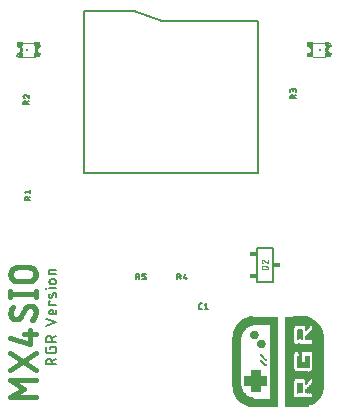
<source format=gto>
G04 EAGLE Gerber RS-274X export*
G75*
%MOMM*%
%FSLAX34Y34*%
%LPD*%
%INTop Silkscreen*%
%IPPOS*%
%AMOC8*
5,1,8,0,0,1.08239X$1,22.5*%
G01*
%ADD10C,0.406400*%
%ADD11C,0.152400*%
%ADD12C,0.010159*%
%ADD13C,0.101600*%
%ADD14R,0.500000X0.325000*%
%ADD15R,0.250000X0.150000*%
%ADD16R,0.175000X0.400000*%
%ADD17R,0.200000X0.200000*%
%ADD18R,0.300000X0.300000*%
%ADD19R,0.075000X0.225000*%
%ADD20C,0.127000*%
%ADD21R,0.584200X0.457200*%
%ADD22R,0.006600X4.345431*%
%ADD23R,0.006600X4.484113*%
%ADD24R,0.006600X4.583175*%
%ADD25R,0.006606X4.669025*%
%ADD26R,0.006600X4.741669*%
%ADD27R,0.006600X4.807713*%
%ADD28R,0.006606X4.873750*%
%ADD29R,0.006600X4.926581*%
%ADD30R,0.006600X4.979419*%
%ADD31R,0.006600X5.025644*%
%ADD32R,0.006606X5.071869*%
%ADD33R,0.006600X5.118100*%
%ADD34R,0.006600X5.164325*%
%ADD35R,0.006600X5.203950*%
%ADD36R,0.006606X5.243575*%
%ADD37R,0.006600X5.276594*%
%ADD38R,0.006600X5.309619*%
%ADD39R,0.006606X5.349238*%
%ADD40R,0.006600X5.388863*%
%ADD41R,0.006600X5.415281*%
%ADD42R,0.006600X5.454906*%
%ADD43R,0.006606X5.481319*%
%ADD44R,0.006600X5.507738*%
%ADD45R,0.006600X5.547363*%
%ADD46R,0.006606X5.573775*%
%ADD47R,0.006600X5.600194*%
%ADD48R,0.006600X5.626606*%
%ADD49R,0.006600X5.653025*%
%ADD50R,0.006606X5.679438*%
%ADD51R,0.006600X5.705856*%
%ADD52R,0.006600X5.732269*%
%ADD53R,0.006606X5.758688*%
%ADD54R,0.006600X5.785106*%
%ADD55R,0.006600X5.811519*%
%ADD56R,0.006600X5.831331*%
%ADD57R,0.006606X5.851144*%
%ADD58R,0.006600X5.877563*%
%ADD59R,0.006600X5.903975*%
%ADD60R,0.006600X5.923788*%
%ADD61R,0.006606X5.943600*%
%ADD62R,0.006600X5.970019*%
%ADD63R,0.006600X5.983225*%
%ADD64R,0.006606X6.009638*%
%ADD65R,0.006600X6.029450*%
%ADD66R,0.006600X6.049263*%
%ADD67R,0.006600X6.069075*%
%ADD68R,0.006606X6.088888*%
%ADD69R,0.006600X6.108700*%
%ADD70R,0.006600X6.128513*%
%ADD71R,0.006606X6.141719*%
%ADD72R,0.006600X6.168138*%
%ADD73R,0.006600X6.181344*%
%ADD74R,0.006600X6.201156*%
%ADD75R,0.006606X6.220969*%
%ADD76R,0.006600X6.234175*%
%ADD77R,0.006600X6.253988*%
%ADD78R,0.006606X6.273800*%
%ADD79R,0.006600X6.287006*%
%ADD80R,0.006600X6.300219*%
%ADD81R,0.006600X6.320025*%
%ADD82R,0.006606X6.339838*%
%ADD83R,0.006600X6.353050*%
%ADD84R,0.006600X6.366256*%
%ADD85R,0.006600X6.386063*%
%ADD86R,0.006606X6.405881*%
%ADD87R,0.006600X6.419088*%
%ADD88R,0.006600X6.432294*%
%ADD89R,0.006606X6.445506*%
%ADD90R,0.006600X6.458713*%
%ADD91R,0.006600X6.471919*%
%ADD92R,0.006600X6.491731*%
%ADD93R,0.006606X6.511544*%
%ADD94R,0.006600X6.524750*%
%ADD95R,0.006600X6.537962*%
%ADD96R,0.006606X6.551169*%
%ADD97R,0.006600X6.564375*%
%ADD98R,0.006600X6.577581*%
%ADD99R,0.006600X6.590794*%
%ADD100R,0.006606X6.604000*%
%ADD101R,0.006600X6.617206*%
%ADD102R,0.006600X6.630419*%
%ADD103R,0.006606X6.643625*%
%ADD104R,0.006600X6.656831*%
%ADD105R,0.006600X6.670038*%
%ADD106R,0.006600X6.683250*%
%ADD107R,0.006606X6.696456*%
%ADD108R,0.006600X6.709663*%
%ADD109R,0.006600X6.722869*%
%ADD110R,0.006600X6.736081*%
%ADD111R,0.006606X6.742681*%
%ADD112R,0.006600X6.755888*%
%ADD113R,0.006600X6.762494*%
%ADD114R,0.006606X6.775706*%
%ADD115R,0.006600X6.788913*%
%ADD116R,0.006600X6.802119*%
%ADD117R,0.006600X6.815325*%
%ADD118R,0.006606X6.828538*%
%ADD119R,0.006600X6.835138*%
%ADD120R,0.006600X6.841744*%
%ADD121R,0.006606X6.854950*%
%ADD122R,0.006600X6.868163*%
%ADD123R,0.006600X6.881369*%
%ADD124R,0.006600X6.894575*%
%ADD125R,0.006606X6.901175*%
%ADD126R,0.006600X6.907781*%
%ADD127R,0.006600X6.920994*%
%ADD128R,0.006606X6.934200*%
%ADD129R,0.006600X6.940800*%
%ADD130R,0.006600X6.947406*%
%ADD131R,0.006600X6.960619*%
%ADD132R,0.006606X6.973825*%
%ADD133R,0.006600X6.980425*%
%ADD134R,0.006600X6.987031*%
%ADD135R,0.006600X7.000238*%
%ADD136R,0.006606X7.013450*%
%ADD137R,0.006600X7.020050*%
%ADD138R,0.006600X7.026656*%
%ADD139R,0.006606X7.039862*%
%ADD140R,0.006600X7.046463*%
%ADD141R,0.006600X7.053069*%
%ADD142R,0.006600X7.066281*%
%ADD143R,0.006606X7.072881*%
%ADD144R,0.006600X7.079487*%
%ADD145R,0.006600X7.092694*%
%ADD146R,0.006606X7.099300*%
%ADD147R,0.006600X7.105906*%
%ADD148R,0.006600X7.119112*%
%ADD149R,0.006600X7.125713*%
%ADD150R,0.006606X7.132319*%
%ADD151R,0.006600X7.145525*%
%ADD152R,0.006606X7.158737*%
%ADD153R,0.006600X7.165338*%
%ADD154R,0.006600X7.171944*%
%ADD155R,0.006600X7.185150*%
%ADD156R,0.006606X0.594356*%
%ADD157R,0.006606X0.878331*%
%ADD158R,0.006606X0.759456*%
%ADD159R,0.006606X0.964181*%
%ADD160R,0.006606X0.884931*%
%ADD161R,0.006606X0.383031*%
%ADD162R,0.006600X0.600963*%
%ADD163R,0.006600X0.871725*%
%ADD164R,0.006600X0.713231*%
%ADD165R,0.006600X0.911350*%
%ADD166R,0.006600X0.878331*%
%ADD167R,0.006600X0.396238*%
%ADD168R,0.006600X0.865119*%
%ADD169R,0.006600X0.693419*%
%ADD170R,0.006600X0.884938*%
%ADD171R,0.006600X0.409450*%
%ADD172R,0.006600X0.607569*%
%ADD173R,0.006600X0.858519*%
%ADD174R,0.006600X0.680212*%
%ADD175R,0.006600X0.416050*%
%ADD176R,0.006606X0.614169*%
%ADD177R,0.006606X0.851913*%
%ADD178R,0.006606X0.667000*%
%ADD179R,0.006606X0.838706*%
%ADD180R,0.006606X0.858519*%
%ADD181R,0.006606X0.429256*%
%ADD182R,0.006600X0.614169*%
%ADD183R,0.006600X0.845306*%
%ADD184R,0.006600X0.660400*%
%ADD185R,0.006600X0.825500*%
%ADD186R,0.006600X0.851913*%
%ADD187R,0.006600X0.435863*%
%ADD188R,0.006600X0.620775*%
%ADD189R,0.006600X0.838706*%
%ADD190R,0.006600X0.653794*%
%ADD191R,0.006600X0.812294*%
%ADD192R,0.006600X0.449069*%
%ADD193R,0.006606X0.620775*%
%ADD194R,0.006606X0.647188*%
%ADD195R,0.006606X0.799081*%
%ADD196R,0.006606X0.455675*%
%ADD197R,0.006600X0.627381*%
%ADD198R,0.006600X0.832100*%
%ADD199R,0.006600X0.640587*%
%ADD200R,0.006600X0.785875*%
%ADD201R,0.006600X0.468881*%
%ADD202R,0.006600X0.779269*%
%ADD203R,0.006600X0.475488*%
%ADD204R,0.006600X0.633981*%
%ADD205R,0.006600X0.818894*%
%ADD206R,0.006600X0.772669*%
%ADD207R,0.006600X0.488694*%
%ADD208R,0.006606X0.633981*%
%ADD209R,0.006606X0.812288*%
%ADD210R,0.006606X0.640587*%
%ADD211R,0.006606X0.766063*%
%ADD212R,0.006606X0.508506*%
%ADD213R,0.006600X0.805688*%
%ADD214R,0.006600X0.759456*%
%ADD215R,0.006600X0.515112*%
%ADD216R,0.006600X0.799081*%
%ADD217R,0.006600X0.752856*%
%ADD218R,0.006600X0.528319*%
%ADD219R,0.006606X0.647194*%
%ADD220R,0.006606X0.792475*%
%ADD221R,0.006606X0.746250*%
%ADD222R,0.006606X0.534925*%
%ADD223R,0.006600X0.647194*%
%ADD224R,0.006600X0.746250*%
%ADD225R,0.006600X0.792475*%
%ADD226R,0.006600X0.548131*%
%ADD227R,0.006600X0.739644*%
%ADD228R,0.006600X0.554737*%
%ADD229R,0.006600X0.772663*%
%ADD230R,0.006600X0.733044*%
%ADD231R,0.006600X0.567944*%
%ADD232R,0.006606X0.660400*%
%ADD233R,0.006606X0.733044*%
%ADD234R,0.006606X0.772663*%
%ADD235R,0.006606X0.574544*%
%ADD236R,0.006600X0.667000*%
%ADD237R,0.006600X0.726438*%
%ADD238R,0.006600X0.766063*%
%ADD239R,0.006600X0.587756*%
%ADD240R,0.006600X0.752850*%
%ADD241R,0.006600X0.594356*%
%ADD242R,0.006606X0.673606*%
%ADD243R,0.006606X0.726438*%
%ADD244R,0.006606X0.752856*%
%ADD245R,0.006606X0.607569*%
%ADD246R,0.006600X0.673606*%
%ADD247R,0.006600X0.719838*%
%ADD248R,0.006600X0.686813*%
%ADD249R,0.006606X0.680212*%
%ADD250R,0.006606X0.686819*%
%ADD251R,0.006606X0.713231*%
%ADD252R,0.006600X0.719831*%
%ADD253R,0.006600X0.700025*%
%ADD254R,0.006600X0.706625*%
%ADD255R,0.006600X0.700019*%
%ADD256R,0.006600X0.680206*%
%ADD257R,0.006606X0.693419*%
%ADD258R,0.006606X0.700019*%
%ADD259R,0.006606X0.706625*%
%ADD260R,0.006606X0.686813*%
%ADD261R,0.006606X0.700025*%
%ADD262R,0.006606X0.680206*%
%ADD263R,0.006606X0.653794*%
%ADD264R,0.006600X0.647188*%
%ADD265R,0.006600X0.759463*%
%ADD266R,0.006606X0.719838*%
%ADD267R,0.006606X0.785875*%
%ADD268R,0.006600X0.627375*%
%ADD269R,0.006606X0.792481*%
%ADD270R,0.006606X0.825500*%
%ADD271R,0.006600X0.607563*%
%ADD272R,0.006606X0.739650*%
%ADD273R,0.006606X0.818894*%
%ADD274R,0.006606X1.030225*%
%ADD275R,0.006606X0.600963*%
%ADD276R,0.006600X0.739650*%
%ADD277R,0.006600X0.587750*%
%ADD278R,0.006600X1.030225*%
%ADD279R,0.006600X0.581150*%
%ADD280R,0.006600X0.832106*%
%ADD281R,0.006600X0.574544*%
%ADD282R,0.006606X0.567944*%
%ADD283R,0.006606X0.884938*%
%ADD284R,0.006600X0.561338*%
%ADD285R,0.006600X0.898144*%
%ADD286R,0.006600X0.554731*%
%ADD287R,0.006600X0.904744*%
%ADD288R,0.006600X0.917956*%
%ADD289R,0.006606X0.548131*%
%ADD290R,0.006606X0.865119*%
%ADD291R,0.006606X0.931163*%
%ADD292R,0.006600X0.541525*%
%ADD293R,0.006600X0.937763*%
%ADD294R,0.006600X0.534919*%
%ADD295R,0.006600X0.944369*%
%ADD296R,0.006606X0.528319*%
%ADD297R,0.006606X0.950975*%
%ADD298R,0.006600X0.521713*%
%ADD299R,0.006600X0.891538*%
%ADD300R,0.006600X0.964181*%
%ADD301R,0.006600X0.515106*%
%ADD302R,0.006600X0.970788*%
%ADD303R,0.006600X0.508506*%
%ADD304R,0.006600X0.977394*%
%ADD305R,0.006606X0.501900*%
%ADD306R,0.006606X0.917956*%
%ADD307R,0.006606X0.990600*%
%ADD308R,0.006600X0.495300*%
%ADD309R,0.006600X0.924556*%
%ADD310R,0.006600X0.501900*%
%ADD311R,0.006600X0.997200*%
%ADD312R,0.006600X0.931163*%
%ADD313R,0.006600X1.003806*%
%ADD314R,0.006606X0.772669*%
%ADD315R,0.006606X0.482088*%
%ADD316R,0.006606X0.937763*%
%ADD317R,0.006606X0.488694*%
%ADD318R,0.006606X1.017013*%
%ADD319R,0.006600X0.482088*%
%ADD320R,0.006600X1.023619*%
%ADD321R,0.006600X0.950975*%
%ADD322R,0.006600X0.462275*%
%ADD323R,0.006600X0.957575*%
%ADD324R,0.006600X1.043431*%
%ADD325R,0.006606X0.779269*%
%ADD326R,0.006606X0.462275*%
%ADD327R,0.006606X1.056638*%
%ADD328R,0.006600X0.455675*%
%ADD329R,0.006600X1.063244*%
%ADD330R,0.006600X0.977388*%
%ADD331R,0.006600X1.069844*%
%ADD332R,0.006606X0.442463*%
%ADD333R,0.006606X0.983994*%
%ADD334R,0.006606X1.076450*%
%ADD335R,0.006600X0.990600*%
%ADD336R,0.006600X1.089662*%
%ADD337R,0.006600X0.792481*%
%ADD338R,0.006600X0.429256*%
%ADD339R,0.006600X1.096263*%
%ADD340R,0.006600X0.422650*%
%ADD341R,0.006600X1.010406*%
%ADD342R,0.006600X0.422656*%
%ADD343R,0.006600X1.102869*%
%ADD344R,0.006606X0.416050*%
%ADD345R,0.006606X1.109469*%
%ADD346R,0.006600X0.409444*%
%ADD347R,0.006600X1.122681*%
%ADD348R,0.006600X0.402844*%
%ADD349R,0.006600X1.030219*%
%ADD350R,0.006600X1.129281*%
%ADD351R,0.006600X1.036825*%
%ADD352R,0.006600X1.135888*%
%ADD353R,0.006606X0.389631*%
%ADD354R,0.006606X1.043431*%
%ADD355R,0.006606X0.396238*%
%ADD356R,0.006606X1.142488*%
%ADD357R,0.006600X0.383031*%
%ADD358R,0.006600X1.050031*%
%ADD359R,0.006600X0.389631*%
%ADD360R,0.006600X1.155700*%
%ADD361R,0.006600X0.376425*%
%ADD362R,0.006600X1.056638*%
%ADD363R,0.006600X1.168906*%
%ADD364R,0.006606X0.805688*%
%ADD365R,0.006606X0.369819*%
%ADD366R,0.006606X1.063244*%
%ADD367R,0.006606X0.376425*%
%ADD368R,0.006606X1.175512*%
%ADD369R,0.006600X0.363219*%
%ADD370R,0.006600X0.369819*%
%ADD371R,0.006600X1.182113*%
%ADD372R,0.006600X0.356612*%
%ADD373R,0.006600X1.076450*%
%ADD374R,0.006600X1.188719*%
%ADD375R,0.006600X1.083056*%
%ADD376R,0.006600X1.201925*%
%ADD377R,0.006606X0.812294*%
%ADD378R,0.006606X0.350006*%
%ADD379R,0.006606X1.089656*%
%ADD380R,0.006606X1.208531*%
%ADD381R,0.006600X0.343406*%
%ADD382R,0.006600X1.102863*%
%ADD383R,0.006600X1.215137*%
%ADD384R,0.006600X0.336800*%
%ADD385R,0.006600X1.109469*%
%ADD386R,0.006600X1.221738*%
%ADD387R,0.006606X0.330200*%
%ADD388R,0.006606X1.116075*%
%ADD389R,0.006606X1.228344*%
%ADD390R,0.006600X0.323594*%
%ADD391R,0.006600X1.122675*%
%ADD392R,0.006600X1.234950*%
%ADD393R,0.006600X0.316988*%
%ADD394R,0.006600X1.248156*%
%ADD395R,0.006600X0.310388*%
%ADD396R,0.006600X1.254756*%
%ADD397R,0.006606X0.904750*%
%ADD398R,0.006600X0.884931*%
%ADD399R,0.006600X0.845313*%
%ADD400R,0.006606X0.495300*%
%ADD401R,0.006606X0.832100*%
%ADD402R,0.006600X0.812288*%
%ADD403R,0.006606X0.845313*%
%ADD404R,0.006606X0.627375*%
%ADD405R,0.006600X2.040637*%
%ADD406R,0.006606X2.040637*%
%ADD407R,0.006606X0.891538*%
%ADD408R,0.006606X0.957581*%
%ADD409R,0.006600X0.865125*%
%ADD410R,0.006606X0.871725*%
%ADD411R,0.006606X0.739644*%
%ADD412R,0.006606X0.898144*%
%ADD413R,0.006606X0.904744*%
%ADD414R,0.006600X0.937769*%
%ADD415R,0.006600X0.957581*%
%ADD416R,0.006606X0.911350*%
%ADD417R,0.006600X1.149094*%
%ADD418R,0.006600X7.687056*%
%ADD419R,0.006606X7.687056*%
%ADD420R,0.006600X7.673850*%
%ADD421R,0.006600X0.052831*%
%ADD422R,0.006600X0.079244*%
%ADD423R,0.006606X0.092456*%
%ADD424R,0.006600X0.105663*%
%ADD425R,0.006600X0.125475*%
%ADD426R,0.006600X0.118869*%
%ADD427R,0.006600X0.138681*%
%ADD428R,0.006600X0.132075*%
%ADD429R,0.006606X0.145288*%
%ADD430R,0.006600X0.158494*%
%ADD431R,0.006600X0.171706*%
%ADD432R,0.006600X0.165100*%
%ADD433R,0.006606X0.178306*%
%ADD434R,0.006606X0.184913*%
%ADD435R,0.006600X0.184913*%
%ADD436R,0.006600X0.191513*%
%ADD437R,0.006600X0.191519*%
%ADD438R,0.006600X0.198119*%
%ADD439R,0.006600X0.204719*%
%ADD440R,0.006606X0.204725*%
%ADD441R,0.006606X0.211325*%
%ADD442R,0.006600X0.211325*%
%ADD443R,0.006600X0.217931*%
%ADD444R,0.006600X0.224538*%
%ADD445R,0.006600X0.224531*%
%ADD446R,0.006606X0.231138*%
%ADD447R,0.006606X0.224538*%
%ADD448R,0.006606X0.250950*%
%ADD449R,0.006600X0.231138*%
%ADD450R,0.006600X0.277369*%
%ADD451R,0.006600X0.237744*%
%ADD452R,0.006600X0.303781*%
%ADD453R,0.006600X0.330200*%
%ADD454R,0.006606X0.237744*%
%ADD455R,0.006606X0.356612*%
%ADD456R,0.006606X0.409444*%
%ADD457R,0.006600X0.442469*%
%ADD458R,0.006600X0.462281*%
%ADD459R,0.006606X0.475488*%
%ADD460R,0.006606X0.521713*%
%ADD461R,0.006606X0.554737*%
%ADD462R,0.006606X0.587756*%
%ADD463R,0.006600X0.667006*%
%ADD464R,0.006606X0.667006*%
%ADD465R,0.006606X0.217931*%
%ADD466R,0.006606X0.224531*%
%ADD467R,0.006600X0.204725*%
%ADD468R,0.006606X0.198119*%
%ADD469R,0.006606X0.204719*%
%ADD470R,0.006600X0.178306*%
%ADD471R,0.006600X0.171700*%
%ADD472R,0.006606X0.165100*%
%ADD473R,0.006600X0.151894*%
%ADD474R,0.006600X1.875538*%
%ADD475R,0.006600X0.145288*%
%ADD476R,0.006606X1.875538*%
%ADD477R,0.006606X0.125475*%
%ADD478R,0.006606X0.132075*%
%ADD479R,0.006600X0.112269*%
%ADD480R,0.006600X0.099056*%
%ADD481R,0.006600X0.085850*%
%ADD482R,0.006600X0.092456*%
%ADD483R,0.006606X0.072644*%
%ADD484R,0.006600X0.046225*%
%ADD485R,0.006606X0.574550*%
%ADD486R,0.006606X0.541525*%
%ADD487R,0.006600X0.482094*%
%ADD488R,0.006606X0.449069*%
%ADD489R,0.006600X0.132081*%
%ADD490R,0.006606X0.191513*%
%ADD491R,0.006600X0.264163*%
%ADD492R,0.006606X0.316988*%
%ADD493R,0.006606X0.290575*%
%ADD494R,0.006600X0.297181*%
%ADD495R,0.006600X0.316994*%
%ADD496R,0.006600X0.264156*%
%ADD497R,0.006606X0.435863*%
%ADD498R,0.006600X0.501906*%
%ADD499R,0.006600X0.534925*%
%ADD500R,0.006606X0.594363*%
%ADD501R,0.006606X0.759463*%
%ADD502R,0.006600X0.594363*%
%ADD503R,0.006606X0.561338*%
%ADD504R,0.006600X0.356619*%
%ADD505R,0.006606X0.277369*%
%ADD506R,0.006600X0.250950*%
%ADD507R,0.006606X0.099056*%
%ADD508R,0.006606X0.832106*%
%ADD509R,0.006606X0.865125*%
%ADD510R,0.006600X0.904750*%
%ADD511R,0.006600X0.924563*%
%ADD512R,0.006606X0.937769*%
%ADD513R,0.006606X0.970788*%
%ADD514R,0.006606X1.003806*%
%ADD515R,0.006606X1.010413*%
%ADD516R,0.006600X1.010413*%
%ADD517R,0.006606X1.023619*%
%ADD518R,0.006606X1.036825*%
%ADD519R,0.006600X1.050037*%
%ADD520R,0.006606X1.089662*%
%ADD521R,0.006600X1.116075*%
%ADD522R,0.006606X1.122681*%
%ADD523R,0.006600X1.142494*%
%ADD524R,0.006606X1.149094*%
%ADD525R,0.006600X1.162300*%
%ADD526R,0.006606X1.188719*%
%ADD527R,0.006606X1.195325*%
%ADD528R,0.006600X1.208531*%
%ADD529R,0.006600X1.215131*%
%ADD530R,0.006606X1.234944*%
%ADD531R,0.006600X1.267969*%
%ADD532R,0.006600X1.281175*%
%ADD533R,0.006606X1.300987*%
%ADD534R,0.006600X1.320800*%
%ADD535R,0.006600X1.327400*%
%ADD536R,0.006600X1.347213*%
%ADD537R,0.006606X1.380231*%
%ADD538R,0.006606X1.373631*%
%ADD539R,0.006600X1.413256*%
%ADD540R,0.006600X1.406650*%
%ADD541R,0.006600X1.459481*%
%ADD542R,0.006600X1.452881*%
%ADD543R,0.006600X6.874763*%
%ADD544R,0.006606X6.868163*%
%ADD545R,0.006600X6.854950*%
%ADD546R,0.006600X6.828538*%
%ADD547R,0.006606X6.815325*%
%ADD548R,0.006600X6.808719*%
%ADD549R,0.006606X6.788913*%
%ADD550R,0.006600X6.775706*%
%ADD551R,0.006600X6.749288*%
%ADD552R,0.006606X6.736081*%
%ADD553R,0.006606X6.703056*%
%ADD554R,0.006600X6.689850*%
%ADD555R,0.006600X6.676644*%
%ADD556R,0.006600X6.663431*%
%ADD557R,0.006606X6.650225*%
%ADD558R,0.006600X6.643625*%
%ADD559R,0.006606X6.617206*%
%ADD560R,0.006600X6.604000*%
%ADD561R,0.006600X6.584188*%
%ADD562R,0.006600X6.570975*%
%ADD563R,0.006606X6.557769*%
%ADD564R,0.006600X6.544563*%
%ADD565R,0.006600X6.511544*%
%ADD566R,0.006606X6.498337*%
%ADD567R,0.006600X6.485125*%
%ADD568R,0.006606X6.458713*%
%ADD569R,0.006600X6.445506*%
%ADD570R,0.006600X6.425688*%
%ADD571R,0.006600X6.412481*%
%ADD572R,0.006606X6.392669*%
%ADD573R,0.006600X6.379463*%
%ADD574R,0.006606X6.353050*%
%ADD575R,0.006600X6.333231*%
%ADD576R,0.006600X6.313425*%
%ADD577R,0.006606X6.287006*%
%ADD578R,0.006600X6.260594*%
%ADD579R,0.006600X6.247381*%
%ADD580R,0.006606X6.234175*%
%ADD581R,0.006600X6.207763*%
%ADD582R,0.006600X6.194550*%
%ADD583R,0.006606X6.154925*%
%ADD584R,0.006600X6.141719*%
%ADD585R,0.006600X6.115306*%
%ADD586R,0.006600X6.102094*%
%ADD587R,0.006606X6.082281*%
%ADD588R,0.006600X6.062469*%
%ADD589R,0.006600X6.042656*%
%ADD590R,0.006606X6.022850*%
%ADD591R,0.006600X5.996431*%
%ADD592R,0.006600X5.956806*%
%ADD593R,0.006606X5.936994*%
%ADD594R,0.006600X5.917181*%
%ADD595R,0.006600X5.890769*%
%ADD596R,0.006606X5.870956*%
%ADD597R,0.006600X5.851144*%
%ADD598R,0.006600X5.824725*%
%ADD599R,0.006600X5.798313*%
%ADD600R,0.006606X5.771894*%
%ADD601R,0.006600X5.745481*%
%ADD602R,0.006600X5.725663*%
%ADD603R,0.006606X5.699250*%
%ADD604R,0.006600X5.672831*%
%ADD605R,0.006600X5.646419*%
%ADD606R,0.006600X5.613400*%
%ADD607R,0.006606X5.586981*%
%ADD608R,0.006600X5.560569*%
%ADD609R,0.006600X5.534150*%
%ADD610R,0.006600X5.501131*%
%ADD611R,0.006606X5.468113*%
%ADD612R,0.006600X5.441694*%
%ADD613R,0.006600X5.402069*%
%ADD614R,0.006606X5.375656*%
%ADD615R,0.006600X5.336031*%
%ADD616R,0.006600X5.303013*%
%ADD617R,0.006600X5.269994*%
%ADD618R,0.006606X5.230369*%
%ADD619R,0.006600X5.190744*%
%ADD620R,0.006600X5.144513*%
%ADD621R,0.006606X5.098288*%
%ADD622R,0.006600X5.058663*%
%ADD623R,0.006600X5.005831*%
%ADD624R,0.006600X4.959600*%
%ADD625R,0.006606X4.906769*%
%ADD626R,0.006600X4.847338*%
%ADD627R,0.006600X4.787900*%
%ADD628R,0.006606X4.715256*%
%ADD629R,0.006600X4.642613*%
%ADD630R,0.006600X4.556763*%
%ADD631R,0.006600X4.444488*%
%ADD632R,0.006606X4.279394*%


D10*
X60968Y148032D02*
X39632Y148032D01*
X51485Y155144D01*
X39632Y162256D01*
X60968Y162256D01*
X60968Y170999D02*
X39632Y185223D01*
X39632Y170999D02*
X60968Y185223D01*
X56227Y193063D02*
X39632Y197804D01*
X56227Y193063D02*
X56227Y204916D01*
X60968Y201360D02*
X51485Y201360D01*
X60968Y220358D02*
X60966Y220493D01*
X60960Y220629D01*
X60951Y220764D01*
X60937Y220898D01*
X60920Y221033D01*
X60899Y221166D01*
X60874Y221300D01*
X60845Y221432D01*
X60812Y221563D01*
X60776Y221694D01*
X60736Y221823D01*
X60692Y221951D01*
X60645Y222078D01*
X60594Y222204D01*
X60540Y222327D01*
X60482Y222450D01*
X60420Y222570D01*
X60355Y222689D01*
X60287Y222806D01*
X60215Y222921D01*
X60141Y223034D01*
X60063Y223145D01*
X59981Y223253D01*
X59897Y223359D01*
X59810Y223463D01*
X59720Y223564D01*
X59627Y223662D01*
X59531Y223758D01*
X59433Y223851D01*
X59332Y223941D01*
X59228Y224028D01*
X59122Y224112D01*
X59014Y224194D01*
X58903Y224272D01*
X58790Y224346D01*
X58675Y224418D01*
X58558Y224486D01*
X58439Y224551D01*
X58319Y224613D01*
X58196Y224671D01*
X58073Y224725D01*
X57947Y224776D01*
X57820Y224823D01*
X57692Y224867D01*
X57563Y224907D01*
X57432Y224943D01*
X57301Y224976D01*
X57169Y225005D01*
X57035Y225030D01*
X56902Y225051D01*
X56767Y225068D01*
X56633Y225082D01*
X56498Y225091D01*
X56362Y225097D01*
X56227Y225099D01*
X60968Y220358D02*
X60965Y220118D01*
X60957Y219879D01*
X60942Y219640D01*
X60922Y219401D01*
X60896Y219163D01*
X60865Y218925D01*
X60828Y218688D01*
X60785Y218452D01*
X60737Y218218D01*
X60683Y217984D01*
X60623Y217752D01*
X60558Y217522D01*
X60487Y217293D01*
X60411Y217065D01*
X60330Y216840D01*
X60243Y216617D01*
X60151Y216395D01*
X60053Y216176D01*
X59951Y215960D01*
X59843Y215746D01*
X59730Y215534D01*
X59612Y215326D01*
X59489Y215120D01*
X59362Y214917D01*
X59229Y214718D01*
X59092Y214521D01*
X58950Y214328D01*
X58803Y214139D01*
X58652Y213953D01*
X58497Y213770D01*
X58337Y213592D01*
X58173Y213417D01*
X58005Y213246D01*
X44373Y213839D02*
X44238Y213841D01*
X44102Y213847D01*
X43967Y213856D01*
X43833Y213870D01*
X43698Y213887D01*
X43565Y213908D01*
X43431Y213933D01*
X43299Y213962D01*
X43168Y213995D01*
X43037Y214031D01*
X42908Y214071D01*
X42780Y214115D01*
X42653Y214162D01*
X42527Y214213D01*
X42404Y214267D01*
X42281Y214325D01*
X42161Y214387D01*
X42042Y214452D01*
X41925Y214520D01*
X41810Y214592D01*
X41697Y214666D01*
X41586Y214744D01*
X41478Y214826D01*
X41372Y214910D01*
X41268Y214997D01*
X41167Y215087D01*
X41069Y215180D01*
X40973Y215276D01*
X40880Y215374D01*
X40790Y215475D01*
X40703Y215579D01*
X40619Y215685D01*
X40537Y215793D01*
X40459Y215904D01*
X40385Y216017D01*
X40313Y216132D01*
X40245Y216249D01*
X40180Y216368D01*
X40118Y216488D01*
X40060Y216611D01*
X40006Y216734D01*
X39955Y216860D01*
X39908Y216987D01*
X39864Y217115D01*
X39824Y217244D01*
X39788Y217375D01*
X39755Y217506D01*
X39726Y217638D01*
X39701Y217772D01*
X39680Y217905D01*
X39663Y218040D01*
X39649Y218174D01*
X39640Y218309D01*
X39634Y218445D01*
X39632Y218580D01*
X39635Y218792D01*
X39642Y219004D01*
X39655Y219215D01*
X39672Y219426D01*
X39695Y219637D01*
X39723Y219847D01*
X39755Y220056D01*
X39793Y220265D01*
X39836Y220472D01*
X39883Y220679D01*
X39936Y220884D01*
X39993Y221088D01*
X40055Y221291D01*
X40122Y221492D01*
X40194Y221691D01*
X40271Y221888D01*
X40352Y222084D01*
X40438Y222278D01*
X40528Y222470D01*
X40623Y222659D01*
X40722Y222846D01*
X40826Y223031D01*
X40935Y223213D01*
X41047Y223392D01*
X41164Y223569D01*
X41285Y223743D01*
X41410Y223914D01*
X48521Y216209D02*
X48451Y216094D01*
X48378Y215981D01*
X48301Y215869D01*
X48221Y215760D01*
X48139Y215653D01*
X48053Y215549D01*
X47964Y215447D01*
X47873Y215347D01*
X47779Y215250D01*
X47682Y215156D01*
X47583Y215065D01*
X47481Y214976D01*
X47376Y214890D01*
X47269Y214808D01*
X47160Y214728D01*
X47049Y214651D01*
X46936Y214578D01*
X46820Y214507D01*
X46703Y214440D01*
X46584Y214377D01*
X46463Y214316D01*
X46340Y214259D01*
X46216Y214206D01*
X46091Y214156D01*
X45964Y214109D01*
X45836Y214067D01*
X45707Y214027D01*
X45576Y213992D01*
X45445Y213960D01*
X45313Y213932D01*
X45180Y213907D01*
X45046Y213886D01*
X44912Y213869D01*
X44778Y213856D01*
X44643Y213847D01*
X44508Y213841D01*
X44373Y213839D01*
X52079Y222728D02*
X52149Y222843D01*
X52222Y222956D01*
X52299Y223068D01*
X52379Y223177D01*
X52461Y223284D01*
X52547Y223388D01*
X52636Y223490D01*
X52727Y223590D01*
X52821Y223687D01*
X52918Y223781D01*
X53017Y223872D01*
X53119Y223961D01*
X53224Y224047D01*
X53331Y224129D01*
X53440Y224209D01*
X53551Y224286D01*
X53664Y224359D01*
X53780Y224430D01*
X53897Y224497D01*
X54016Y224560D01*
X54137Y224621D01*
X54260Y224678D01*
X54384Y224731D01*
X54509Y224781D01*
X54636Y224828D01*
X54764Y224870D01*
X54893Y224910D01*
X55024Y224945D01*
X55155Y224977D01*
X55287Y225005D01*
X55420Y225030D01*
X55554Y225051D01*
X55688Y225068D01*
X55822Y225081D01*
X55957Y225090D01*
X56092Y225096D01*
X56227Y225098D01*
X52078Y222728D02*
X48522Y216209D01*
X39632Y235179D02*
X60968Y235179D01*
X60968Y232809D02*
X60968Y237550D01*
X39632Y237550D02*
X39632Y232809D01*
X45559Y245956D02*
X55041Y245956D01*
X45559Y245955D02*
X45406Y245957D01*
X45254Y245963D01*
X45102Y245973D01*
X44950Y245986D01*
X44798Y246004D01*
X44647Y246026D01*
X44496Y246051D01*
X44347Y246080D01*
X44198Y246113D01*
X44050Y246150D01*
X43902Y246191D01*
X43757Y246236D01*
X43612Y246284D01*
X43468Y246336D01*
X43326Y246392D01*
X43186Y246451D01*
X43046Y246514D01*
X42909Y246580D01*
X42773Y246650D01*
X42640Y246724D01*
X42508Y246801D01*
X42378Y246881D01*
X42250Y246965D01*
X42125Y247051D01*
X42002Y247141D01*
X41881Y247235D01*
X41762Y247331D01*
X41646Y247430D01*
X41533Y247532D01*
X41422Y247637D01*
X41314Y247745D01*
X41209Y247856D01*
X41107Y247969D01*
X41008Y248085D01*
X40912Y248204D01*
X40818Y248325D01*
X40728Y248448D01*
X40642Y248573D01*
X40558Y248701D01*
X40478Y248831D01*
X40401Y248963D01*
X40327Y249096D01*
X40257Y249232D01*
X40191Y249369D01*
X40128Y249509D01*
X40069Y249649D01*
X40013Y249791D01*
X39961Y249935D01*
X39913Y250080D01*
X39868Y250225D01*
X39827Y250373D01*
X39790Y250521D01*
X39757Y250670D01*
X39728Y250819D01*
X39703Y250970D01*
X39681Y251121D01*
X39663Y251273D01*
X39650Y251425D01*
X39640Y251577D01*
X39634Y251729D01*
X39632Y251882D01*
X39634Y252035D01*
X39640Y252187D01*
X39650Y252339D01*
X39663Y252491D01*
X39681Y252643D01*
X39703Y252794D01*
X39728Y252945D01*
X39757Y253094D01*
X39790Y253243D01*
X39827Y253391D01*
X39868Y253539D01*
X39913Y253684D01*
X39961Y253829D01*
X40013Y253973D01*
X40069Y254115D01*
X40128Y254255D01*
X40191Y254395D01*
X40257Y254532D01*
X40327Y254668D01*
X40401Y254801D01*
X40478Y254933D01*
X40558Y255063D01*
X40642Y255191D01*
X40728Y255316D01*
X40818Y255439D01*
X40912Y255560D01*
X41008Y255679D01*
X41107Y255795D01*
X41209Y255908D01*
X41314Y256019D01*
X41422Y256127D01*
X41533Y256232D01*
X41646Y256334D01*
X41762Y256433D01*
X41881Y256529D01*
X42002Y256623D01*
X42125Y256713D01*
X42250Y256799D01*
X42378Y256883D01*
X42508Y256963D01*
X42640Y257040D01*
X42773Y257114D01*
X42909Y257184D01*
X43046Y257250D01*
X43186Y257313D01*
X43326Y257372D01*
X43468Y257428D01*
X43612Y257480D01*
X43757Y257528D01*
X43902Y257573D01*
X44050Y257614D01*
X44198Y257651D01*
X44347Y257684D01*
X44496Y257713D01*
X44647Y257738D01*
X44798Y257760D01*
X44950Y257778D01*
X45102Y257791D01*
X45254Y257801D01*
X45406Y257807D01*
X45559Y257809D01*
X55041Y257809D01*
X55194Y257807D01*
X55346Y257801D01*
X55498Y257791D01*
X55650Y257778D01*
X55802Y257760D01*
X55953Y257738D01*
X56104Y257713D01*
X56253Y257684D01*
X56402Y257651D01*
X56550Y257614D01*
X56698Y257573D01*
X56843Y257528D01*
X56988Y257480D01*
X57132Y257428D01*
X57274Y257372D01*
X57414Y257313D01*
X57554Y257250D01*
X57691Y257184D01*
X57827Y257114D01*
X57960Y257040D01*
X58092Y256963D01*
X58222Y256883D01*
X58350Y256799D01*
X58475Y256713D01*
X58598Y256623D01*
X58719Y256529D01*
X58838Y256433D01*
X58954Y256334D01*
X59067Y256232D01*
X59178Y256127D01*
X59286Y256019D01*
X59391Y255908D01*
X59493Y255795D01*
X59592Y255679D01*
X59688Y255560D01*
X59782Y255439D01*
X59872Y255316D01*
X59958Y255191D01*
X60042Y255063D01*
X60122Y254933D01*
X60199Y254801D01*
X60273Y254668D01*
X60343Y254532D01*
X60409Y254395D01*
X60472Y254255D01*
X60531Y254115D01*
X60587Y253973D01*
X60639Y253829D01*
X60687Y253684D01*
X60732Y253539D01*
X60773Y253391D01*
X60810Y253243D01*
X60843Y253094D01*
X60872Y252945D01*
X60897Y252794D01*
X60919Y252643D01*
X60937Y252491D01*
X60950Y252339D01*
X60960Y252187D01*
X60966Y252035D01*
X60968Y251882D01*
X60966Y251729D01*
X60960Y251577D01*
X60950Y251425D01*
X60937Y251273D01*
X60919Y251121D01*
X60897Y250970D01*
X60872Y250819D01*
X60843Y250670D01*
X60810Y250521D01*
X60773Y250373D01*
X60732Y250225D01*
X60687Y250080D01*
X60639Y249935D01*
X60587Y249791D01*
X60531Y249649D01*
X60472Y249509D01*
X60409Y249369D01*
X60343Y249232D01*
X60273Y249096D01*
X60199Y248963D01*
X60122Y248831D01*
X60042Y248701D01*
X59958Y248573D01*
X59872Y248448D01*
X59782Y248325D01*
X59688Y248204D01*
X59592Y248085D01*
X59493Y247969D01*
X59391Y247856D01*
X59286Y247745D01*
X59178Y247637D01*
X59067Y247532D01*
X58954Y247430D01*
X58838Y247331D01*
X58719Y247235D01*
X58598Y247141D01*
X58475Y247051D01*
X58350Y246965D01*
X58222Y246881D01*
X58092Y246801D01*
X57960Y246724D01*
X57827Y246650D01*
X57691Y246580D01*
X57554Y246514D01*
X57414Y246451D01*
X57274Y246392D01*
X57132Y246336D01*
X56988Y246284D01*
X56843Y246236D01*
X56698Y246191D01*
X56550Y246150D01*
X56402Y246113D01*
X56253Y246080D01*
X56104Y246051D01*
X55953Y246026D01*
X55802Y246004D01*
X55650Y245986D01*
X55498Y245973D01*
X55346Y245963D01*
X55194Y245957D01*
X55041Y245955D01*
D11*
X69602Y175762D02*
X78238Y175762D01*
X69602Y175762D02*
X69602Y178161D01*
X69604Y178258D01*
X69610Y178354D01*
X69619Y178450D01*
X69633Y178546D01*
X69650Y178641D01*
X69672Y178735D01*
X69697Y178828D01*
X69725Y178921D01*
X69758Y179012D01*
X69794Y179101D01*
X69834Y179189D01*
X69877Y179276D01*
X69923Y179361D01*
X69973Y179443D01*
X70027Y179524D01*
X70083Y179602D01*
X70143Y179678D01*
X70205Y179752D01*
X70271Y179823D01*
X70339Y179891D01*
X70410Y179957D01*
X70484Y180019D01*
X70560Y180079D01*
X70638Y180135D01*
X70719Y180189D01*
X70802Y180239D01*
X70886Y180285D01*
X70973Y180328D01*
X71061Y180368D01*
X71150Y180404D01*
X71241Y180437D01*
X71334Y180465D01*
X71427Y180490D01*
X71521Y180512D01*
X71616Y180529D01*
X71712Y180543D01*
X71808Y180552D01*
X71904Y180558D01*
X72001Y180560D01*
X72098Y180558D01*
X72194Y180552D01*
X72290Y180543D01*
X72386Y180529D01*
X72481Y180512D01*
X72575Y180490D01*
X72668Y180465D01*
X72761Y180437D01*
X72852Y180404D01*
X72941Y180368D01*
X73029Y180328D01*
X73116Y180285D01*
X73201Y180239D01*
X73283Y180189D01*
X73364Y180135D01*
X73442Y180079D01*
X73518Y180019D01*
X73592Y179957D01*
X73663Y179891D01*
X73731Y179823D01*
X73797Y179752D01*
X73859Y179678D01*
X73919Y179602D01*
X73975Y179524D01*
X74029Y179443D01*
X74079Y179361D01*
X74125Y179276D01*
X74168Y179189D01*
X74208Y179101D01*
X74244Y179012D01*
X74277Y178921D01*
X74305Y178828D01*
X74330Y178735D01*
X74352Y178641D01*
X74369Y178546D01*
X74383Y178450D01*
X74392Y178354D01*
X74398Y178258D01*
X74400Y178161D01*
X74400Y175762D01*
X74400Y178641D02*
X78238Y180560D01*
X73440Y188485D02*
X73440Y189924D01*
X78238Y189924D01*
X78238Y187045D01*
X78236Y186959D01*
X78230Y186873D01*
X78221Y186787D01*
X78207Y186702D01*
X78190Y186618D01*
X78169Y186534D01*
X78144Y186452D01*
X78116Y186371D01*
X78084Y186291D01*
X78048Y186212D01*
X78009Y186136D01*
X77966Y186061D01*
X77921Y185988D01*
X77872Y185917D01*
X77819Y185849D01*
X77764Y185782D01*
X77706Y185719D01*
X77645Y185658D01*
X77582Y185600D01*
X77515Y185545D01*
X77447Y185493D01*
X77376Y185443D01*
X77303Y185398D01*
X77228Y185355D01*
X77152Y185316D01*
X77073Y185280D01*
X76993Y185248D01*
X76912Y185220D01*
X76830Y185195D01*
X76746Y185174D01*
X76662Y185157D01*
X76577Y185143D01*
X76491Y185134D01*
X76405Y185128D01*
X76319Y185126D01*
X71521Y185126D01*
X71435Y185128D01*
X71349Y185134D01*
X71263Y185143D01*
X71178Y185157D01*
X71094Y185174D01*
X71010Y185195D01*
X70928Y185220D01*
X70847Y185248D01*
X70767Y185280D01*
X70688Y185316D01*
X70612Y185355D01*
X70537Y185398D01*
X70464Y185443D01*
X70393Y185492D01*
X70325Y185545D01*
X70258Y185600D01*
X70195Y185658D01*
X70134Y185719D01*
X70076Y185782D01*
X70021Y185849D01*
X69969Y185917D01*
X69919Y185988D01*
X69874Y186061D01*
X69831Y186136D01*
X69792Y186212D01*
X69756Y186291D01*
X69724Y186371D01*
X69696Y186452D01*
X69671Y186534D01*
X69650Y186618D01*
X69633Y186702D01*
X69619Y186787D01*
X69610Y186873D01*
X69604Y186959D01*
X69602Y187045D01*
X69602Y189924D01*
X69602Y194964D02*
X78238Y194964D01*
X69602Y194964D02*
X69602Y197363D01*
X69604Y197460D01*
X69610Y197556D01*
X69619Y197652D01*
X69633Y197748D01*
X69650Y197843D01*
X69672Y197937D01*
X69697Y198030D01*
X69725Y198123D01*
X69758Y198214D01*
X69794Y198303D01*
X69834Y198391D01*
X69877Y198478D01*
X69923Y198563D01*
X69973Y198645D01*
X70027Y198726D01*
X70083Y198804D01*
X70143Y198880D01*
X70205Y198954D01*
X70271Y199025D01*
X70339Y199093D01*
X70410Y199159D01*
X70484Y199221D01*
X70560Y199281D01*
X70638Y199337D01*
X70719Y199391D01*
X70802Y199441D01*
X70886Y199487D01*
X70973Y199530D01*
X71061Y199570D01*
X71150Y199606D01*
X71241Y199639D01*
X71334Y199667D01*
X71427Y199692D01*
X71521Y199714D01*
X71616Y199731D01*
X71712Y199745D01*
X71808Y199754D01*
X71904Y199760D01*
X72001Y199762D01*
X72098Y199760D01*
X72194Y199754D01*
X72290Y199745D01*
X72386Y199731D01*
X72481Y199714D01*
X72575Y199692D01*
X72668Y199667D01*
X72761Y199639D01*
X72852Y199606D01*
X72941Y199570D01*
X73029Y199530D01*
X73116Y199487D01*
X73201Y199441D01*
X73283Y199391D01*
X73364Y199337D01*
X73442Y199281D01*
X73518Y199221D01*
X73592Y199159D01*
X73663Y199093D01*
X73731Y199025D01*
X73797Y198954D01*
X73859Y198880D01*
X73919Y198804D01*
X73975Y198726D01*
X74029Y198645D01*
X74079Y198563D01*
X74125Y198478D01*
X74168Y198391D01*
X74208Y198303D01*
X74244Y198214D01*
X74277Y198123D01*
X74305Y198030D01*
X74330Y197937D01*
X74352Y197843D01*
X74369Y197748D01*
X74383Y197652D01*
X74392Y197556D01*
X74398Y197460D01*
X74400Y197363D01*
X74400Y194964D01*
X74400Y197843D02*
X78238Y199762D01*
X78238Y211299D02*
X69602Y208421D01*
X69602Y214178D02*
X78238Y211299D01*
X78238Y219354D02*
X78238Y221753D01*
X78238Y219354D02*
X78236Y219279D01*
X78230Y219204D01*
X78220Y219129D01*
X78207Y219055D01*
X78189Y218982D01*
X78168Y218909D01*
X78142Y218838D01*
X78114Y218769D01*
X78081Y218701D01*
X78045Y218635D01*
X78006Y218570D01*
X77963Y218508D01*
X77917Y218448D01*
X77868Y218391D01*
X77817Y218336D01*
X77762Y218285D01*
X77705Y218236D01*
X77645Y218190D01*
X77583Y218147D01*
X77519Y218108D01*
X77452Y218072D01*
X77384Y218039D01*
X77315Y218011D01*
X77244Y217985D01*
X77171Y217964D01*
X77098Y217946D01*
X77024Y217933D01*
X76949Y217923D01*
X76874Y217917D01*
X76799Y217915D01*
X74400Y217915D01*
X74314Y217917D01*
X74228Y217923D01*
X74142Y217932D01*
X74057Y217946D01*
X73973Y217963D01*
X73889Y217984D01*
X73807Y218009D01*
X73726Y218037D01*
X73646Y218069D01*
X73567Y218105D01*
X73491Y218144D01*
X73416Y218187D01*
X73343Y218232D01*
X73272Y218281D01*
X73204Y218334D01*
X73137Y218389D01*
X73074Y218447D01*
X73013Y218508D01*
X72955Y218571D01*
X72900Y218638D01*
X72847Y218706D01*
X72798Y218777D01*
X72753Y218850D01*
X72710Y218925D01*
X72671Y219001D01*
X72635Y219080D01*
X72603Y219160D01*
X72575Y219241D01*
X72550Y219323D01*
X72529Y219407D01*
X72512Y219491D01*
X72498Y219576D01*
X72489Y219662D01*
X72483Y219748D01*
X72481Y219834D01*
X72483Y219920D01*
X72489Y220006D01*
X72498Y220092D01*
X72512Y220177D01*
X72529Y220261D01*
X72550Y220345D01*
X72575Y220427D01*
X72603Y220508D01*
X72635Y220588D01*
X72671Y220667D01*
X72710Y220743D01*
X72753Y220818D01*
X72798Y220891D01*
X72847Y220962D01*
X72900Y221030D01*
X72955Y221097D01*
X73013Y221160D01*
X73074Y221221D01*
X73137Y221279D01*
X73204Y221334D01*
X73272Y221387D01*
X73343Y221436D01*
X73416Y221481D01*
X73491Y221524D01*
X73567Y221563D01*
X73646Y221599D01*
X73726Y221631D01*
X73807Y221659D01*
X73889Y221684D01*
X73973Y221705D01*
X74057Y221722D01*
X74142Y221736D01*
X74228Y221745D01*
X74314Y221751D01*
X74400Y221753D01*
X75359Y221753D01*
X75359Y217915D01*
X78238Y226220D02*
X72481Y226220D01*
X72481Y229099D01*
X73440Y229099D01*
X74880Y232960D02*
X75839Y235359D01*
X74880Y232960D02*
X74853Y232897D01*
X74822Y232835D01*
X74787Y232775D01*
X74750Y232717D01*
X74709Y232661D01*
X74666Y232608D01*
X74619Y232557D01*
X74570Y232509D01*
X74518Y232463D01*
X74463Y232421D01*
X74406Y232381D01*
X74348Y232345D01*
X74287Y232312D01*
X74224Y232283D01*
X74161Y232257D01*
X74095Y232234D01*
X74029Y232216D01*
X73961Y232201D01*
X73893Y232189D01*
X73825Y232182D01*
X73756Y232178D01*
X73687Y232179D01*
X73618Y232183D01*
X73549Y232191D01*
X73481Y232202D01*
X73414Y232218D01*
X73347Y232237D01*
X73282Y232259D01*
X73218Y232286D01*
X73156Y232316D01*
X73096Y232349D01*
X73037Y232386D01*
X72981Y232425D01*
X72926Y232468D01*
X72875Y232514D01*
X72826Y232562D01*
X72779Y232614D01*
X72736Y232667D01*
X72696Y232723D01*
X72659Y232782D01*
X72625Y232842D01*
X72594Y232904D01*
X72567Y232967D01*
X72544Y233032D01*
X72524Y233098D01*
X72508Y233165D01*
X72495Y233233D01*
X72487Y233302D01*
X72482Y233371D01*
X72481Y233440D01*
X72484Y233579D01*
X72492Y233718D01*
X72503Y233857D01*
X72517Y233995D01*
X72535Y234133D01*
X72556Y234271D01*
X72581Y234408D01*
X72610Y234544D01*
X72642Y234680D01*
X72677Y234814D01*
X72716Y234948D01*
X72758Y235081D01*
X72804Y235212D01*
X72853Y235342D01*
X72905Y235471D01*
X72960Y235599D01*
X75839Y235359D02*
X75866Y235422D01*
X75897Y235484D01*
X75932Y235544D01*
X75969Y235602D01*
X76010Y235658D01*
X76053Y235711D01*
X76100Y235762D01*
X76149Y235810D01*
X76201Y235856D01*
X76256Y235898D01*
X76313Y235938D01*
X76371Y235974D01*
X76432Y236007D01*
X76494Y236036D01*
X76558Y236062D01*
X76624Y236085D01*
X76690Y236103D01*
X76758Y236118D01*
X76826Y236130D01*
X76894Y236137D01*
X76963Y236141D01*
X77032Y236140D01*
X77101Y236136D01*
X77170Y236128D01*
X77238Y236117D01*
X77305Y236101D01*
X77372Y236082D01*
X77437Y236060D01*
X77501Y236033D01*
X77563Y236003D01*
X77623Y235970D01*
X77682Y235933D01*
X77738Y235894D01*
X77793Y235851D01*
X77844Y235805D01*
X77893Y235757D01*
X77940Y235705D01*
X77983Y235652D01*
X78023Y235596D01*
X78060Y235537D01*
X78094Y235477D01*
X78125Y235415D01*
X78152Y235352D01*
X78175Y235287D01*
X78195Y235221D01*
X78211Y235154D01*
X78224Y235086D01*
X78232Y235017D01*
X78237Y234948D01*
X78238Y234879D01*
X78233Y234686D01*
X78224Y234494D01*
X78209Y234302D01*
X78191Y234111D01*
X78168Y233920D01*
X78140Y233729D01*
X78108Y233539D01*
X78071Y233350D01*
X78030Y233162D01*
X77984Y232975D01*
X77934Y232790D01*
X77880Y232605D01*
X77821Y232422D01*
X77758Y232240D01*
X78238Y239950D02*
X72481Y239950D01*
X70082Y239710D02*
X69602Y239710D01*
X69602Y240190D01*
X70082Y240190D01*
X70082Y239710D01*
X74400Y243822D02*
X76319Y243822D01*
X74400Y243822D02*
X74314Y243824D01*
X74228Y243830D01*
X74142Y243839D01*
X74057Y243853D01*
X73973Y243870D01*
X73889Y243891D01*
X73807Y243916D01*
X73726Y243944D01*
X73646Y243976D01*
X73567Y244012D01*
X73491Y244051D01*
X73416Y244094D01*
X73343Y244139D01*
X73272Y244188D01*
X73204Y244241D01*
X73137Y244296D01*
X73074Y244354D01*
X73013Y244415D01*
X72955Y244478D01*
X72900Y244545D01*
X72847Y244613D01*
X72798Y244684D01*
X72753Y244757D01*
X72710Y244832D01*
X72671Y244908D01*
X72635Y244987D01*
X72603Y245067D01*
X72575Y245148D01*
X72550Y245230D01*
X72529Y245314D01*
X72512Y245398D01*
X72498Y245483D01*
X72489Y245569D01*
X72483Y245655D01*
X72481Y245741D01*
X72483Y245827D01*
X72489Y245913D01*
X72498Y245999D01*
X72512Y246084D01*
X72529Y246168D01*
X72550Y246252D01*
X72575Y246334D01*
X72603Y246415D01*
X72635Y246495D01*
X72671Y246574D01*
X72710Y246650D01*
X72753Y246725D01*
X72798Y246798D01*
X72847Y246869D01*
X72900Y246937D01*
X72955Y247004D01*
X73013Y247067D01*
X73074Y247128D01*
X73137Y247186D01*
X73204Y247241D01*
X73272Y247294D01*
X73343Y247343D01*
X73416Y247388D01*
X73491Y247431D01*
X73567Y247470D01*
X73646Y247506D01*
X73726Y247538D01*
X73807Y247566D01*
X73889Y247591D01*
X73973Y247612D01*
X74057Y247629D01*
X74142Y247643D01*
X74228Y247652D01*
X74314Y247658D01*
X74400Y247660D01*
X74400Y247661D02*
X76319Y247661D01*
X76319Y247660D02*
X76405Y247658D01*
X76491Y247652D01*
X76577Y247643D01*
X76662Y247629D01*
X76746Y247612D01*
X76830Y247591D01*
X76912Y247566D01*
X76993Y247538D01*
X77073Y247506D01*
X77152Y247470D01*
X77228Y247431D01*
X77303Y247388D01*
X77376Y247343D01*
X77447Y247294D01*
X77515Y247241D01*
X77582Y247186D01*
X77645Y247128D01*
X77706Y247067D01*
X77764Y247004D01*
X77819Y246937D01*
X77872Y246869D01*
X77921Y246798D01*
X77966Y246725D01*
X78009Y246650D01*
X78048Y246574D01*
X78084Y246495D01*
X78116Y246415D01*
X78144Y246334D01*
X78169Y246252D01*
X78190Y246168D01*
X78207Y246084D01*
X78221Y245999D01*
X78230Y245913D01*
X78236Y245827D01*
X78238Y245741D01*
X78236Y245655D01*
X78230Y245569D01*
X78221Y245483D01*
X78207Y245398D01*
X78190Y245314D01*
X78169Y245230D01*
X78144Y245148D01*
X78116Y245067D01*
X78084Y244987D01*
X78048Y244908D01*
X78009Y244832D01*
X77966Y244757D01*
X77921Y244684D01*
X77872Y244613D01*
X77819Y244545D01*
X77764Y244478D01*
X77706Y244415D01*
X77645Y244354D01*
X77582Y244296D01*
X77515Y244241D01*
X77447Y244188D01*
X77376Y244139D01*
X77303Y244094D01*
X77228Y244051D01*
X77152Y244012D01*
X77073Y243976D01*
X76993Y243944D01*
X76912Y243916D01*
X76830Y243891D01*
X76746Y243870D01*
X76662Y243853D01*
X76577Y243839D01*
X76491Y243830D01*
X76405Y243824D01*
X76319Y243822D01*
X78238Y252052D02*
X72481Y252052D01*
X72481Y254451D01*
X72483Y254526D01*
X72489Y254601D01*
X72499Y254676D01*
X72512Y254750D01*
X72530Y254823D01*
X72551Y254896D01*
X72577Y254967D01*
X72605Y255036D01*
X72638Y255104D01*
X72674Y255170D01*
X72713Y255235D01*
X72756Y255297D01*
X72802Y255357D01*
X72851Y255414D01*
X72902Y255469D01*
X72957Y255520D01*
X73014Y255569D01*
X73074Y255615D01*
X73136Y255658D01*
X73200Y255697D01*
X73267Y255733D01*
X73335Y255766D01*
X73404Y255794D01*
X73475Y255820D01*
X73548Y255841D01*
X73621Y255859D01*
X73695Y255872D01*
X73770Y255882D01*
X73845Y255888D01*
X73920Y255890D01*
X78238Y255890D01*
X102000Y338000D02*
X249500Y338000D01*
X102000Y338000D02*
X102000Y475000D01*
X144000Y475000D01*
X168000Y466000D02*
X249500Y466000D01*
X249500Y338000D01*
X168000Y466000D02*
X144000Y475000D01*
D12*
X45050Y438044D02*
X45050Y438958D01*
X45051Y438957D02*
X45160Y438961D01*
X45268Y438969D01*
X45376Y438980D01*
X45484Y438996D01*
X45591Y439015D01*
X45697Y439038D01*
X45802Y439065D01*
X45907Y439095D01*
X46010Y439129D01*
X46112Y439167D01*
X46212Y439209D01*
X46311Y439254D01*
X46408Y439303D01*
X46504Y439355D01*
X46597Y439410D01*
X46689Y439469D01*
X46778Y439531D01*
X46865Y439596D01*
X46950Y439664D01*
X47032Y439735D01*
X47112Y439809D01*
X47189Y439886D01*
X47263Y439965D01*
X47334Y440047D01*
X47402Y440132D01*
X47467Y440219D01*
X47529Y440308D01*
X47588Y440400D01*
X47644Y440493D01*
X47696Y440589D01*
X47745Y440686D01*
X47790Y440785D01*
X47831Y440885D01*
X47869Y440987D01*
X47904Y441090D01*
X47934Y441194D01*
X47961Y441300D01*
X47984Y441406D01*
X48004Y441513D01*
X48019Y441621D01*
X48031Y441729D01*
X48039Y441837D01*
X48043Y441946D01*
X48043Y442054D01*
X48039Y442163D01*
X48031Y442271D01*
X48019Y442379D01*
X48004Y442487D01*
X47984Y442594D01*
X47961Y442700D01*
X47934Y442806D01*
X47904Y442910D01*
X47869Y443013D01*
X47831Y443115D01*
X47790Y443215D01*
X47745Y443314D01*
X47696Y443411D01*
X47644Y443507D01*
X47588Y443600D01*
X47529Y443692D01*
X47467Y443781D01*
X47402Y443868D01*
X47334Y443953D01*
X47263Y444035D01*
X47189Y444114D01*
X47112Y444191D01*
X47032Y444265D01*
X46950Y444336D01*
X46865Y444404D01*
X46778Y444469D01*
X46689Y444531D01*
X46597Y444590D01*
X46504Y444645D01*
X46408Y444697D01*
X46311Y444746D01*
X46212Y444791D01*
X46112Y444833D01*
X46010Y444871D01*
X45907Y444905D01*
X45802Y444935D01*
X45697Y444962D01*
X45591Y444985D01*
X45484Y445004D01*
X45376Y445020D01*
X45268Y445031D01*
X45160Y445039D01*
X45051Y445043D01*
X45050Y445956D01*
X45051Y445957D01*
X45175Y445953D01*
X45300Y445946D01*
X45424Y445934D01*
X45547Y445919D01*
X45670Y445900D01*
X45793Y445877D01*
X45914Y445850D01*
X46035Y445819D01*
X46155Y445785D01*
X46273Y445747D01*
X46391Y445705D01*
X46506Y445659D01*
X46621Y445610D01*
X46734Y445557D01*
X46845Y445501D01*
X46954Y445441D01*
X47061Y445378D01*
X47167Y445311D01*
X47270Y445241D01*
X47371Y445168D01*
X47469Y445092D01*
X47565Y445013D01*
X47659Y444931D01*
X47750Y444846D01*
X47838Y444758D01*
X47923Y444667D01*
X48006Y444574D01*
X48085Y444478D01*
X48162Y444380D01*
X48235Y444279D01*
X48305Y444176D01*
X48372Y444071D01*
X48435Y443964D01*
X48495Y443855D01*
X48552Y443744D01*
X48605Y443631D01*
X48655Y443517D01*
X48701Y443401D01*
X48743Y443284D01*
X48781Y443166D01*
X48816Y443046D01*
X48847Y442925D01*
X48874Y442804D01*
X48898Y442682D01*
X48917Y442559D01*
X48933Y442435D01*
X48945Y442311D01*
X48953Y442187D01*
X48957Y442062D01*
X48957Y441938D01*
X48953Y441813D01*
X48945Y441689D01*
X48933Y441565D01*
X48917Y441441D01*
X48898Y441318D01*
X48874Y441196D01*
X48847Y441075D01*
X48816Y440954D01*
X48781Y440834D01*
X48743Y440716D01*
X48701Y440599D01*
X48655Y440483D01*
X48605Y440369D01*
X48552Y440256D01*
X48495Y440145D01*
X48435Y440036D01*
X48372Y439929D01*
X48305Y439824D01*
X48235Y439721D01*
X48162Y439620D01*
X48085Y439522D01*
X48006Y439426D01*
X47923Y439333D01*
X47838Y439242D01*
X47750Y439154D01*
X47659Y439069D01*
X47565Y438987D01*
X47469Y438908D01*
X47371Y438832D01*
X47270Y438759D01*
X47167Y438689D01*
X47061Y438622D01*
X46954Y438559D01*
X46845Y438499D01*
X46734Y438443D01*
X46621Y438390D01*
X46506Y438341D01*
X46391Y438295D01*
X46273Y438253D01*
X46155Y438215D01*
X46035Y438181D01*
X45914Y438150D01*
X45793Y438123D01*
X45670Y438100D01*
X45547Y438081D01*
X45424Y438066D01*
X45300Y438054D01*
X45175Y438047D01*
X45051Y438043D01*
X45051Y438139D01*
X45174Y438143D01*
X45296Y438150D01*
X45418Y438162D01*
X45540Y438177D01*
X45661Y438196D01*
X45782Y438219D01*
X45902Y438246D01*
X46021Y438276D01*
X46138Y438311D01*
X46255Y438349D01*
X46371Y438390D01*
X46485Y438436D01*
X46597Y438485D01*
X46708Y438537D01*
X46817Y438593D01*
X46925Y438653D01*
X47030Y438716D01*
X47133Y438782D01*
X47234Y438851D01*
X47333Y438924D01*
X47430Y439000D01*
X47524Y439078D01*
X47616Y439160D01*
X47705Y439245D01*
X47791Y439332D01*
X47874Y439422D01*
X47955Y439515D01*
X48032Y439610D01*
X48107Y439707D01*
X48178Y439807D01*
X48246Y439909D01*
X48311Y440014D01*
X48372Y440120D01*
X48430Y440228D01*
X48485Y440338D01*
X48536Y440450D01*
X48583Y440563D01*
X48627Y440677D01*
X48668Y440793D01*
X48704Y440910D01*
X48737Y441029D01*
X48766Y441148D01*
X48791Y441268D01*
X48812Y441389D01*
X48830Y441510D01*
X48843Y441632D01*
X48853Y441755D01*
X48859Y441877D01*
X48861Y442000D01*
X48859Y442123D01*
X48853Y442245D01*
X48843Y442368D01*
X48830Y442490D01*
X48812Y442611D01*
X48791Y442732D01*
X48766Y442852D01*
X48737Y442971D01*
X48704Y443090D01*
X48668Y443207D01*
X48627Y443323D01*
X48583Y443437D01*
X48536Y443550D01*
X48485Y443662D01*
X48430Y443772D01*
X48372Y443880D01*
X48311Y443986D01*
X48246Y444091D01*
X48178Y444193D01*
X48107Y444293D01*
X48032Y444390D01*
X47955Y444485D01*
X47874Y444578D01*
X47791Y444668D01*
X47705Y444755D01*
X47616Y444840D01*
X47524Y444922D01*
X47430Y445000D01*
X47333Y445076D01*
X47234Y445149D01*
X47133Y445218D01*
X47030Y445284D01*
X46925Y445347D01*
X46817Y445407D01*
X46708Y445463D01*
X46597Y445515D01*
X46485Y445564D01*
X46371Y445610D01*
X46255Y445651D01*
X46138Y445689D01*
X46021Y445724D01*
X45902Y445754D01*
X45782Y445781D01*
X45661Y445804D01*
X45540Y445823D01*
X45418Y445838D01*
X45296Y445850D01*
X45174Y445857D01*
X45051Y445861D01*
X45051Y445765D01*
X45173Y445761D01*
X45295Y445753D01*
X45417Y445742D01*
X45538Y445726D01*
X45658Y445707D01*
X45778Y445684D01*
X45897Y445657D01*
X46015Y445625D01*
X46133Y445591D01*
X46248Y445552D01*
X46363Y445510D01*
X46476Y445464D01*
X46588Y445414D01*
X46698Y445361D01*
X46806Y445304D01*
X46912Y445243D01*
X47016Y445180D01*
X47118Y445113D01*
X47218Y445042D01*
X47316Y444969D01*
X47411Y444892D01*
X47503Y444812D01*
X47593Y444730D01*
X47680Y444644D01*
X47765Y444556D01*
X47846Y444465D01*
X47924Y444371D01*
X48000Y444275D01*
X48072Y444177D01*
X48141Y444076D01*
X48207Y443973D01*
X48269Y443868D01*
X48328Y443761D01*
X48383Y443652D01*
X48435Y443541D01*
X48483Y443429D01*
X48528Y443315D01*
X48569Y443200D01*
X48606Y443084D01*
X48639Y442966D01*
X48668Y442848D01*
X48694Y442728D01*
X48716Y442608D01*
X48733Y442487D01*
X48747Y442366D01*
X48757Y442244D01*
X48763Y442122D01*
X48765Y442000D01*
X48763Y441878D01*
X48757Y441756D01*
X48747Y441634D01*
X48733Y441513D01*
X48716Y441392D01*
X48694Y441272D01*
X48668Y441152D01*
X48639Y441034D01*
X48606Y440916D01*
X48569Y440800D01*
X48528Y440685D01*
X48483Y440571D01*
X48435Y440459D01*
X48383Y440348D01*
X48328Y440239D01*
X48269Y440132D01*
X48207Y440027D01*
X48141Y439924D01*
X48072Y439823D01*
X48000Y439725D01*
X47924Y439629D01*
X47846Y439535D01*
X47765Y439444D01*
X47680Y439356D01*
X47593Y439270D01*
X47503Y439188D01*
X47411Y439108D01*
X47316Y439031D01*
X47218Y438958D01*
X47118Y438887D01*
X47016Y438820D01*
X46912Y438757D01*
X46806Y438696D01*
X46698Y438639D01*
X46588Y438586D01*
X46476Y438536D01*
X46363Y438490D01*
X46248Y438448D01*
X46133Y438409D01*
X46015Y438375D01*
X45897Y438343D01*
X45778Y438316D01*
X45658Y438293D01*
X45538Y438274D01*
X45417Y438258D01*
X45295Y438247D01*
X45173Y438239D01*
X45051Y438235D01*
X45051Y438331D01*
X45171Y438335D01*
X45291Y438343D01*
X45411Y438354D01*
X45530Y438370D01*
X45649Y438389D01*
X45767Y438412D01*
X45884Y438439D01*
X46000Y438470D01*
X46115Y438505D01*
X46229Y438543D01*
X46342Y438585D01*
X46453Y438631D01*
X46563Y438680D01*
X46671Y438733D01*
X46777Y438790D01*
X46881Y438850D01*
X46983Y438913D01*
X47083Y438980D01*
X47181Y439050D01*
X47277Y439123D01*
X47370Y439199D01*
X47460Y439278D01*
X47548Y439360D01*
X47633Y439445D01*
X47716Y439533D01*
X47795Y439623D01*
X47871Y439716D01*
X47945Y439811D01*
X48015Y439909D01*
X48082Y440009D01*
X48145Y440111D01*
X48206Y440215D01*
X48262Y440321D01*
X48316Y440429D01*
X48365Y440538D01*
X48411Y440650D01*
X48454Y440762D01*
X48493Y440876D01*
X48528Y440991D01*
X48559Y441107D01*
X48586Y441224D01*
X48610Y441342D01*
X48629Y441461D01*
X48645Y441580D01*
X48657Y441700D01*
X48665Y441820D01*
X48669Y441940D01*
X48669Y442060D01*
X48665Y442180D01*
X48657Y442300D01*
X48645Y442420D01*
X48629Y442539D01*
X48610Y442658D01*
X48586Y442776D01*
X48559Y442893D01*
X48528Y443009D01*
X48493Y443124D01*
X48454Y443238D01*
X48411Y443350D01*
X48365Y443462D01*
X48316Y443571D01*
X48262Y443679D01*
X48206Y443785D01*
X48145Y443889D01*
X48082Y443991D01*
X48015Y444091D01*
X47945Y444189D01*
X47871Y444284D01*
X47795Y444377D01*
X47716Y444467D01*
X47633Y444555D01*
X47548Y444640D01*
X47460Y444722D01*
X47370Y444801D01*
X47277Y444877D01*
X47181Y444950D01*
X47083Y445020D01*
X46983Y445087D01*
X46881Y445150D01*
X46777Y445210D01*
X46671Y445267D01*
X46563Y445320D01*
X46453Y445369D01*
X46342Y445415D01*
X46229Y445457D01*
X46115Y445495D01*
X46000Y445530D01*
X45884Y445561D01*
X45767Y445588D01*
X45649Y445611D01*
X45530Y445630D01*
X45411Y445646D01*
X45291Y445657D01*
X45171Y445665D01*
X45051Y445669D01*
X45051Y445573D01*
X45169Y445569D01*
X45287Y445561D01*
X45405Y445550D01*
X45522Y445535D01*
X45639Y445515D01*
X45755Y445492D01*
X45870Y445465D01*
X45985Y445435D01*
X46098Y445400D01*
X46210Y445362D01*
X46321Y445320D01*
X46430Y445274D01*
X46537Y445225D01*
X46643Y445173D01*
X46747Y445117D01*
X46850Y445057D01*
X46950Y444994D01*
X47048Y444928D01*
X47144Y444858D01*
X47237Y444786D01*
X47328Y444710D01*
X47417Y444632D01*
X47503Y444550D01*
X47586Y444466D01*
X47666Y444379D01*
X47743Y444289D01*
X47817Y444197D01*
X47889Y444103D01*
X47957Y444006D01*
X48022Y443907D01*
X48083Y443806D01*
X48141Y443703D01*
X48196Y443598D01*
X48247Y443491D01*
X48295Y443383D01*
X48339Y443273D01*
X48379Y443162D01*
X48415Y443049D01*
X48448Y442936D01*
X48477Y442821D01*
X48503Y442705D01*
X48524Y442589D01*
X48542Y442472D01*
X48555Y442354D01*
X48565Y442236D01*
X48571Y442118D01*
X48573Y442000D01*
X48571Y441882D01*
X48565Y441764D01*
X48555Y441646D01*
X48542Y441528D01*
X48524Y441411D01*
X48503Y441295D01*
X48477Y441179D01*
X48448Y441064D01*
X48415Y440951D01*
X48379Y440838D01*
X48339Y440727D01*
X48295Y440617D01*
X48247Y440509D01*
X48196Y440402D01*
X48141Y440297D01*
X48083Y440194D01*
X48022Y440093D01*
X47957Y439994D01*
X47889Y439897D01*
X47817Y439803D01*
X47743Y439711D01*
X47666Y439621D01*
X47586Y439534D01*
X47503Y439450D01*
X47417Y439368D01*
X47328Y439290D01*
X47237Y439214D01*
X47144Y439142D01*
X47048Y439072D01*
X46950Y439006D01*
X46850Y438943D01*
X46747Y438883D01*
X46643Y438827D01*
X46537Y438775D01*
X46430Y438726D01*
X46321Y438680D01*
X46210Y438638D01*
X46098Y438600D01*
X45985Y438565D01*
X45870Y438535D01*
X45755Y438508D01*
X45639Y438485D01*
X45522Y438465D01*
X45405Y438450D01*
X45287Y438439D01*
X45169Y438431D01*
X45051Y438427D01*
X45051Y438523D01*
X45167Y438527D01*
X45283Y438535D01*
X45399Y438546D01*
X45515Y438561D01*
X45629Y438580D01*
X45743Y438603D01*
X45857Y438630D01*
X45969Y438661D01*
X46080Y438695D01*
X46190Y438733D01*
X46299Y438775D01*
X46406Y438820D01*
X46511Y438869D01*
X46615Y438921D01*
X46718Y438977D01*
X46818Y439036D01*
X46916Y439098D01*
X47012Y439164D01*
X47106Y439233D01*
X47197Y439305D01*
X47286Y439380D01*
X47372Y439458D01*
X47456Y439539D01*
X47537Y439622D01*
X47615Y439709D01*
X47690Y439797D01*
X47763Y439889D01*
X47832Y439982D01*
X47898Y440078D01*
X47960Y440176D01*
X48020Y440276D01*
X48076Y440378D01*
X48128Y440482D01*
X48177Y440588D01*
X48223Y440695D01*
X48265Y440803D01*
X48303Y440913D01*
X48337Y441024D01*
X48368Y441136D01*
X48395Y441250D01*
X48418Y441364D01*
X48438Y441478D01*
X48453Y441594D01*
X48465Y441709D01*
X48473Y441826D01*
X48477Y441942D01*
X48477Y442058D01*
X48473Y442174D01*
X48465Y442291D01*
X48453Y442406D01*
X48438Y442522D01*
X48418Y442636D01*
X48395Y442750D01*
X48368Y442864D01*
X48337Y442976D01*
X48303Y443087D01*
X48265Y443197D01*
X48223Y443305D01*
X48177Y443412D01*
X48128Y443518D01*
X48076Y443622D01*
X48020Y443724D01*
X47960Y443824D01*
X47898Y443922D01*
X47832Y444018D01*
X47763Y444111D01*
X47690Y444203D01*
X47615Y444291D01*
X47537Y444378D01*
X47456Y444461D01*
X47372Y444542D01*
X47286Y444620D01*
X47197Y444695D01*
X47106Y444767D01*
X47012Y444836D01*
X46916Y444902D01*
X46818Y444964D01*
X46718Y445023D01*
X46615Y445079D01*
X46511Y445131D01*
X46406Y445180D01*
X46299Y445225D01*
X46190Y445267D01*
X46080Y445305D01*
X45969Y445339D01*
X45857Y445370D01*
X45743Y445397D01*
X45629Y445420D01*
X45515Y445439D01*
X45399Y445454D01*
X45283Y445465D01*
X45167Y445473D01*
X45051Y445477D01*
X45051Y445381D01*
X45167Y445377D01*
X45282Y445369D01*
X45397Y445358D01*
X45511Y445342D01*
X45625Y445323D01*
X45739Y445299D01*
X45851Y445272D01*
X45962Y445241D01*
X46073Y445206D01*
X46182Y445168D01*
X46289Y445126D01*
X46395Y445080D01*
X46500Y445030D01*
X46602Y444977D01*
X46703Y444921D01*
X46802Y444861D01*
X46899Y444797D01*
X46993Y444731D01*
X47086Y444661D01*
X47175Y444588D01*
X47262Y444512D01*
X47347Y444434D01*
X47429Y444352D01*
X47508Y444268D01*
X47584Y444180D01*
X47657Y444091D01*
X47727Y443999D01*
X47794Y443904D01*
X47857Y443808D01*
X47917Y443709D01*
X47974Y443608D01*
X48027Y443506D01*
X48077Y443401D01*
X48123Y443295D01*
X48165Y443188D01*
X48204Y443079D01*
X48239Y442969D01*
X48270Y442858D01*
X48298Y442745D01*
X48321Y442632D01*
X48341Y442518D01*
X48357Y442404D01*
X48369Y442289D01*
X48377Y442173D01*
X48381Y442058D01*
X48381Y441942D01*
X48377Y441827D01*
X48369Y441711D01*
X48357Y441596D01*
X48341Y441482D01*
X48321Y441368D01*
X48298Y441255D01*
X48270Y441142D01*
X48239Y441031D01*
X48204Y440921D01*
X48165Y440812D01*
X48123Y440705D01*
X48077Y440599D01*
X48027Y440494D01*
X47974Y440392D01*
X47917Y440291D01*
X47857Y440192D01*
X47794Y440096D01*
X47727Y440001D01*
X47657Y439909D01*
X47584Y439820D01*
X47508Y439732D01*
X47429Y439648D01*
X47347Y439566D01*
X47262Y439488D01*
X47175Y439412D01*
X47086Y439339D01*
X46993Y439269D01*
X46899Y439203D01*
X46802Y439139D01*
X46703Y439079D01*
X46602Y439023D01*
X46500Y438970D01*
X46395Y438920D01*
X46289Y438874D01*
X46182Y438832D01*
X46073Y438794D01*
X45962Y438759D01*
X45851Y438728D01*
X45739Y438701D01*
X45625Y438677D01*
X45511Y438658D01*
X45397Y438642D01*
X45282Y438631D01*
X45167Y438623D01*
X45051Y438619D01*
X45051Y438715D01*
X45164Y438719D01*
X45278Y438727D01*
X45391Y438738D01*
X45503Y438754D01*
X45615Y438773D01*
X45726Y438796D01*
X45836Y438823D01*
X45946Y438854D01*
X46054Y438889D01*
X46161Y438927D01*
X46266Y438969D01*
X46370Y439014D01*
X46473Y439064D01*
X46573Y439116D01*
X46672Y439172D01*
X46769Y439232D01*
X46863Y439294D01*
X46956Y439360D01*
X47046Y439430D01*
X47133Y439502D01*
X47218Y439577D01*
X47301Y439655D01*
X47380Y439736D01*
X47457Y439820D01*
X47531Y439906D01*
X47602Y439995D01*
X47670Y440086D01*
X47734Y440179D01*
X47795Y440275D01*
X47853Y440372D01*
X47908Y440472D01*
X47959Y440573D01*
X48007Y440676D01*
X48050Y440781D01*
X48091Y440887D01*
X48127Y440995D01*
X48160Y441103D01*
X48189Y441213D01*
X48215Y441324D01*
X48236Y441435D01*
X48254Y441547D01*
X48267Y441660D01*
X48277Y441773D01*
X48283Y441886D01*
X48285Y442000D01*
X48283Y442114D01*
X48277Y442227D01*
X48267Y442340D01*
X48254Y442453D01*
X48236Y442565D01*
X48215Y442676D01*
X48189Y442787D01*
X48160Y442897D01*
X48127Y443005D01*
X48091Y443113D01*
X48050Y443219D01*
X48007Y443324D01*
X47959Y443427D01*
X47908Y443528D01*
X47853Y443628D01*
X47795Y443725D01*
X47734Y443821D01*
X47670Y443914D01*
X47602Y444005D01*
X47531Y444094D01*
X47457Y444180D01*
X47380Y444264D01*
X47301Y444345D01*
X47218Y444423D01*
X47133Y444498D01*
X47046Y444570D01*
X46956Y444640D01*
X46863Y444706D01*
X46769Y444768D01*
X46672Y444828D01*
X46573Y444884D01*
X46473Y444936D01*
X46370Y444986D01*
X46266Y445031D01*
X46161Y445073D01*
X46054Y445111D01*
X45946Y445146D01*
X45836Y445177D01*
X45726Y445204D01*
X45615Y445227D01*
X45503Y445246D01*
X45391Y445262D01*
X45278Y445273D01*
X45164Y445281D01*
X45051Y445285D01*
X45051Y445189D01*
X45162Y445185D01*
X45274Y445177D01*
X45384Y445166D01*
X45495Y445150D01*
X45604Y445131D01*
X45713Y445108D01*
X45822Y445081D01*
X45929Y445051D01*
X46035Y445016D01*
X46139Y444978D01*
X46243Y444937D01*
X46345Y444892D01*
X46445Y444843D01*
X46543Y444791D01*
X46640Y444735D01*
X46734Y444676D01*
X46827Y444614D01*
X46917Y444549D01*
X47005Y444480D01*
X47090Y444408D01*
X47173Y444334D01*
X47253Y444257D01*
X47331Y444177D01*
X47405Y444094D01*
X47477Y444008D01*
X47546Y443921D01*
X47611Y443831D01*
X47674Y443738D01*
X47733Y443644D01*
X47788Y443547D01*
X47841Y443449D01*
X47890Y443349D01*
X47935Y443247D01*
X47977Y443144D01*
X48015Y443039D01*
X48049Y442933D01*
X48080Y442826D01*
X48107Y442718D01*
X48130Y442609D01*
X48150Y442499D01*
X48165Y442389D01*
X48177Y442278D01*
X48185Y442167D01*
X48189Y442056D01*
X48189Y441944D01*
X48185Y441833D01*
X48177Y441722D01*
X48165Y441611D01*
X48150Y441501D01*
X48130Y441391D01*
X48107Y441282D01*
X48080Y441174D01*
X48049Y441067D01*
X48015Y440961D01*
X47977Y440856D01*
X47935Y440753D01*
X47890Y440651D01*
X47841Y440551D01*
X47788Y440453D01*
X47733Y440356D01*
X47674Y440262D01*
X47611Y440169D01*
X47546Y440079D01*
X47477Y439992D01*
X47405Y439906D01*
X47331Y439823D01*
X47253Y439743D01*
X47173Y439666D01*
X47090Y439592D01*
X47005Y439520D01*
X46917Y439451D01*
X46827Y439386D01*
X46734Y439324D01*
X46640Y439265D01*
X46543Y439209D01*
X46445Y439157D01*
X46345Y439108D01*
X46243Y439063D01*
X46139Y439022D01*
X46035Y438984D01*
X45929Y438949D01*
X45822Y438919D01*
X45713Y438892D01*
X45604Y438869D01*
X45495Y438850D01*
X45384Y438834D01*
X45274Y438823D01*
X45162Y438815D01*
X45051Y438811D01*
X45051Y438907D01*
X45161Y438911D01*
X45272Y438919D01*
X45382Y438931D01*
X45491Y438946D01*
X45600Y438966D01*
X45708Y438989D01*
X45815Y439016D01*
X45921Y439047D01*
X46026Y439082D01*
X46129Y439121D01*
X46232Y439163D01*
X46332Y439209D01*
X46431Y439258D01*
X46528Y439311D01*
X46623Y439367D01*
X46716Y439427D01*
X46807Y439490D01*
X46896Y439556D01*
X46982Y439625D01*
X47065Y439697D01*
X47146Y439773D01*
X47224Y439851D01*
X47300Y439932D01*
X47372Y440015D01*
X47441Y440101D01*
X47508Y440190D01*
X47571Y440280D01*
X47631Y440373D01*
X47687Y440468D01*
X47740Y440565D01*
X47790Y440664D01*
X47836Y440765D01*
X47878Y440867D01*
X47917Y440970D01*
X47951Y441075D01*
X47983Y441181D01*
X48010Y441288D01*
X48033Y441396D01*
X48053Y441505D01*
X48069Y441614D01*
X48081Y441724D01*
X48089Y441834D01*
X48093Y441945D01*
X48093Y442055D01*
X48089Y442166D01*
X48081Y442276D01*
X48069Y442386D01*
X48053Y442495D01*
X48033Y442604D01*
X48010Y442712D01*
X47983Y442819D01*
X47951Y442925D01*
X47917Y443030D01*
X47878Y443133D01*
X47836Y443235D01*
X47790Y443336D01*
X47740Y443435D01*
X47687Y443532D01*
X47631Y443627D01*
X47571Y443720D01*
X47508Y443810D01*
X47441Y443899D01*
X47372Y443985D01*
X47300Y444068D01*
X47224Y444149D01*
X47146Y444227D01*
X47065Y444303D01*
X46982Y444375D01*
X46896Y444444D01*
X46807Y444510D01*
X46716Y444573D01*
X46623Y444633D01*
X46528Y444689D01*
X46431Y444742D01*
X46332Y444791D01*
X46232Y444837D01*
X46129Y444879D01*
X46026Y444918D01*
X45921Y444953D01*
X45815Y444984D01*
X45708Y445011D01*
X45600Y445034D01*
X45491Y445054D01*
X45382Y445069D01*
X45272Y445081D01*
X45161Y445089D01*
X45051Y445093D01*
X64950Y445956D02*
X64950Y445042D01*
X64949Y445043D02*
X64840Y445039D01*
X64732Y445031D01*
X64624Y445020D01*
X64516Y445004D01*
X64409Y444985D01*
X64303Y444962D01*
X64198Y444935D01*
X64093Y444905D01*
X63990Y444871D01*
X63888Y444833D01*
X63788Y444791D01*
X63689Y444746D01*
X63592Y444697D01*
X63496Y444645D01*
X63403Y444590D01*
X63311Y444531D01*
X63222Y444469D01*
X63135Y444404D01*
X63050Y444336D01*
X62968Y444265D01*
X62888Y444191D01*
X62811Y444114D01*
X62737Y444035D01*
X62666Y443953D01*
X62598Y443868D01*
X62533Y443781D01*
X62471Y443692D01*
X62412Y443600D01*
X62356Y443507D01*
X62304Y443411D01*
X62255Y443314D01*
X62210Y443215D01*
X62169Y443115D01*
X62131Y443013D01*
X62096Y442910D01*
X62066Y442806D01*
X62039Y442700D01*
X62016Y442594D01*
X61996Y442487D01*
X61981Y442379D01*
X61969Y442271D01*
X61961Y442163D01*
X61957Y442054D01*
X61957Y441946D01*
X61961Y441837D01*
X61969Y441729D01*
X61981Y441621D01*
X61996Y441513D01*
X62016Y441406D01*
X62039Y441300D01*
X62066Y441194D01*
X62096Y441090D01*
X62131Y440987D01*
X62169Y440885D01*
X62210Y440785D01*
X62255Y440686D01*
X62304Y440589D01*
X62356Y440493D01*
X62412Y440400D01*
X62471Y440308D01*
X62533Y440219D01*
X62598Y440132D01*
X62666Y440047D01*
X62737Y439965D01*
X62811Y439886D01*
X62888Y439809D01*
X62968Y439735D01*
X63050Y439664D01*
X63135Y439596D01*
X63222Y439531D01*
X63311Y439469D01*
X63403Y439410D01*
X63496Y439355D01*
X63592Y439303D01*
X63689Y439254D01*
X63788Y439209D01*
X63888Y439167D01*
X63990Y439129D01*
X64093Y439095D01*
X64198Y439065D01*
X64303Y439038D01*
X64409Y439015D01*
X64516Y438996D01*
X64624Y438980D01*
X64732Y438969D01*
X64840Y438961D01*
X64949Y438957D01*
X64950Y438044D01*
X64949Y438043D01*
X64825Y438047D01*
X64700Y438054D01*
X64576Y438066D01*
X64453Y438081D01*
X64330Y438100D01*
X64207Y438123D01*
X64086Y438150D01*
X63965Y438181D01*
X63845Y438215D01*
X63727Y438253D01*
X63609Y438295D01*
X63494Y438341D01*
X63379Y438390D01*
X63266Y438443D01*
X63155Y438499D01*
X63046Y438559D01*
X62939Y438622D01*
X62833Y438689D01*
X62730Y438759D01*
X62629Y438832D01*
X62531Y438908D01*
X62435Y438987D01*
X62341Y439069D01*
X62250Y439154D01*
X62162Y439242D01*
X62077Y439333D01*
X61994Y439426D01*
X61915Y439522D01*
X61838Y439620D01*
X61765Y439721D01*
X61695Y439824D01*
X61628Y439929D01*
X61565Y440036D01*
X61505Y440145D01*
X61448Y440256D01*
X61395Y440369D01*
X61345Y440483D01*
X61299Y440599D01*
X61257Y440716D01*
X61219Y440834D01*
X61184Y440954D01*
X61153Y441075D01*
X61126Y441196D01*
X61102Y441318D01*
X61083Y441441D01*
X61067Y441565D01*
X61055Y441689D01*
X61047Y441813D01*
X61043Y441938D01*
X61043Y442062D01*
X61047Y442187D01*
X61055Y442311D01*
X61067Y442435D01*
X61083Y442559D01*
X61102Y442682D01*
X61126Y442804D01*
X61153Y442925D01*
X61184Y443046D01*
X61219Y443166D01*
X61257Y443284D01*
X61299Y443401D01*
X61345Y443517D01*
X61395Y443631D01*
X61448Y443744D01*
X61505Y443855D01*
X61565Y443964D01*
X61628Y444071D01*
X61695Y444176D01*
X61765Y444279D01*
X61838Y444380D01*
X61915Y444478D01*
X61994Y444574D01*
X62077Y444667D01*
X62162Y444758D01*
X62250Y444846D01*
X62341Y444931D01*
X62435Y445013D01*
X62531Y445092D01*
X62629Y445168D01*
X62730Y445241D01*
X62833Y445311D01*
X62939Y445378D01*
X63046Y445441D01*
X63155Y445501D01*
X63266Y445557D01*
X63379Y445610D01*
X63494Y445659D01*
X63609Y445705D01*
X63727Y445747D01*
X63845Y445785D01*
X63965Y445819D01*
X64086Y445850D01*
X64207Y445877D01*
X64330Y445900D01*
X64453Y445919D01*
X64576Y445934D01*
X64700Y445946D01*
X64825Y445953D01*
X64949Y445957D01*
X64949Y445861D01*
X64826Y445857D01*
X64704Y445850D01*
X64582Y445838D01*
X64460Y445823D01*
X64339Y445804D01*
X64218Y445781D01*
X64098Y445754D01*
X63979Y445724D01*
X63862Y445689D01*
X63745Y445651D01*
X63629Y445610D01*
X63515Y445564D01*
X63403Y445515D01*
X63292Y445463D01*
X63183Y445407D01*
X63075Y445347D01*
X62970Y445284D01*
X62867Y445218D01*
X62766Y445149D01*
X62667Y445076D01*
X62570Y445000D01*
X62476Y444922D01*
X62384Y444840D01*
X62295Y444755D01*
X62209Y444668D01*
X62126Y444578D01*
X62045Y444485D01*
X61968Y444390D01*
X61893Y444293D01*
X61822Y444193D01*
X61754Y444091D01*
X61689Y443986D01*
X61628Y443880D01*
X61570Y443772D01*
X61515Y443662D01*
X61464Y443550D01*
X61417Y443437D01*
X61373Y443323D01*
X61332Y443207D01*
X61296Y443090D01*
X61263Y442971D01*
X61234Y442852D01*
X61209Y442732D01*
X61188Y442611D01*
X61170Y442490D01*
X61157Y442368D01*
X61147Y442245D01*
X61141Y442123D01*
X61139Y442000D01*
X61141Y441877D01*
X61147Y441755D01*
X61157Y441632D01*
X61170Y441510D01*
X61188Y441389D01*
X61209Y441268D01*
X61234Y441148D01*
X61263Y441029D01*
X61296Y440910D01*
X61332Y440793D01*
X61373Y440677D01*
X61417Y440563D01*
X61464Y440450D01*
X61515Y440338D01*
X61570Y440228D01*
X61628Y440120D01*
X61689Y440014D01*
X61754Y439909D01*
X61822Y439807D01*
X61893Y439707D01*
X61968Y439610D01*
X62045Y439515D01*
X62126Y439422D01*
X62209Y439332D01*
X62295Y439245D01*
X62384Y439160D01*
X62476Y439078D01*
X62570Y439000D01*
X62667Y438924D01*
X62766Y438851D01*
X62867Y438782D01*
X62970Y438716D01*
X63075Y438653D01*
X63183Y438593D01*
X63292Y438537D01*
X63403Y438485D01*
X63515Y438436D01*
X63629Y438390D01*
X63745Y438349D01*
X63862Y438311D01*
X63979Y438276D01*
X64098Y438246D01*
X64218Y438219D01*
X64339Y438196D01*
X64460Y438177D01*
X64582Y438162D01*
X64704Y438150D01*
X64826Y438143D01*
X64949Y438139D01*
X64949Y438235D01*
X64827Y438239D01*
X64705Y438247D01*
X64583Y438258D01*
X64462Y438274D01*
X64342Y438293D01*
X64222Y438316D01*
X64103Y438343D01*
X63985Y438375D01*
X63867Y438409D01*
X63752Y438448D01*
X63637Y438490D01*
X63524Y438536D01*
X63412Y438586D01*
X63302Y438639D01*
X63194Y438696D01*
X63088Y438757D01*
X62984Y438820D01*
X62882Y438887D01*
X62782Y438958D01*
X62684Y439031D01*
X62589Y439108D01*
X62497Y439188D01*
X62407Y439270D01*
X62320Y439356D01*
X62235Y439444D01*
X62154Y439535D01*
X62076Y439629D01*
X62000Y439725D01*
X61928Y439823D01*
X61859Y439924D01*
X61793Y440027D01*
X61731Y440132D01*
X61672Y440239D01*
X61617Y440348D01*
X61565Y440459D01*
X61517Y440571D01*
X61472Y440685D01*
X61431Y440800D01*
X61394Y440916D01*
X61361Y441034D01*
X61332Y441152D01*
X61306Y441272D01*
X61284Y441392D01*
X61267Y441513D01*
X61253Y441634D01*
X61243Y441756D01*
X61237Y441878D01*
X61235Y442000D01*
X61237Y442122D01*
X61243Y442244D01*
X61253Y442366D01*
X61267Y442487D01*
X61284Y442608D01*
X61306Y442728D01*
X61332Y442848D01*
X61361Y442966D01*
X61394Y443084D01*
X61431Y443200D01*
X61472Y443315D01*
X61517Y443429D01*
X61565Y443541D01*
X61617Y443652D01*
X61672Y443761D01*
X61731Y443868D01*
X61793Y443973D01*
X61859Y444076D01*
X61928Y444177D01*
X62000Y444275D01*
X62076Y444371D01*
X62154Y444465D01*
X62235Y444556D01*
X62320Y444644D01*
X62407Y444730D01*
X62497Y444812D01*
X62589Y444892D01*
X62684Y444969D01*
X62782Y445042D01*
X62882Y445113D01*
X62984Y445180D01*
X63088Y445243D01*
X63194Y445304D01*
X63302Y445361D01*
X63412Y445414D01*
X63524Y445464D01*
X63637Y445510D01*
X63752Y445552D01*
X63867Y445591D01*
X63985Y445625D01*
X64103Y445657D01*
X64222Y445684D01*
X64342Y445707D01*
X64462Y445726D01*
X64583Y445742D01*
X64705Y445753D01*
X64827Y445761D01*
X64949Y445765D01*
X64949Y445669D01*
X64829Y445665D01*
X64709Y445657D01*
X64589Y445646D01*
X64470Y445630D01*
X64351Y445611D01*
X64233Y445588D01*
X64116Y445561D01*
X64000Y445530D01*
X63885Y445495D01*
X63771Y445457D01*
X63658Y445415D01*
X63547Y445369D01*
X63437Y445320D01*
X63329Y445267D01*
X63223Y445210D01*
X63119Y445150D01*
X63017Y445087D01*
X62917Y445020D01*
X62819Y444950D01*
X62723Y444877D01*
X62630Y444801D01*
X62540Y444722D01*
X62452Y444640D01*
X62367Y444555D01*
X62284Y444467D01*
X62205Y444377D01*
X62129Y444284D01*
X62055Y444189D01*
X61985Y444091D01*
X61918Y443991D01*
X61855Y443889D01*
X61794Y443785D01*
X61738Y443679D01*
X61684Y443571D01*
X61635Y443462D01*
X61589Y443350D01*
X61546Y443238D01*
X61507Y443124D01*
X61472Y443009D01*
X61441Y442893D01*
X61414Y442776D01*
X61390Y442658D01*
X61371Y442539D01*
X61355Y442420D01*
X61343Y442300D01*
X61335Y442180D01*
X61331Y442060D01*
X61331Y441940D01*
X61335Y441820D01*
X61343Y441700D01*
X61355Y441580D01*
X61371Y441461D01*
X61390Y441342D01*
X61414Y441224D01*
X61441Y441107D01*
X61472Y440991D01*
X61507Y440876D01*
X61546Y440762D01*
X61589Y440650D01*
X61635Y440538D01*
X61684Y440429D01*
X61738Y440321D01*
X61794Y440215D01*
X61855Y440111D01*
X61918Y440009D01*
X61985Y439909D01*
X62055Y439811D01*
X62129Y439716D01*
X62205Y439623D01*
X62284Y439533D01*
X62367Y439445D01*
X62452Y439360D01*
X62540Y439278D01*
X62630Y439199D01*
X62723Y439123D01*
X62819Y439050D01*
X62917Y438980D01*
X63017Y438913D01*
X63119Y438850D01*
X63223Y438790D01*
X63329Y438733D01*
X63437Y438680D01*
X63547Y438631D01*
X63658Y438585D01*
X63771Y438543D01*
X63885Y438505D01*
X64000Y438470D01*
X64116Y438439D01*
X64233Y438412D01*
X64351Y438389D01*
X64470Y438370D01*
X64589Y438354D01*
X64709Y438343D01*
X64829Y438335D01*
X64949Y438331D01*
X64949Y438427D01*
X64831Y438431D01*
X64713Y438439D01*
X64595Y438450D01*
X64478Y438465D01*
X64361Y438485D01*
X64245Y438508D01*
X64130Y438535D01*
X64015Y438565D01*
X63902Y438600D01*
X63790Y438638D01*
X63679Y438680D01*
X63570Y438726D01*
X63463Y438775D01*
X63357Y438827D01*
X63253Y438883D01*
X63150Y438943D01*
X63050Y439006D01*
X62952Y439072D01*
X62856Y439142D01*
X62763Y439214D01*
X62672Y439290D01*
X62583Y439368D01*
X62497Y439450D01*
X62414Y439534D01*
X62334Y439621D01*
X62257Y439711D01*
X62183Y439803D01*
X62111Y439897D01*
X62043Y439994D01*
X61978Y440093D01*
X61917Y440194D01*
X61859Y440297D01*
X61804Y440402D01*
X61753Y440509D01*
X61705Y440617D01*
X61661Y440727D01*
X61621Y440838D01*
X61585Y440951D01*
X61552Y441064D01*
X61523Y441179D01*
X61497Y441295D01*
X61476Y441411D01*
X61458Y441528D01*
X61445Y441646D01*
X61435Y441764D01*
X61429Y441882D01*
X61427Y442000D01*
X61429Y442118D01*
X61435Y442236D01*
X61445Y442354D01*
X61458Y442472D01*
X61476Y442589D01*
X61497Y442705D01*
X61523Y442821D01*
X61552Y442936D01*
X61585Y443049D01*
X61621Y443162D01*
X61661Y443273D01*
X61705Y443383D01*
X61753Y443491D01*
X61804Y443598D01*
X61859Y443703D01*
X61917Y443806D01*
X61978Y443907D01*
X62043Y444006D01*
X62111Y444103D01*
X62183Y444197D01*
X62257Y444289D01*
X62334Y444379D01*
X62414Y444466D01*
X62497Y444550D01*
X62583Y444632D01*
X62672Y444710D01*
X62763Y444786D01*
X62856Y444858D01*
X62952Y444928D01*
X63050Y444994D01*
X63150Y445057D01*
X63253Y445117D01*
X63357Y445173D01*
X63463Y445225D01*
X63570Y445274D01*
X63679Y445320D01*
X63790Y445362D01*
X63902Y445400D01*
X64015Y445435D01*
X64130Y445465D01*
X64245Y445492D01*
X64361Y445515D01*
X64478Y445535D01*
X64595Y445550D01*
X64713Y445561D01*
X64831Y445569D01*
X64949Y445573D01*
X64949Y445477D01*
X64833Y445473D01*
X64717Y445465D01*
X64601Y445454D01*
X64485Y445439D01*
X64371Y445420D01*
X64257Y445397D01*
X64143Y445370D01*
X64031Y445339D01*
X63920Y445305D01*
X63810Y445267D01*
X63701Y445225D01*
X63594Y445180D01*
X63489Y445131D01*
X63385Y445079D01*
X63282Y445023D01*
X63182Y444964D01*
X63084Y444902D01*
X62988Y444836D01*
X62894Y444767D01*
X62803Y444695D01*
X62714Y444620D01*
X62628Y444542D01*
X62544Y444461D01*
X62463Y444378D01*
X62385Y444291D01*
X62310Y444203D01*
X62237Y444111D01*
X62168Y444018D01*
X62102Y443922D01*
X62040Y443824D01*
X61980Y443724D01*
X61924Y443622D01*
X61872Y443518D01*
X61823Y443412D01*
X61777Y443305D01*
X61735Y443197D01*
X61697Y443087D01*
X61663Y442976D01*
X61632Y442864D01*
X61605Y442750D01*
X61582Y442636D01*
X61562Y442522D01*
X61547Y442406D01*
X61535Y442291D01*
X61527Y442174D01*
X61523Y442058D01*
X61523Y441942D01*
X61527Y441826D01*
X61535Y441709D01*
X61547Y441594D01*
X61562Y441478D01*
X61582Y441364D01*
X61605Y441250D01*
X61632Y441136D01*
X61663Y441024D01*
X61697Y440913D01*
X61735Y440803D01*
X61777Y440695D01*
X61823Y440588D01*
X61872Y440482D01*
X61924Y440378D01*
X61980Y440276D01*
X62040Y440176D01*
X62102Y440078D01*
X62168Y439982D01*
X62237Y439889D01*
X62310Y439797D01*
X62385Y439709D01*
X62463Y439622D01*
X62544Y439539D01*
X62628Y439458D01*
X62714Y439380D01*
X62803Y439305D01*
X62894Y439233D01*
X62988Y439164D01*
X63084Y439098D01*
X63182Y439036D01*
X63282Y438977D01*
X63385Y438921D01*
X63489Y438869D01*
X63594Y438820D01*
X63701Y438775D01*
X63810Y438733D01*
X63920Y438695D01*
X64031Y438661D01*
X64143Y438630D01*
X64257Y438603D01*
X64371Y438580D01*
X64485Y438561D01*
X64601Y438546D01*
X64717Y438535D01*
X64833Y438527D01*
X64949Y438523D01*
X64949Y438619D01*
X64833Y438623D01*
X64718Y438631D01*
X64603Y438642D01*
X64489Y438658D01*
X64375Y438677D01*
X64261Y438701D01*
X64149Y438728D01*
X64038Y438759D01*
X63927Y438794D01*
X63818Y438832D01*
X63711Y438874D01*
X63605Y438920D01*
X63500Y438970D01*
X63398Y439023D01*
X63297Y439079D01*
X63198Y439139D01*
X63101Y439203D01*
X63007Y439269D01*
X62914Y439339D01*
X62825Y439412D01*
X62738Y439488D01*
X62653Y439566D01*
X62571Y439648D01*
X62492Y439732D01*
X62416Y439820D01*
X62343Y439909D01*
X62273Y440001D01*
X62206Y440096D01*
X62143Y440192D01*
X62083Y440291D01*
X62026Y440392D01*
X61973Y440494D01*
X61923Y440599D01*
X61877Y440705D01*
X61835Y440812D01*
X61796Y440921D01*
X61761Y441031D01*
X61730Y441142D01*
X61702Y441255D01*
X61679Y441368D01*
X61659Y441482D01*
X61643Y441596D01*
X61631Y441711D01*
X61623Y441827D01*
X61619Y441942D01*
X61619Y442058D01*
X61623Y442173D01*
X61631Y442289D01*
X61643Y442404D01*
X61659Y442518D01*
X61679Y442632D01*
X61702Y442745D01*
X61730Y442858D01*
X61761Y442969D01*
X61796Y443079D01*
X61835Y443188D01*
X61877Y443295D01*
X61923Y443401D01*
X61973Y443506D01*
X62026Y443608D01*
X62083Y443709D01*
X62143Y443808D01*
X62206Y443904D01*
X62273Y443999D01*
X62343Y444091D01*
X62416Y444180D01*
X62492Y444268D01*
X62571Y444352D01*
X62653Y444434D01*
X62738Y444512D01*
X62825Y444588D01*
X62914Y444661D01*
X63007Y444731D01*
X63101Y444797D01*
X63198Y444861D01*
X63297Y444921D01*
X63398Y444977D01*
X63500Y445030D01*
X63605Y445080D01*
X63711Y445126D01*
X63818Y445168D01*
X63927Y445206D01*
X64038Y445241D01*
X64149Y445272D01*
X64261Y445299D01*
X64375Y445323D01*
X64489Y445342D01*
X64603Y445358D01*
X64718Y445369D01*
X64833Y445377D01*
X64949Y445381D01*
X64949Y445285D01*
X64836Y445281D01*
X64722Y445273D01*
X64609Y445262D01*
X64497Y445246D01*
X64385Y445227D01*
X64274Y445204D01*
X64164Y445177D01*
X64054Y445146D01*
X63946Y445111D01*
X63839Y445073D01*
X63734Y445031D01*
X63630Y444986D01*
X63527Y444936D01*
X63427Y444884D01*
X63328Y444828D01*
X63231Y444768D01*
X63137Y444706D01*
X63044Y444640D01*
X62954Y444570D01*
X62867Y444498D01*
X62782Y444423D01*
X62699Y444345D01*
X62620Y444264D01*
X62543Y444180D01*
X62469Y444094D01*
X62398Y444005D01*
X62330Y443914D01*
X62266Y443821D01*
X62205Y443725D01*
X62147Y443628D01*
X62092Y443528D01*
X62041Y443427D01*
X61993Y443324D01*
X61950Y443219D01*
X61909Y443113D01*
X61873Y443005D01*
X61840Y442897D01*
X61811Y442787D01*
X61785Y442676D01*
X61764Y442565D01*
X61746Y442453D01*
X61733Y442340D01*
X61723Y442227D01*
X61717Y442114D01*
X61715Y442000D01*
X61717Y441886D01*
X61723Y441773D01*
X61733Y441660D01*
X61746Y441547D01*
X61764Y441435D01*
X61785Y441324D01*
X61811Y441213D01*
X61840Y441103D01*
X61873Y440995D01*
X61909Y440887D01*
X61950Y440781D01*
X61993Y440676D01*
X62041Y440573D01*
X62092Y440472D01*
X62147Y440372D01*
X62205Y440275D01*
X62266Y440179D01*
X62330Y440086D01*
X62398Y439995D01*
X62469Y439906D01*
X62543Y439820D01*
X62620Y439736D01*
X62699Y439655D01*
X62782Y439577D01*
X62867Y439502D01*
X62954Y439430D01*
X63044Y439360D01*
X63137Y439294D01*
X63231Y439232D01*
X63328Y439172D01*
X63427Y439116D01*
X63527Y439064D01*
X63630Y439014D01*
X63734Y438969D01*
X63839Y438927D01*
X63946Y438889D01*
X64054Y438854D01*
X64164Y438823D01*
X64274Y438796D01*
X64385Y438773D01*
X64497Y438754D01*
X64609Y438738D01*
X64722Y438727D01*
X64836Y438719D01*
X64949Y438715D01*
X64949Y438811D01*
X64838Y438815D01*
X64726Y438823D01*
X64616Y438834D01*
X64505Y438850D01*
X64396Y438869D01*
X64287Y438892D01*
X64178Y438919D01*
X64071Y438949D01*
X63965Y438984D01*
X63861Y439022D01*
X63757Y439063D01*
X63655Y439108D01*
X63555Y439157D01*
X63457Y439209D01*
X63360Y439265D01*
X63266Y439324D01*
X63173Y439386D01*
X63083Y439451D01*
X62995Y439520D01*
X62910Y439592D01*
X62827Y439666D01*
X62747Y439743D01*
X62669Y439823D01*
X62595Y439906D01*
X62523Y439992D01*
X62454Y440079D01*
X62389Y440169D01*
X62326Y440262D01*
X62267Y440356D01*
X62212Y440453D01*
X62159Y440551D01*
X62110Y440651D01*
X62065Y440753D01*
X62023Y440856D01*
X61985Y440961D01*
X61951Y441067D01*
X61920Y441174D01*
X61893Y441282D01*
X61870Y441391D01*
X61850Y441501D01*
X61835Y441611D01*
X61823Y441722D01*
X61815Y441833D01*
X61811Y441944D01*
X61811Y442056D01*
X61815Y442167D01*
X61823Y442278D01*
X61835Y442389D01*
X61850Y442499D01*
X61870Y442609D01*
X61893Y442718D01*
X61920Y442826D01*
X61951Y442933D01*
X61985Y443039D01*
X62023Y443144D01*
X62065Y443247D01*
X62110Y443349D01*
X62159Y443449D01*
X62212Y443547D01*
X62267Y443644D01*
X62326Y443738D01*
X62389Y443831D01*
X62454Y443921D01*
X62523Y444008D01*
X62595Y444094D01*
X62669Y444177D01*
X62747Y444257D01*
X62827Y444334D01*
X62910Y444408D01*
X62995Y444480D01*
X63083Y444549D01*
X63173Y444614D01*
X63266Y444676D01*
X63360Y444735D01*
X63457Y444791D01*
X63555Y444843D01*
X63655Y444892D01*
X63757Y444937D01*
X63861Y444978D01*
X63965Y445016D01*
X64071Y445051D01*
X64178Y445081D01*
X64287Y445108D01*
X64396Y445131D01*
X64505Y445150D01*
X64616Y445166D01*
X64726Y445177D01*
X64838Y445185D01*
X64949Y445189D01*
X64949Y445093D01*
X64839Y445089D01*
X64728Y445081D01*
X64618Y445069D01*
X64509Y445054D01*
X64400Y445034D01*
X64292Y445011D01*
X64185Y444984D01*
X64079Y444953D01*
X63974Y444918D01*
X63871Y444879D01*
X63768Y444837D01*
X63668Y444791D01*
X63569Y444742D01*
X63472Y444689D01*
X63377Y444633D01*
X63284Y444573D01*
X63193Y444510D01*
X63104Y444444D01*
X63018Y444375D01*
X62935Y444303D01*
X62854Y444227D01*
X62776Y444149D01*
X62700Y444068D01*
X62628Y443985D01*
X62559Y443899D01*
X62492Y443810D01*
X62429Y443720D01*
X62369Y443627D01*
X62313Y443532D01*
X62260Y443435D01*
X62210Y443336D01*
X62164Y443235D01*
X62122Y443133D01*
X62083Y443030D01*
X62049Y442925D01*
X62017Y442819D01*
X61990Y442712D01*
X61967Y442604D01*
X61947Y442495D01*
X61931Y442386D01*
X61919Y442276D01*
X61911Y442166D01*
X61907Y442055D01*
X61907Y441945D01*
X61911Y441834D01*
X61919Y441724D01*
X61931Y441614D01*
X61947Y441505D01*
X61967Y441396D01*
X61990Y441288D01*
X62017Y441181D01*
X62049Y441075D01*
X62083Y440970D01*
X62122Y440867D01*
X62164Y440765D01*
X62210Y440664D01*
X62260Y440565D01*
X62313Y440468D01*
X62369Y440373D01*
X62429Y440280D01*
X62492Y440190D01*
X62559Y440101D01*
X62628Y440015D01*
X62700Y439932D01*
X62776Y439851D01*
X62854Y439773D01*
X62935Y439697D01*
X63018Y439625D01*
X63104Y439556D01*
X63193Y439490D01*
X63284Y439427D01*
X63377Y439367D01*
X63472Y439311D01*
X63569Y439258D01*
X63668Y439209D01*
X63768Y439163D01*
X63871Y439121D01*
X63974Y439082D01*
X64079Y439047D01*
X64185Y439016D01*
X64292Y438989D01*
X64400Y438966D01*
X64509Y438946D01*
X64618Y438931D01*
X64728Y438919D01*
X64839Y438911D01*
X64949Y438907D01*
D13*
X60250Y447750D02*
X49750Y447750D01*
X45750Y436250D02*
X60000Y436250D01*
X45470Y437500D02*
X45472Y437564D01*
X45478Y437628D01*
X45488Y437691D01*
X45502Y437754D01*
X45519Y437815D01*
X45541Y437876D01*
X45566Y437934D01*
X45595Y437992D01*
X45627Y438047D01*
X45663Y438100D01*
X45702Y438151D01*
X45744Y438199D01*
X45789Y438245D01*
X45837Y438288D01*
X45887Y438328D01*
X45939Y438364D01*
X45994Y438397D01*
X46051Y438427D01*
X46110Y438453D01*
X46170Y438476D01*
X46231Y438494D01*
X46293Y438509D01*
X46356Y438520D01*
X46420Y438527D01*
X46484Y438530D01*
X46548Y438529D01*
X46612Y438524D01*
X46675Y438515D01*
X46738Y438502D01*
X46800Y438485D01*
X46861Y438465D01*
X46920Y438441D01*
X46978Y438413D01*
X47033Y438381D01*
X47087Y438346D01*
X47139Y438308D01*
X47188Y438267D01*
X47234Y438223D01*
X47277Y438176D01*
X47318Y438126D01*
X47355Y438074D01*
X47389Y438020D01*
X47420Y437963D01*
X47447Y437905D01*
X47470Y437846D01*
X47490Y437785D01*
X47506Y437722D01*
X47518Y437660D01*
X47526Y437596D01*
X47530Y437532D01*
X47530Y437468D01*
X47526Y437404D01*
X47518Y437340D01*
X47506Y437278D01*
X47490Y437215D01*
X47470Y437154D01*
X47447Y437095D01*
X47420Y437037D01*
X47389Y436980D01*
X47355Y436926D01*
X47318Y436874D01*
X47277Y436824D01*
X47234Y436777D01*
X47188Y436733D01*
X47139Y436692D01*
X47087Y436654D01*
X47033Y436619D01*
X46978Y436587D01*
X46920Y436559D01*
X46861Y436535D01*
X46800Y436515D01*
X46738Y436498D01*
X46675Y436485D01*
X46612Y436476D01*
X46548Y436471D01*
X46484Y436470D01*
X46420Y436473D01*
X46356Y436480D01*
X46293Y436491D01*
X46231Y436506D01*
X46170Y436524D01*
X46110Y436547D01*
X46051Y436573D01*
X45994Y436603D01*
X45939Y436636D01*
X45887Y436672D01*
X45837Y436712D01*
X45789Y436755D01*
X45744Y436801D01*
X45702Y436849D01*
X45663Y436900D01*
X45627Y436953D01*
X45595Y437008D01*
X45566Y437066D01*
X45541Y437124D01*
X45519Y437185D01*
X45502Y437246D01*
X45488Y437309D01*
X45478Y437372D01*
X45472Y437436D01*
X45470Y437500D01*
D14*
X47500Y446625D03*
D15*
X48750Y439500D03*
X48750Y444500D03*
D16*
X49125Y442000D03*
D14*
X62500Y446625D03*
X62500Y437375D03*
D15*
X61250Y444500D03*
X61250Y439500D03*
D16*
X60875Y442000D03*
D17*
X54000Y442000D03*
D18*
X48500Y437500D03*
D19*
X45375Y436875D03*
D20*
X50649Y395948D02*
X55475Y395948D01*
X50649Y395948D02*
X50649Y397289D01*
X50651Y397360D01*
X50657Y397432D01*
X50666Y397502D01*
X50679Y397572D01*
X50696Y397642D01*
X50717Y397710D01*
X50741Y397777D01*
X50769Y397843D01*
X50800Y397907D01*
X50835Y397970D01*
X50873Y398030D01*
X50914Y398089D01*
X50958Y398145D01*
X51005Y398199D01*
X51054Y398250D01*
X51107Y398298D01*
X51162Y398344D01*
X51219Y398386D01*
X51279Y398426D01*
X51340Y398462D01*
X51404Y398495D01*
X51469Y398524D01*
X51535Y398550D01*
X51603Y398573D01*
X51672Y398592D01*
X51742Y398607D01*
X51812Y398618D01*
X51883Y398626D01*
X51954Y398630D01*
X52026Y398630D01*
X52097Y398626D01*
X52168Y398618D01*
X52238Y398607D01*
X52308Y398592D01*
X52377Y398573D01*
X52445Y398550D01*
X52511Y398524D01*
X52576Y398495D01*
X52640Y398462D01*
X52701Y398426D01*
X52761Y398386D01*
X52818Y398344D01*
X52873Y398298D01*
X52926Y398250D01*
X52975Y398199D01*
X53022Y398145D01*
X53066Y398089D01*
X53107Y398030D01*
X53145Y397970D01*
X53180Y397907D01*
X53211Y397843D01*
X53239Y397777D01*
X53263Y397710D01*
X53284Y397642D01*
X53301Y397572D01*
X53314Y397502D01*
X53323Y397432D01*
X53329Y397360D01*
X53331Y397289D01*
X53330Y397289D02*
X53330Y395948D01*
X53330Y397557D02*
X55475Y398629D01*
X50649Y402845D02*
X50651Y402913D01*
X50657Y402980D01*
X50666Y403047D01*
X50679Y403114D01*
X50696Y403179D01*
X50717Y403244D01*
X50741Y403307D01*
X50769Y403369D01*
X50800Y403429D01*
X50834Y403487D01*
X50872Y403543D01*
X50912Y403598D01*
X50956Y403649D01*
X51003Y403698D01*
X51052Y403745D01*
X51103Y403789D01*
X51158Y403829D01*
X51214Y403867D01*
X51272Y403901D01*
X51332Y403932D01*
X51394Y403960D01*
X51457Y403984D01*
X51522Y404005D01*
X51587Y404022D01*
X51654Y404035D01*
X51721Y404044D01*
X51788Y404050D01*
X51856Y404052D01*
X50649Y402845D02*
X50651Y402767D01*
X50657Y402689D01*
X50667Y402612D01*
X50680Y402535D01*
X50698Y402459D01*
X50719Y402384D01*
X50744Y402310D01*
X50773Y402238D01*
X50805Y402167D01*
X50841Y402098D01*
X50880Y402030D01*
X50923Y401965D01*
X50969Y401902D01*
X51018Y401841D01*
X51070Y401783D01*
X51125Y401728D01*
X51182Y401675D01*
X51242Y401626D01*
X51305Y401579D01*
X51370Y401536D01*
X51436Y401496D01*
X51505Y401459D01*
X51576Y401426D01*
X51648Y401396D01*
X51722Y401370D01*
X52794Y403650D02*
X52745Y403699D01*
X52693Y403746D01*
X52638Y403789D01*
X52581Y403830D01*
X52522Y403868D01*
X52461Y403902D01*
X52398Y403933D01*
X52334Y403961D01*
X52268Y403985D01*
X52202Y404005D01*
X52134Y404022D01*
X52065Y404035D01*
X51996Y404044D01*
X51926Y404050D01*
X51856Y404052D01*
X52794Y403650D02*
X55475Y401371D01*
X55475Y404052D01*
D12*
X310950Y445956D02*
X310950Y445042D01*
X310949Y445043D02*
X310840Y445039D01*
X310732Y445031D01*
X310624Y445020D01*
X310516Y445004D01*
X310409Y444985D01*
X310303Y444962D01*
X310198Y444935D01*
X310093Y444905D01*
X309990Y444871D01*
X309888Y444833D01*
X309788Y444791D01*
X309689Y444746D01*
X309592Y444697D01*
X309496Y444645D01*
X309403Y444590D01*
X309311Y444531D01*
X309222Y444469D01*
X309135Y444404D01*
X309050Y444336D01*
X308968Y444265D01*
X308888Y444191D01*
X308811Y444114D01*
X308737Y444035D01*
X308666Y443953D01*
X308598Y443868D01*
X308533Y443781D01*
X308471Y443692D01*
X308412Y443600D01*
X308356Y443507D01*
X308304Y443411D01*
X308255Y443314D01*
X308210Y443215D01*
X308169Y443115D01*
X308131Y443013D01*
X308096Y442910D01*
X308066Y442806D01*
X308039Y442700D01*
X308016Y442594D01*
X307996Y442487D01*
X307981Y442379D01*
X307969Y442271D01*
X307961Y442163D01*
X307957Y442054D01*
X307957Y441946D01*
X307961Y441837D01*
X307969Y441729D01*
X307981Y441621D01*
X307996Y441513D01*
X308016Y441406D01*
X308039Y441300D01*
X308066Y441194D01*
X308096Y441090D01*
X308131Y440987D01*
X308169Y440885D01*
X308210Y440785D01*
X308255Y440686D01*
X308304Y440589D01*
X308356Y440493D01*
X308412Y440400D01*
X308471Y440308D01*
X308533Y440219D01*
X308598Y440132D01*
X308666Y440047D01*
X308737Y439965D01*
X308811Y439886D01*
X308888Y439809D01*
X308968Y439735D01*
X309050Y439664D01*
X309135Y439596D01*
X309222Y439531D01*
X309311Y439469D01*
X309403Y439410D01*
X309496Y439355D01*
X309592Y439303D01*
X309689Y439254D01*
X309788Y439209D01*
X309888Y439167D01*
X309990Y439129D01*
X310093Y439095D01*
X310198Y439065D01*
X310303Y439038D01*
X310409Y439015D01*
X310516Y438996D01*
X310624Y438980D01*
X310732Y438969D01*
X310840Y438961D01*
X310949Y438957D01*
X310950Y438044D01*
X310949Y438043D01*
X310825Y438047D01*
X310700Y438054D01*
X310576Y438066D01*
X310453Y438081D01*
X310330Y438100D01*
X310207Y438123D01*
X310086Y438150D01*
X309965Y438181D01*
X309845Y438215D01*
X309727Y438253D01*
X309609Y438295D01*
X309494Y438341D01*
X309379Y438390D01*
X309266Y438443D01*
X309155Y438499D01*
X309046Y438559D01*
X308939Y438622D01*
X308833Y438689D01*
X308730Y438759D01*
X308629Y438832D01*
X308531Y438908D01*
X308435Y438987D01*
X308341Y439069D01*
X308250Y439154D01*
X308162Y439242D01*
X308077Y439333D01*
X307994Y439426D01*
X307915Y439522D01*
X307838Y439620D01*
X307765Y439721D01*
X307695Y439824D01*
X307628Y439929D01*
X307565Y440036D01*
X307505Y440145D01*
X307448Y440256D01*
X307395Y440369D01*
X307345Y440483D01*
X307299Y440599D01*
X307257Y440716D01*
X307219Y440834D01*
X307184Y440954D01*
X307153Y441075D01*
X307126Y441196D01*
X307102Y441318D01*
X307083Y441441D01*
X307067Y441565D01*
X307055Y441689D01*
X307047Y441813D01*
X307043Y441938D01*
X307043Y442062D01*
X307047Y442187D01*
X307055Y442311D01*
X307067Y442435D01*
X307083Y442559D01*
X307102Y442682D01*
X307126Y442804D01*
X307153Y442925D01*
X307184Y443046D01*
X307219Y443166D01*
X307257Y443284D01*
X307299Y443401D01*
X307345Y443517D01*
X307395Y443631D01*
X307448Y443744D01*
X307505Y443855D01*
X307565Y443964D01*
X307628Y444071D01*
X307695Y444176D01*
X307765Y444279D01*
X307838Y444380D01*
X307915Y444478D01*
X307994Y444574D01*
X308077Y444667D01*
X308162Y444758D01*
X308250Y444846D01*
X308341Y444931D01*
X308435Y445013D01*
X308531Y445092D01*
X308629Y445168D01*
X308730Y445241D01*
X308833Y445311D01*
X308939Y445378D01*
X309046Y445441D01*
X309155Y445501D01*
X309266Y445557D01*
X309379Y445610D01*
X309494Y445659D01*
X309609Y445705D01*
X309727Y445747D01*
X309845Y445785D01*
X309965Y445819D01*
X310086Y445850D01*
X310207Y445877D01*
X310330Y445900D01*
X310453Y445919D01*
X310576Y445934D01*
X310700Y445946D01*
X310825Y445953D01*
X310949Y445957D01*
X310949Y445861D01*
X310826Y445857D01*
X310704Y445850D01*
X310582Y445838D01*
X310460Y445823D01*
X310339Y445804D01*
X310218Y445781D01*
X310098Y445754D01*
X309979Y445724D01*
X309862Y445689D01*
X309745Y445651D01*
X309629Y445610D01*
X309515Y445564D01*
X309403Y445515D01*
X309292Y445463D01*
X309183Y445407D01*
X309075Y445347D01*
X308970Y445284D01*
X308867Y445218D01*
X308766Y445149D01*
X308667Y445076D01*
X308570Y445000D01*
X308476Y444922D01*
X308384Y444840D01*
X308295Y444755D01*
X308209Y444668D01*
X308126Y444578D01*
X308045Y444485D01*
X307968Y444390D01*
X307893Y444293D01*
X307822Y444193D01*
X307754Y444091D01*
X307689Y443986D01*
X307628Y443880D01*
X307570Y443772D01*
X307515Y443662D01*
X307464Y443550D01*
X307417Y443437D01*
X307373Y443323D01*
X307332Y443207D01*
X307296Y443090D01*
X307263Y442971D01*
X307234Y442852D01*
X307209Y442732D01*
X307188Y442611D01*
X307170Y442490D01*
X307157Y442368D01*
X307147Y442245D01*
X307141Y442123D01*
X307139Y442000D01*
X307141Y441877D01*
X307147Y441755D01*
X307157Y441632D01*
X307170Y441510D01*
X307188Y441389D01*
X307209Y441268D01*
X307234Y441148D01*
X307263Y441029D01*
X307296Y440910D01*
X307332Y440793D01*
X307373Y440677D01*
X307417Y440563D01*
X307464Y440450D01*
X307515Y440338D01*
X307570Y440228D01*
X307628Y440120D01*
X307689Y440014D01*
X307754Y439909D01*
X307822Y439807D01*
X307893Y439707D01*
X307968Y439610D01*
X308045Y439515D01*
X308126Y439422D01*
X308209Y439332D01*
X308295Y439245D01*
X308384Y439160D01*
X308476Y439078D01*
X308570Y439000D01*
X308667Y438924D01*
X308766Y438851D01*
X308867Y438782D01*
X308970Y438716D01*
X309075Y438653D01*
X309183Y438593D01*
X309292Y438537D01*
X309403Y438485D01*
X309515Y438436D01*
X309629Y438390D01*
X309745Y438349D01*
X309862Y438311D01*
X309979Y438276D01*
X310098Y438246D01*
X310218Y438219D01*
X310339Y438196D01*
X310460Y438177D01*
X310582Y438162D01*
X310704Y438150D01*
X310826Y438143D01*
X310949Y438139D01*
X310949Y438235D01*
X310827Y438239D01*
X310705Y438247D01*
X310583Y438258D01*
X310462Y438274D01*
X310342Y438293D01*
X310222Y438316D01*
X310103Y438343D01*
X309985Y438375D01*
X309867Y438409D01*
X309752Y438448D01*
X309637Y438490D01*
X309524Y438536D01*
X309412Y438586D01*
X309302Y438639D01*
X309194Y438696D01*
X309088Y438757D01*
X308984Y438820D01*
X308882Y438887D01*
X308782Y438958D01*
X308684Y439031D01*
X308589Y439108D01*
X308497Y439188D01*
X308407Y439270D01*
X308320Y439356D01*
X308235Y439444D01*
X308154Y439535D01*
X308076Y439629D01*
X308000Y439725D01*
X307928Y439823D01*
X307859Y439924D01*
X307793Y440027D01*
X307731Y440132D01*
X307672Y440239D01*
X307617Y440348D01*
X307565Y440459D01*
X307517Y440571D01*
X307472Y440685D01*
X307431Y440800D01*
X307394Y440916D01*
X307361Y441034D01*
X307332Y441152D01*
X307306Y441272D01*
X307284Y441392D01*
X307267Y441513D01*
X307253Y441634D01*
X307243Y441756D01*
X307237Y441878D01*
X307235Y442000D01*
X307237Y442122D01*
X307243Y442244D01*
X307253Y442366D01*
X307267Y442487D01*
X307284Y442608D01*
X307306Y442728D01*
X307332Y442848D01*
X307361Y442966D01*
X307394Y443084D01*
X307431Y443200D01*
X307472Y443315D01*
X307517Y443429D01*
X307565Y443541D01*
X307617Y443652D01*
X307672Y443761D01*
X307731Y443868D01*
X307793Y443973D01*
X307859Y444076D01*
X307928Y444177D01*
X308000Y444275D01*
X308076Y444371D01*
X308154Y444465D01*
X308235Y444556D01*
X308320Y444644D01*
X308407Y444730D01*
X308497Y444812D01*
X308589Y444892D01*
X308684Y444969D01*
X308782Y445042D01*
X308882Y445113D01*
X308984Y445180D01*
X309088Y445243D01*
X309194Y445304D01*
X309302Y445361D01*
X309412Y445414D01*
X309524Y445464D01*
X309637Y445510D01*
X309752Y445552D01*
X309867Y445591D01*
X309985Y445625D01*
X310103Y445657D01*
X310222Y445684D01*
X310342Y445707D01*
X310462Y445726D01*
X310583Y445742D01*
X310705Y445753D01*
X310827Y445761D01*
X310949Y445765D01*
X310949Y445669D01*
X310829Y445665D01*
X310709Y445657D01*
X310589Y445646D01*
X310470Y445630D01*
X310351Y445611D01*
X310233Y445588D01*
X310116Y445561D01*
X310000Y445530D01*
X309885Y445495D01*
X309771Y445457D01*
X309658Y445415D01*
X309547Y445369D01*
X309437Y445320D01*
X309329Y445267D01*
X309223Y445210D01*
X309119Y445150D01*
X309017Y445087D01*
X308917Y445020D01*
X308819Y444950D01*
X308723Y444877D01*
X308630Y444801D01*
X308540Y444722D01*
X308452Y444640D01*
X308367Y444555D01*
X308284Y444467D01*
X308205Y444377D01*
X308129Y444284D01*
X308055Y444189D01*
X307985Y444091D01*
X307918Y443991D01*
X307855Y443889D01*
X307794Y443785D01*
X307738Y443679D01*
X307684Y443571D01*
X307635Y443462D01*
X307589Y443350D01*
X307546Y443238D01*
X307507Y443124D01*
X307472Y443009D01*
X307441Y442893D01*
X307414Y442776D01*
X307390Y442658D01*
X307371Y442539D01*
X307355Y442420D01*
X307343Y442300D01*
X307335Y442180D01*
X307331Y442060D01*
X307331Y441940D01*
X307335Y441820D01*
X307343Y441700D01*
X307355Y441580D01*
X307371Y441461D01*
X307390Y441342D01*
X307414Y441224D01*
X307441Y441107D01*
X307472Y440991D01*
X307507Y440876D01*
X307546Y440762D01*
X307589Y440650D01*
X307635Y440538D01*
X307684Y440429D01*
X307738Y440321D01*
X307794Y440215D01*
X307855Y440111D01*
X307918Y440009D01*
X307985Y439909D01*
X308055Y439811D01*
X308129Y439716D01*
X308205Y439623D01*
X308284Y439533D01*
X308367Y439445D01*
X308452Y439360D01*
X308540Y439278D01*
X308630Y439199D01*
X308723Y439123D01*
X308819Y439050D01*
X308917Y438980D01*
X309017Y438913D01*
X309119Y438850D01*
X309223Y438790D01*
X309329Y438733D01*
X309437Y438680D01*
X309547Y438631D01*
X309658Y438585D01*
X309771Y438543D01*
X309885Y438505D01*
X310000Y438470D01*
X310116Y438439D01*
X310233Y438412D01*
X310351Y438389D01*
X310470Y438370D01*
X310589Y438354D01*
X310709Y438343D01*
X310829Y438335D01*
X310949Y438331D01*
X310949Y438427D01*
X310831Y438431D01*
X310713Y438439D01*
X310595Y438450D01*
X310478Y438465D01*
X310361Y438485D01*
X310245Y438508D01*
X310130Y438535D01*
X310015Y438565D01*
X309902Y438600D01*
X309790Y438638D01*
X309679Y438680D01*
X309570Y438726D01*
X309463Y438775D01*
X309357Y438827D01*
X309253Y438883D01*
X309150Y438943D01*
X309050Y439006D01*
X308952Y439072D01*
X308856Y439142D01*
X308763Y439214D01*
X308672Y439290D01*
X308583Y439368D01*
X308497Y439450D01*
X308414Y439534D01*
X308334Y439621D01*
X308257Y439711D01*
X308183Y439803D01*
X308111Y439897D01*
X308043Y439994D01*
X307978Y440093D01*
X307917Y440194D01*
X307859Y440297D01*
X307804Y440402D01*
X307753Y440509D01*
X307705Y440617D01*
X307661Y440727D01*
X307621Y440838D01*
X307585Y440951D01*
X307552Y441064D01*
X307523Y441179D01*
X307497Y441295D01*
X307476Y441411D01*
X307458Y441528D01*
X307445Y441646D01*
X307435Y441764D01*
X307429Y441882D01*
X307427Y442000D01*
X307429Y442118D01*
X307435Y442236D01*
X307445Y442354D01*
X307458Y442472D01*
X307476Y442589D01*
X307497Y442705D01*
X307523Y442821D01*
X307552Y442936D01*
X307585Y443049D01*
X307621Y443162D01*
X307661Y443273D01*
X307705Y443383D01*
X307753Y443491D01*
X307804Y443598D01*
X307859Y443703D01*
X307917Y443806D01*
X307978Y443907D01*
X308043Y444006D01*
X308111Y444103D01*
X308183Y444197D01*
X308257Y444289D01*
X308334Y444379D01*
X308414Y444466D01*
X308497Y444550D01*
X308583Y444632D01*
X308672Y444710D01*
X308763Y444786D01*
X308856Y444858D01*
X308952Y444928D01*
X309050Y444994D01*
X309150Y445057D01*
X309253Y445117D01*
X309357Y445173D01*
X309463Y445225D01*
X309570Y445274D01*
X309679Y445320D01*
X309790Y445362D01*
X309902Y445400D01*
X310015Y445435D01*
X310130Y445465D01*
X310245Y445492D01*
X310361Y445515D01*
X310478Y445535D01*
X310595Y445550D01*
X310713Y445561D01*
X310831Y445569D01*
X310949Y445573D01*
X310949Y445477D01*
X310833Y445473D01*
X310717Y445465D01*
X310601Y445454D01*
X310485Y445439D01*
X310371Y445420D01*
X310257Y445397D01*
X310143Y445370D01*
X310031Y445339D01*
X309920Y445305D01*
X309810Y445267D01*
X309701Y445225D01*
X309594Y445180D01*
X309489Y445131D01*
X309385Y445079D01*
X309282Y445023D01*
X309182Y444964D01*
X309084Y444902D01*
X308988Y444836D01*
X308894Y444767D01*
X308803Y444695D01*
X308714Y444620D01*
X308628Y444542D01*
X308544Y444461D01*
X308463Y444378D01*
X308385Y444291D01*
X308310Y444203D01*
X308237Y444111D01*
X308168Y444018D01*
X308102Y443922D01*
X308040Y443824D01*
X307980Y443724D01*
X307924Y443622D01*
X307872Y443518D01*
X307823Y443412D01*
X307777Y443305D01*
X307735Y443197D01*
X307697Y443087D01*
X307663Y442976D01*
X307632Y442864D01*
X307605Y442750D01*
X307582Y442636D01*
X307562Y442522D01*
X307547Y442406D01*
X307535Y442291D01*
X307527Y442174D01*
X307523Y442058D01*
X307523Y441942D01*
X307527Y441826D01*
X307535Y441709D01*
X307547Y441594D01*
X307562Y441478D01*
X307582Y441364D01*
X307605Y441250D01*
X307632Y441136D01*
X307663Y441024D01*
X307697Y440913D01*
X307735Y440803D01*
X307777Y440695D01*
X307823Y440588D01*
X307872Y440482D01*
X307924Y440378D01*
X307980Y440276D01*
X308040Y440176D01*
X308102Y440078D01*
X308168Y439982D01*
X308237Y439889D01*
X308310Y439797D01*
X308385Y439709D01*
X308463Y439622D01*
X308544Y439539D01*
X308628Y439458D01*
X308714Y439380D01*
X308803Y439305D01*
X308894Y439233D01*
X308988Y439164D01*
X309084Y439098D01*
X309182Y439036D01*
X309282Y438977D01*
X309385Y438921D01*
X309489Y438869D01*
X309594Y438820D01*
X309701Y438775D01*
X309810Y438733D01*
X309920Y438695D01*
X310031Y438661D01*
X310143Y438630D01*
X310257Y438603D01*
X310371Y438580D01*
X310485Y438561D01*
X310601Y438546D01*
X310717Y438535D01*
X310833Y438527D01*
X310949Y438523D01*
X310949Y438619D01*
X310833Y438623D01*
X310718Y438631D01*
X310603Y438642D01*
X310489Y438658D01*
X310375Y438677D01*
X310261Y438701D01*
X310149Y438728D01*
X310038Y438759D01*
X309927Y438794D01*
X309818Y438832D01*
X309711Y438874D01*
X309605Y438920D01*
X309500Y438970D01*
X309398Y439023D01*
X309297Y439079D01*
X309198Y439139D01*
X309101Y439203D01*
X309007Y439269D01*
X308914Y439339D01*
X308825Y439412D01*
X308738Y439488D01*
X308653Y439566D01*
X308571Y439648D01*
X308492Y439732D01*
X308416Y439820D01*
X308343Y439909D01*
X308273Y440001D01*
X308206Y440096D01*
X308143Y440192D01*
X308083Y440291D01*
X308026Y440392D01*
X307973Y440494D01*
X307923Y440599D01*
X307877Y440705D01*
X307835Y440812D01*
X307796Y440921D01*
X307761Y441031D01*
X307730Y441142D01*
X307702Y441255D01*
X307679Y441368D01*
X307659Y441482D01*
X307643Y441596D01*
X307631Y441711D01*
X307623Y441827D01*
X307619Y441942D01*
X307619Y442058D01*
X307623Y442173D01*
X307631Y442289D01*
X307643Y442404D01*
X307659Y442518D01*
X307679Y442632D01*
X307702Y442745D01*
X307730Y442858D01*
X307761Y442969D01*
X307796Y443079D01*
X307835Y443188D01*
X307877Y443295D01*
X307923Y443401D01*
X307973Y443506D01*
X308026Y443608D01*
X308083Y443709D01*
X308143Y443808D01*
X308206Y443904D01*
X308273Y443999D01*
X308343Y444091D01*
X308416Y444180D01*
X308492Y444268D01*
X308571Y444352D01*
X308653Y444434D01*
X308738Y444512D01*
X308825Y444588D01*
X308914Y444661D01*
X309007Y444731D01*
X309101Y444797D01*
X309198Y444861D01*
X309297Y444921D01*
X309398Y444977D01*
X309500Y445030D01*
X309605Y445080D01*
X309711Y445126D01*
X309818Y445168D01*
X309927Y445206D01*
X310038Y445241D01*
X310149Y445272D01*
X310261Y445299D01*
X310375Y445323D01*
X310489Y445342D01*
X310603Y445358D01*
X310718Y445369D01*
X310833Y445377D01*
X310949Y445381D01*
X310949Y445285D01*
X310836Y445281D01*
X310722Y445273D01*
X310609Y445262D01*
X310497Y445246D01*
X310385Y445227D01*
X310274Y445204D01*
X310164Y445177D01*
X310054Y445146D01*
X309946Y445111D01*
X309839Y445073D01*
X309734Y445031D01*
X309630Y444986D01*
X309527Y444936D01*
X309427Y444884D01*
X309328Y444828D01*
X309231Y444768D01*
X309137Y444706D01*
X309044Y444640D01*
X308954Y444570D01*
X308867Y444498D01*
X308782Y444423D01*
X308699Y444345D01*
X308620Y444264D01*
X308543Y444180D01*
X308469Y444094D01*
X308398Y444005D01*
X308330Y443914D01*
X308266Y443821D01*
X308205Y443725D01*
X308147Y443628D01*
X308092Y443528D01*
X308041Y443427D01*
X307993Y443324D01*
X307950Y443219D01*
X307909Y443113D01*
X307873Y443005D01*
X307840Y442897D01*
X307811Y442787D01*
X307785Y442676D01*
X307764Y442565D01*
X307746Y442453D01*
X307733Y442340D01*
X307723Y442227D01*
X307717Y442114D01*
X307715Y442000D01*
X307717Y441886D01*
X307723Y441773D01*
X307733Y441660D01*
X307746Y441547D01*
X307764Y441435D01*
X307785Y441324D01*
X307811Y441213D01*
X307840Y441103D01*
X307873Y440995D01*
X307909Y440887D01*
X307950Y440781D01*
X307993Y440676D01*
X308041Y440573D01*
X308092Y440472D01*
X308147Y440372D01*
X308205Y440275D01*
X308266Y440179D01*
X308330Y440086D01*
X308398Y439995D01*
X308469Y439906D01*
X308543Y439820D01*
X308620Y439736D01*
X308699Y439655D01*
X308782Y439577D01*
X308867Y439502D01*
X308954Y439430D01*
X309044Y439360D01*
X309137Y439294D01*
X309231Y439232D01*
X309328Y439172D01*
X309427Y439116D01*
X309527Y439064D01*
X309630Y439014D01*
X309734Y438969D01*
X309839Y438927D01*
X309946Y438889D01*
X310054Y438854D01*
X310164Y438823D01*
X310274Y438796D01*
X310385Y438773D01*
X310497Y438754D01*
X310609Y438738D01*
X310722Y438727D01*
X310836Y438719D01*
X310949Y438715D01*
X310949Y438811D01*
X310838Y438815D01*
X310726Y438823D01*
X310616Y438834D01*
X310505Y438850D01*
X310396Y438869D01*
X310287Y438892D01*
X310178Y438919D01*
X310071Y438949D01*
X309965Y438984D01*
X309861Y439022D01*
X309757Y439063D01*
X309655Y439108D01*
X309555Y439157D01*
X309457Y439209D01*
X309360Y439265D01*
X309266Y439324D01*
X309173Y439386D01*
X309083Y439451D01*
X308995Y439520D01*
X308910Y439592D01*
X308827Y439666D01*
X308747Y439743D01*
X308669Y439823D01*
X308595Y439906D01*
X308523Y439992D01*
X308454Y440079D01*
X308389Y440169D01*
X308326Y440262D01*
X308267Y440356D01*
X308212Y440453D01*
X308159Y440551D01*
X308110Y440651D01*
X308065Y440753D01*
X308023Y440856D01*
X307985Y440961D01*
X307951Y441067D01*
X307920Y441174D01*
X307893Y441282D01*
X307870Y441391D01*
X307850Y441501D01*
X307835Y441611D01*
X307823Y441722D01*
X307815Y441833D01*
X307811Y441944D01*
X307811Y442056D01*
X307815Y442167D01*
X307823Y442278D01*
X307835Y442389D01*
X307850Y442499D01*
X307870Y442609D01*
X307893Y442718D01*
X307920Y442826D01*
X307951Y442933D01*
X307985Y443039D01*
X308023Y443144D01*
X308065Y443247D01*
X308110Y443349D01*
X308159Y443449D01*
X308212Y443547D01*
X308267Y443644D01*
X308326Y443738D01*
X308389Y443831D01*
X308454Y443921D01*
X308523Y444008D01*
X308595Y444094D01*
X308669Y444177D01*
X308747Y444257D01*
X308827Y444334D01*
X308910Y444408D01*
X308995Y444480D01*
X309083Y444549D01*
X309173Y444614D01*
X309266Y444676D01*
X309360Y444735D01*
X309457Y444791D01*
X309555Y444843D01*
X309655Y444892D01*
X309757Y444937D01*
X309861Y444978D01*
X309965Y445016D01*
X310071Y445051D01*
X310178Y445081D01*
X310287Y445108D01*
X310396Y445131D01*
X310505Y445150D01*
X310616Y445166D01*
X310726Y445177D01*
X310838Y445185D01*
X310949Y445189D01*
X310949Y445093D01*
X310839Y445089D01*
X310728Y445081D01*
X310618Y445069D01*
X310509Y445054D01*
X310400Y445034D01*
X310292Y445011D01*
X310185Y444984D01*
X310079Y444953D01*
X309974Y444918D01*
X309871Y444879D01*
X309768Y444837D01*
X309668Y444791D01*
X309569Y444742D01*
X309472Y444689D01*
X309377Y444633D01*
X309284Y444573D01*
X309193Y444510D01*
X309104Y444444D01*
X309018Y444375D01*
X308935Y444303D01*
X308854Y444227D01*
X308776Y444149D01*
X308700Y444068D01*
X308628Y443985D01*
X308559Y443899D01*
X308492Y443810D01*
X308429Y443720D01*
X308369Y443627D01*
X308313Y443532D01*
X308260Y443435D01*
X308210Y443336D01*
X308164Y443235D01*
X308122Y443133D01*
X308083Y443030D01*
X308049Y442925D01*
X308017Y442819D01*
X307990Y442712D01*
X307967Y442604D01*
X307947Y442495D01*
X307931Y442386D01*
X307919Y442276D01*
X307911Y442166D01*
X307907Y442055D01*
X307907Y441945D01*
X307911Y441834D01*
X307919Y441724D01*
X307931Y441614D01*
X307947Y441505D01*
X307967Y441396D01*
X307990Y441288D01*
X308017Y441181D01*
X308049Y441075D01*
X308083Y440970D01*
X308122Y440867D01*
X308164Y440765D01*
X308210Y440664D01*
X308260Y440565D01*
X308313Y440468D01*
X308369Y440373D01*
X308429Y440280D01*
X308492Y440190D01*
X308559Y440101D01*
X308628Y440015D01*
X308700Y439932D01*
X308776Y439851D01*
X308854Y439773D01*
X308935Y439697D01*
X309018Y439625D01*
X309104Y439556D01*
X309193Y439490D01*
X309284Y439427D01*
X309377Y439367D01*
X309472Y439311D01*
X309569Y439258D01*
X309668Y439209D01*
X309768Y439163D01*
X309871Y439121D01*
X309974Y439082D01*
X310079Y439047D01*
X310185Y439016D01*
X310292Y438989D01*
X310400Y438966D01*
X310509Y438946D01*
X310618Y438931D01*
X310728Y438919D01*
X310839Y438911D01*
X310949Y438907D01*
X291050Y438044D02*
X291050Y438958D01*
X291051Y438957D02*
X291160Y438961D01*
X291268Y438969D01*
X291376Y438980D01*
X291484Y438996D01*
X291591Y439015D01*
X291697Y439038D01*
X291802Y439065D01*
X291907Y439095D01*
X292010Y439129D01*
X292112Y439167D01*
X292212Y439209D01*
X292311Y439254D01*
X292408Y439303D01*
X292504Y439355D01*
X292597Y439410D01*
X292689Y439469D01*
X292778Y439531D01*
X292865Y439596D01*
X292950Y439664D01*
X293032Y439735D01*
X293112Y439809D01*
X293189Y439886D01*
X293263Y439965D01*
X293334Y440047D01*
X293402Y440132D01*
X293467Y440219D01*
X293529Y440308D01*
X293588Y440400D01*
X293644Y440493D01*
X293696Y440589D01*
X293745Y440686D01*
X293790Y440785D01*
X293831Y440885D01*
X293869Y440987D01*
X293904Y441090D01*
X293934Y441194D01*
X293961Y441300D01*
X293984Y441406D01*
X294004Y441513D01*
X294019Y441621D01*
X294031Y441729D01*
X294039Y441837D01*
X294043Y441946D01*
X294043Y442054D01*
X294039Y442163D01*
X294031Y442271D01*
X294019Y442379D01*
X294004Y442487D01*
X293984Y442594D01*
X293961Y442700D01*
X293934Y442806D01*
X293904Y442910D01*
X293869Y443013D01*
X293831Y443115D01*
X293790Y443215D01*
X293745Y443314D01*
X293696Y443411D01*
X293644Y443507D01*
X293588Y443600D01*
X293529Y443692D01*
X293467Y443781D01*
X293402Y443868D01*
X293334Y443953D01*
X293263Y444035D01*
X293189Y444114D01*
X293112Y444191D01*
X293032Y444265D01*
X292950Y444336D01*
X292865Y444404D01*
X292778Y444469D01*
X292689Y444531D01*
X292597Y444590D01*
X292504Y444645D01*
X292408Y444697D01*
X292311Y444746D01*
X292212Y444791D01*
X292112Y444833D01*
X292010Y444871D01*
X291907Y444905D01*
X291802Y444935D01*
X291697Y444962D01*
X291591Y444985D01*
X291484Y445004D01*
X291376Y445020D01*
X291268Y445031D01*
X291160Y445039D01*
X291051Y445043D01*
X291050Y445956D01*
X291051Y445957D01*
X291175Y445953D01*
X291300Y445946D01*
X291424Y445934D01*
X291547Y445919D01*
X291670Y445900D01*
X291793Y445877D01*
X291914Y445850D01*
X292035Y445819D01*
X292155Y445785D01*
X292273Y445747D01*
X292391Y445705D01*
X292506Y445659D01*
X292621Y445610D01*
X292734Y445557D01*
X292845Y445501D01*
X292954Y445441D01*
X293061Y445378D01*
X293167Y445311D01*
X293270Y445241D01*
X293371Y445168D01*
X293469Y445092D01*
X293565Y445013D01*
X293659Y444931D01*
X293750Y444846D01*
X293838Y444758D01*
X293923Y444667D01*
X294006Y444574D01*
X294085Y444478D01*
X294162Y444380D01*
X294235Y444279D01*
X294305Y444176D01*
X294372Y444071D01*
X294435Y443964D01*
X294495Y443855D01*
X294552Y443744D01*
X294605Y443631D01*
X294655Y443517D01*
X294701Y443401D01*
X294743Y443284D01*
X294781Y443166D01*
X294816Y443046D01*
X294847Y442925D01*
X294874Y442804D01*
X294898Y442682D01*
X294917Y442559D01*
X294933Y442435D01*
X294945Y442311D01*
X294953Y442187D01*
X294957Y442062D01*
X294957Y441938D01*
X294953Y441813D01*
X294945Y441689D01*
X294933Y441565D01*
X294917Y441441D01*
X294898Y441318D01*
X294874Y441196D01*
X294847Y441075D01*
X294816Y440954D01*
X294781Y440834D01*
X294743Y440716D01*
X294701Y440599D01*
X294655Y440483D01*
X294605Y440369D01*
X294552Y440256D01*
X294495Y440145D01*
X294435Y440036D01*
X294372Y439929D01*
X294305Y439824D01*
X294235Y439721D01*
X294162Y439620D01*
X294085Y439522D01*
X294006Y439426D01*
X293923Y439333D01*
X293838Y439242D01*
X293750Y439154D01*
X293659Y439069D01*
X293565Y438987D01*
X293469Y438908D01*
X293371Y438832D01*
X293270Y438759D01*
X293167Y438689D01*
X293061Y438622D01*
X292954Y438559D01*
X292845Y438499D01*
X292734Y438443D01*
X292621Y438390D01*
X292506Y438341D01*
X292391Y438295D01*
X292273Y438253D01*
X292155Y438215D01*
X292035Y438181D01*
X291914Y438150D01*
X291793Y438123D01*
X291670Y438100D01*
X291547Y438081D01*
X291424Y438066D01*
X291300Y438054D01*
X291175Y438047D01*
X291051Y438043D01*
X291051Y438139D01*
X291174Y438143D01*
X291296Y438150D01*
X291418Y438162D01*
X291540Y438177D01*
X291661Y438196D01*
X291782Y438219D01*
X291902Y438246D01*
X292021Y438276D01*
X292138Y438311D01*
X292255Y438349D01*
X292371Y438390D01*
X292485Y438436D01*
X292597Y438485D01*
X292708Y438537D01*
X292817Y438593D01*
X292925Y438653D01*
X293030Y438716D01*
X293133Y438782D01*
X293234Y438851D01*
X293333Y438924D01*
X293430Y439000D01*
X293524Y439078D01*
X293616Y439160D01*
X293705Y439245D01*
X293791Y439332D01*
X293874Y439422D01*
X293955Y439515D01*
X294032Y439610D01*
X294107Y439707D01*
X294178Y439807D01*
X294246Y439909D01*
X294311Y440014D01*
X294372Y440120D01*
X294430Y440228D01*
X294485Y440338D01*
X294536Y440450D01*
X294583Y440563D01*
X294627Y440677D01*
X294668Y440793D01*
X294704Y440910D01*
X294737Y441029D01*
X294766Y441148D01*
X294791Y441268D01*
X294812Y441389D01*
X294830Y441510D01*
X294843Y441632D01*
X294853Y441755D01*
X294859Y441877D01*
X294861Y442000D01*
X294859Y442123D01*
X294853Y442245D01*
X294843Y442368D01*
X294830Y442490D01*
X294812Y442611D01*
X294791Y442732D01*
X294766Y442852D01*
X294737Y442971D01*
X294704Y443090D01*
X294668Y443207D01*
X294627Y443323D01*
X294583Y443437D01*
X294536Y443550D01*
X294485Y443662D01*
X294430Y443772D01*
X294372Y443880D01*
X294311Y443986D01*
X294246Y444091D01*
X294178Y444193D01*
X294107Y444293D01*
X294032Y444390D01*
X293955Y444485D01*
X293874Y444578D01*
X293791Y444668D01*
X293705Y444755D01*
X293616Y444840D01*
X293524Y444922D01*
X293430Y445000D01*
X293333Y445076D01*
X293234Y445149D01*
X293133Y445218D01*
X293030Y445284D01*
X292925Y445347D01*
X292817Y445407D01*
X292708Y445463D01*
X292597Y445515D01*
X292485Y445564D01*
X292371Y445610D01*
X292255Y445651D01*
X292138Y445689D01*
X292021Y445724D01*
X291902Y445754D01*
X291782Y445781D01*
X291661Y445804D01*
X291540Y445823D01*
X291418Y445838D01*
X291296Y445850D01*
X291174Y445857D01*
X291051Y445861D01*
X291051Y445765D01*
X291173Y445761D01*
X291295Y445753D01*
X291417Y445742D01*
X291538Y445726D01*
X291658Y445707D01*
X291778Y445684D01*
X291897Y445657D01*
X292015Y445625D01*
X292133Y445591D01*
X292248Y445552D01*
X292363Y445510D01*
X292476Y445464D01*
X292588Y445414D01*
X292698Y445361D01*
X292806Y445304D01*
X292912Y445243D01*
X293016Y445180D01*
X293118Y445113D01*
X293218Y445042D01*
X293316Y444969D01*
X293411Y444892D01*
X293503Y444812D01*
X293593Y444730D01*
X293680Y444644D01*
X293765Y444556D01*
X293846Y444465D01*
X293924Y444371D01*
X294000Y444275D01*
X294072Y444177D01*
X294141Y444076D01*
X294207Y443973D01*
X294269Y443868D01*
X294328Y443761D01*
X294383Y443652D01*
X294435Y443541D01*
X294483Y443429D01*
X294528Y443315D01*
X294569Y443200D01*
X294606Y443084D01*
X294639Y442966D01*
X294668Y442848D01*
X294694Y442728D01*
X294716Y442608D01*
X294733Y442487D01*
X294747Y442366D01*
X294757Y442244D01*
X294763Y442122D01*
X294765Y442000D01*
X294763Y441878D01*
X294757Y441756D01*
X294747Y441634D01*
X294733Y441513D01*
X294716Y441392D01*
X294694Y441272D01*
X294668Y441152D01*
X294639Y441034D01*
X294606Y440916D01*
X294569Y440800D01*
X294528Y440685D01*
X294483Y440571D01*
X294435Y440459D01*
X294383Y440348D01*
X294328Y440239D01*
X294269Y440132D01*
X294207Y440027D01*
X294141Y439924D01*
X294072Y439823D01*
X294000Y439725D01*
X293924Y439629D01*
X293846Y439535D01*
X293765Y439444D01*
X293680Y439356D01*
X293593Y439270D01*
X293503Y439188D01*
X293411Y439108D01*
X293316Y439031D01*
X293218Y438958D01*
X293118Y438887D01*
X293016Y438820D01*
X292912Y438757D01*
X292806Y438696D01*
X292698Y438639D01*
X292588Y438586D01*
X292476Y438536D01*
X292363Y438490D01*
X292248Y438448D01*
X292133Y438409D01*
X292015Y438375D01*
X291897Y438343D01*
X291778Y438316D01*
X291658Y438293D01*
X291538Y438274D01*
X291417Y438258D01*
X291295Y438247D01*
X291173Y438239D01*
X291051Y438235D01*
X291051Y438331D01*
X291171Y438335D01*
X291291Y438343D01*
X291411Y438354D01*
X291530Y438370D01*
X291649Y438389D01*
X291767Y438412D01*
X291884Y438439D01*
X292000Y438470D01*
X292115Y438505D01*
X292229Y438543D01*
X292342Y438585D01*
X292453Y438631D01*
X292563Y438680D01*
X292671Y438733D01*
X292777Y438790D01*
X292881Y438850D01*
X292983Y438913D01*
X293083Y438980D01*
X293181Y439050D01*
X293277Y439123D01*
X293370Y439199D01*
X293460Y439278D01*
X293548Y439360D01*
X293633Y439445D01*
X293716Y439533D01*
X293795Y439623D01*
X293871Y439716D01*
X293945Y439811D01*
X294015Y439909D01*
X294082Y440009D01*
X294145Y440111D01*
X294206Y440215D01*
X294262Y440321D01*
X294316Y440429D01*
X294365Y440538D01*
X294411Y440650D01*
X294454Y440762D01*
X294493Y440876D01*
X294528Y440991D01*
X294559Y441107D01*
X294586Y441224D01*
X294610Y441342D01*
X294629Y441461D01*
X294645Y441580D01*
X294657Y441700D01*
X294665Y441820D01*
X294669Y441940D01*
X294669Y442060D01*
X294665Y442180D01*
X294657Y442300D01*
X294645Y442420D01*
X294629Y442539D01*
X294610Y442658D01*
X294586Y442776D01*
X294559Y442893D01*
X294528Y443009D01*
X294493Y443124D01*
X294454Y443238D01*
X294411Y443350D01*
X294365Y443462D01*
X294316Y443571D01*
X294262Y443679D01*
X294206Y443785D01*
X294145Y443889D01*
X294082Y443991D01*
X294015Y444091D01*
X293945Y444189D01*
X293871Y444284D01*
X293795Y444377D01*
X293716Y444467D01*
X293633Y444555D01*
X293548Y444640D01*
X293460Y444722D01*
X293370Y444801D01*
X293277Y444877D01*
X293181Y444950D01*
X293083Y445020D01*
X292983Y445087D01*
X292881Y445150D01*
X292777Y445210D01*
X292671Y445267D01*
X292563Y445320D01*
X292453Y445369D01*
X292342Y445415D01*
X292229Y445457D01*
X292115Y445495D01*
X292000Y445530D01*
X291884Y445561D01*
X291767Y445588D01*
X291649Y445611D01*
X291530Y445630D01*
X291411Y445646D01*
X291291Y445657D01*
X291171Y445665D01*
X291051Y445669D01*
X291051Y445573D01*
X291169Y445569D01*
X291287Y445561D01*
X291405Y445550D01*
X291522Y445535D01*
X291639Y445515D01*
X291755Y445492D01*
X291870Y445465D01*
X291985Y445435D01*
X292098Y445400D01*
X292210Y445362D01*
X292321Y445320D01*
X292430Y445274D01*
X292537Y445225D01*
X292643Y445173D01*
X292747Y445117D01*
X292850Y445057D01*
X292950Y444994D01*
X293048Y444928D01*
X293144Y444858D01*
X293237Y444786D01*
X293328Y444710D01*
X293417Y444632D01*
X293503Y444550D01*
X293586Y444466D01*
X293666Y444379D01*
X293743Y444289D01*
X293817Y444197D01*
X293889Y444103D01*
X293957Y444006D01*
X294022Y443907D01*
X294083Y443806D01*
X294141Y443703D01*
X294196Y443598D01*
X294247Y443491D01*
X294295Y443383D01*
X294339Y443273D01*
X294379Y443162D01*
X294415Y443049D01*
X294448Y442936D01*
X294477Y442821D01*
X294503Y442705D01*
X294524Y442589D01*
X294542Y442472D01*
X294555Y442354D01*
X294565Y442236D01*
X294571Y442118D01*
X294573Y442000D01*
X294571Y441882D01*
X294565Y441764D01*
X294555Y441646D01*
X294542Y441528D01*
X294524Y441411D01*
X294503Y441295D01*
X294477Y441179D01*
X294448Y441064D01*
X294415Y440951D01*
X294379Y440838D01*
X294339Y440727D01*
X294295Y440617D01*
X294247Y440509D01*
X294196Y440402D01*
X294141Y440297D01*
X294083Y440194D01*
X294022Y440093D01*
X293957Y439994D01*
X293889Y439897D01*
X293817Y439803D01*
X293743Y439711D01*
X293666Y439621D01*
X293586Y439534D01*
X293503Y439450D01*
X293417Y439368D01*
X293328Y439290D01*
X293237Y439214D01*
X293144Y439142D01*
X293048Y439072D01*
X292950Y439006D01*
X292850Y438943D01*
X292747Y438883D01*
X292643Y438827D01*
X292537Y438775D01*
X292430Y438726D01*
X292321Y438680D01*
X292210Y438638D01*
X292098Y438600D01*
X291985Y438565D01*
X291870Y438535D01*
X291755Y438508D01*
X291639Y438485D01*
X291522Y438465D01*
X291405Y438450D01*
X291287Y438439D01*
X291169Y438431D01*
X291051Y438427D01*
X291051Y438523D01*
X291167Y438527D01*
X291283Y438535D01*
X291399Y438546D01*
X291515Y438561D01*
X291629Y438580D01*
X291743Y438603D01*
X291857Y438630D01*
X291969Y438661D01*
X292080Y438695D01*
X292190Y438733D01*
X292299Y438775D01*
X292406Y438820D01*
X292511Y438869D01*
X292615Y438921D01*
X292718Y438977D01*
X292818Y439036D01*
X292916Y439098D01*
X293012Y439164D01*
X293106Y439233D01*
X293197Y439305D01*
X293286Y439380D01*
X293372Y439458D01*
X293456Y439539D01*
X293537Y439622D01*
X293615Y439709D01*
X293690Y439797D01*
X293763Y439889D01*
X293832Y439982D01*
X293898Y440078D01*
X293960Y440176D01*
X294020Y440276D01*
X294076Y440378D01*
X294128Y440482D01*
X294177Y440588D01*
X294223Y440695D01*
X294265Y440803D01*
X294303Y440913D01*
X294337Y441024D01*
X294368Y441136D01*
X294395Y441250D01*
X294418Y441364D01*
X294438Y441478D01*
X294453Y441594D01*
X294465Y441709D01*
X294473Y441826D01*
X294477Y441942D01*
X294477Y442058D01*
X294473Y442174D01*
X294465Y442291D01*
X294453Y442406D01*
X294438Y442522D01*
X294418Y442636D01*
X294395Y442750D01*
X294368Y442864D01*
X294337Y442976D01*
X294303Y443087D01*
X294265Y443197D01*
X294223Y443305D01*
X294177Y443412D01*
X294128Y443518D01*
X294076Y443622D01*
X294020Y443724D01*
X293960Y443824D01*
X293898Y443922D01*
X293832Y444018D01*
X293763Y444111D01*
X293690Y444203D01*
X293615Y444291D01*
X293537Y444378D01*
X293456Y444461D01*
X293372Y444542D01*
X293286Y444620D01*
X293197Y444695D01*
X293106Y444767D01*
X293012Y444836D01*
X292916Y444902D01*
X292818Y444964D01*
X292718Y445023D01*
X292615Y445079D01*
X292511Y445131D01*
X292406Y445180D01*
X292299Y445225D01*
X292190Y445267D01*
X292080Y445305D01*
X291969Y445339D01*
X291857Y445370D01*
X291743Y445397D01*
X291629Y445420D01*
X291515Y445439D01*
X291399Y445454D01*
X291283Y445465D01*
X291167Y445473D01*
X291051Y445477D01*
X291051Y445381D01*
X291167Y445377D01*
X291282Y445369D01*
X291397Y445358D01*
X291511Y445342D01*
X291625Y445323D01*
X291739Y445299D01*
X291851Y445272D01*
X291962Y445241D01*
X292073Y445206D01*
X292182Y445168D01*
X292289Y445126D01*
X292395Y445080D01*
X292500Y445030D01*
X292602Y444977D01*
X292703Y444921D01*
X292802Y444861D01*
X292899Y444797D01*
X292993Y444731D01*
X293086Y444661D01*
X293175Y444588D01*
X293262Y444512D01*
X293347Y444434D01*
X293429Y444352D01*
X293508Y444268D01*
X293584Y444180D01*
X293657Y444091D01*
X293727Y443999D01*
X293794Y443904D01*
X293857Y443808D01*
X293917Y443709D01*
X293974Y443608D01*
X294027Y443506D01*
X294077Y443401D01*
X294123Y443295D01*
X294165Y443188D01*
X294204Y443079D01*
X294239Y442969D01*
X294270Y442858D01*
X294298Y442745D01*
X294321Y442632D01*
X294341Y442518D01*
X294357Y442404D01*
X294369Y442289D01*
X294377Y442173D01*
X294381Y442058D01*
X294381Y441942D01*
X294377Y441827D01*
X294369Y441711D01*
X294357Y441596D01*
X294341Y441482D01*
X294321Y441368D01*
X294298Y441255D01*
X294270Y441142D01*
X294239Y441031D01*
X294204Y440921D01*
X294165Y440812D01*
X294123Y440705D01*
X294077Y440599D01*
X294027Y440494D01*
X293974Y440392D01*
X293917Y440291D01*
X293857Y440192D01*
X293794Y440096D01*
X293727Y440001D01*
X293657Y439909D01*
X293584Y439820D01*
X293508Y439732D01*
X293429Y439648D01*
X293347Y439566D01*
X293262Y439488D01*
X293175Y439412D01*
X293086Y439339D01*
X292993Y439269D01*
X292899Y439203D01*
X292802Y439139D01*
X292703Y439079D01*
X292602Y439023D01*
X292500Y438970D01*
X292395Y438920D01*
X292289Y438874D01*
X292182Y438832D01*
X292073Y438794D01*
X291962Y438759D01*
X291851Y438728D01*
X291739Y438701D01*
X291625Y438677D01*
X291511Y438658D01*
X291397Y438642D01*
X291282Y438631D01*
X291167Y438623D01*
X291051Y438619D01*
X291051Y438715D01*
X291164Y438719D01*
X291278Y438727D01*
X291391Y438738D01*
X291503Y438754D01*
X291615Y438773D01*
X291726Y438796D01*
X291836Y438823D01*
X291946Y438854D01*
X292054Y438889D01*
X292161Y438927D01*
X292266Y438969D01*
X292370Y439014D01*
X292473Y439064D01*
X292573Y439116D01*
X292672Y439172D01*
X292769Y439232D01*
X292863Y439294D01*
X292956Y439360D01*
X293046Y439430D01*
X293133Y439502D01*
X293218Y439577D01*
X293301Y439655D01*
X293380Y439736D01*
X293457Y439820D01*
X293531Y439906D01*
X293602Y439995D01*
X293670Y440086D01*
X293734Y440179D01*
X293795Y440275D01*
X293853Y440372D01*
X293908Y440472D01*
X293959Y440573D01*
X294007Y440676D01*
X294050Y440781D01*
X294091Y440887D01*
X294127Y440995D01*
X294160Y441103D01*
X294189Y441213D01*
X294215Y441324D01*
X294236Y441435D01*
X294254Y441547D01*
X294267Y441660D01*
X294277Y441773D01*
X294283Y441886D01*
X294285Y442000D01*
X294283Y442114D01*
X294277Y442227D01*
X294267Y442340D01*
X294254Y442453D01*
X294236Y442565D01*
X294215Y442676D01*
X294189Y442787D01*
X294160Y442897D01*
X294127Y443005D01*
X294091Y443113D01*
X294050Y443219D01*
X294007Y443324D01*
X293959Y443427D01*
X293908Y443528D01*
X293853Y443628D01*
X293795Y443725D01*
X293734Y443821D01*
X293670Y443914D01*
X293602Y444005D01*
X293531Y444094D01*
X293457Y444180D01*
X293380Y444264D01*
X293301Y444345D01*
X293218Y444423D01*
X293133Y444498D01*
X293046Y444570D01*
X292956Y444640D01*
X292863Y444706D01*
X292769Y444768D01*
X292672Y444828D01*
X292573Y444884D01*
X292473Y444936D01*
X292370Y444986D01*
X292266Y445031D01*
X292161Y445073D01*
X292054Y445111D01*
X291946Y445146D01*
X291836Y445177D01*
X291726Y445204D01*
X291615Y445227D01*
X291503Y445246D01*
X291391Y445262D01*
X291278Y445273D01*
X291164Y445281D01*
X291051Y445285D01*
X291051Y445189D01*
X291162Y445185D01*
X291274Y445177D01*
X291384Y445166D01*
X291495Y445150D01*
X291604Y445131D01*
X291713Y445108D01*
X291822Y445081D01*
X291929Y445051D01*
X292035Y445016D01*
X292139Y444978D01*
X292243Y444937D01*
X292345Y444892D01*
X292445Y444843D01*
X292543Y444791D01*
X292640Y444735D01*
X292734Y444676D01*
X292827Y444614D01*
X292917Y444549D01*
X293005Y444480D01*
X293090Y444408D01*
X293173Y444334D01*
X293253Y444257D01*
X293331Y444177D01*
X293405Y444094D01*
X293477Y444008D01*
X293546Y443921D01*
X293611Y443831D01*
X293674Y443738D01*
X293733Y443644D01*
X293788Y443547D01*
X293841Y443449D01*
X293890Y443349D01*
X293935Y443247D01*
X293977Y443144D01*
X294015Y443039D01*
X294049Y442933D01*
X294080Y442826D01*
X294107Y442718D01*
X294130Y442609D01*
X294150Y442499D01*
X294165Y442389D01*
X294177Y442278D01*
X294185Y442167D01*
X294189Y442056D01*
X294189Y441944D01*
X294185Y441833D01*
X294177Y441722D01*
X294165Y441611D01*
X294150Y441501D01*
X294130Y441391D01*
X294107Y441282D01*
X294080Y441174D01*
X294049Y441067D01*
X294015Y440961D01*
X293977Y440856D01*
X293935Y440753D01*
X293890Y440651D01*
X293841Y440551D01*
X293788Y440453D01*
X293733Y440356D01*
X293674Y440262D01*
X293611Y440169D01*
X293546Y440079D01*
X293477Y439992D01*
X293405Y439906D01*
X293331Y439823D01*
X293253Y439743D01*
X293173Y439666D01*
X293090Y439592D01*
X293005Y439520D01*
X292917Y439451D01*
X292827Y439386D01*
X292734Y439324D01*
X292640Y439265D01*
X292543Y439209D01*
X292445Y439157D01*
X292345Y439108D01*
X292243Y439063D01*
X292139Y439022D01*
X292035Y438984D01*
X291929Y438949D01*
X291822Y438919D01*
X291713Y438892D01*
X291604Y438869D01*
X291495Y438850D01*
X291384Y438834D01*
X291274Y438823D01*
X291162Y438815D01*
X291051Y438811D01*
X291051Y438907D01*
X291161Y438911D01*
X291272Y438919D01*
X291382Y438931D01*
X291491Y438946D01*
X291600Y438966D01*
X291708Y438989D01*
X291815Y439016D01*
X291921Y439047D01*
X292026Y439082D01*
X292129Y439121D01*
X292232Y439163D01*
X292332Y439209D01*
X292431Y439258D01*
X292528Y439311D01*
X292623Y439367D01*
X292716Y439427D01*
X292807Y439490D01*
X292896Y439556D01*
X292982Y439625D01*
X293065Y439697D01*
X293146Y439773D01*
X293224Y439851D01*
X293300Y439932D01*
X293372Y440015D01*
X293441Y440101D01*
X293508Y440190D01*
X293571Y440280D01*
X293631Y440373D01*
X293687Y440468D01*
X293740Y440565D01*
X293790Y440664D01*
X293836Y440765D01*
X293878Y440867D01*
X293917Y440970D01*
X293951Y441075D01*
X293983Y441181D01*
X294010Y441288D01*
X294033Y441396D01*
X294053Y441505D01*
X294069Y441614D01*
X294081Y441724D01*
X294089Y441834D01*
X294093Y441945D01*
X294093Y442055D01*
X294089Y442166D01*
X294081Y442276D01*
X294069Y442386D01*
X294053Y442495D01*
X294033Y442604D01*
X294010Y442712D01*
X293983Y442819D01*
X293951Y442925D01*
X293917Y443030D01*
X293878Y443133D01*
X293836Y443235D01*
X293790Y443336D01*
X293740Y443435D01*
X293687Y443532D01*
X293631Y443627D01*
X293571Y443720D01*
X293508Y443810D01*
X293441Y443899D01*
X293372Y443985D01*
X293300Y444068D01*
X293224Y444149D01*
X293146Y444227D01*
X293065Y444303D01*
X292982Y444375D01*
X292896Y444444D01*
X292807Y444510D01*
X292716Y444573D01*
X292623Y444633D01*
X292528Y444689D01*
X292431Y444742D01*
X292332Y444791D01*
X292232Y444837D01*
X292129Y444879D01*
X292026Y444918D01*
X291921Y444953D01*
X291815Y444984D01*
X291708Y445011D01*
X291600Y445034D01*
X291491Y445054D01*
X291382Y445069D01*
X291272Y445081D01*
X291161Y445089D01*
X291051Y445093D01*
D13*
X295750Y436250D02*
X306250Y436250D01*
X310250Y447750D02*
X296000Y447750D01*
X308470Y446500D02*
X308472Y446564D01*
X308478Y446628D01*
X308488Y446691D01*
X308502Y446754D01*
X308519Y446815D01*
X308541Y446876D01*
X308566Y446934D01*
X308595Y446992D01*
X308627Y447047D01*
X308663Y447100D01*
X308702Y447151D01*
X308744Y447199D01*
X308789Y447245D01*
X308837Y447288D01*
X308887Y447328D01*
X308939Y447364D01*
X308994Y447397D01*
X309051Y447427D01*
X309110Y447453D01*
X309170Y447476D01*
X309231Y447494D01*
X309293Y447509D01*
X309356Y447520D01*
X309420Y447527D01*
X309484Y447530D01*
X309548Y447529D01*
X309612Y447524D01*
X309675Y447515D01*
X309738Y447502D01*
X309800Y447485D01*
X309861Y447465D01*
X309920Y447441D01*
X309978Y447413D01*
X310033Y447381D01*
X310087Y447346D01*
X310139Y447308D01*
X310188Y447267D01*
X310234Y447223D01*
X310277Y447176D01*
X310318Y447126D01*
X310355Y447074D01*
X310389Y447020D01*
X310420Y446963D01*
X310447Y446905D01*
X310470Y446846D01*
X310490Y446785D01*
X310506Y446722D01*
X310518Y446660D01*
X310526Y446596D01*
X310530Y446532D01*
X310530Y446468D01*
X310526Y446404D01*
X310518Y446340D01*
X310506Y446278D01*
X310490Y446215D01*
X310470Y446154D01*
X310447Y446095D01*
X310420Y446037D01*
X310389Y445980D01*
X310355Y445926D01*
X310318Y445874D01*
X310277Y445824D01*
X310234Y445777D01*
X310188Y445733D01*
X310139Y445692D01*
X310087Y445654D01*
X310033Y445619D01*
X309978Y445587D01*
X309920Y445559D01*
X309861Y445535D01*
X309800Y445515D01*
X309738Y445498D01*
X309675Y445485D01*
X309612Y445476D01*
X309548Y445471D01*
X309484Y445470D01*
X309420Y445473D01*
X309356Y445480D01*
X309293Y445491D01*
X309231Y445506D01*
X309170Y445524D01*
X309110Y445547D01*
X309051Y445573D01*
X308994Y445603D01*
X308939Y445636D01*
X308887Y445672D01*
X308837Y445712D01*
X308789Y445755D01*
X308744Y445801D01*
X308702Y445849D01*
X308663Y445900D01*
X308627Y445953D01*
X308595Y446008D01*
X308566Y446066D01*
X308541Y446124D01*
X308519Y446185D01*
X308502Y446246D01*
X308488Y446309D01*
X308478Y446372D01*
X308472Y446436D01*
X308470Y446500D01*
D14*
X308500Y437375D03*
D15*
X307250Y444500D03*
X307250Y439500D03*
D16*
X306875Y442000D03*
D14*
X293500Y437375D03*
X293500Y446625D03*
D15*
X294750Y439500D03*
X294750Y444500D03*
D16*
X295125Y442000D03*
D17*
X302000Y442000D03*
D18*
X307500Y446500D03*
D19*
X310625Y447125D03*
D20*
X281475Y400948D02*
X276649Y400948D01*
X276649Y402289D01*
X276651Y402360D01*
X276657Y402432D01*
X276666Y402502D01*
X276679Y402572D01*
X276696Y402642D01*
X276717Y402710D01*
X276741Y402777D01*
X276769Y402843D01*
X276800Y402907D01*
X276835Y402970D01*
X276873Y403030D01*
X276914Y403089D01*
X276958Y403145D01*
X277005Y403199D01*
X277054Y403250D01*
X277107Y403298D01*
X277162Y403344D01*
X277219Y403386D01*
X277279Y403426D01*
X277340Y403462D01*
X277404Y403495D01*
X277469Y403524D01*
X277535Y403550D01*
X277603Y403573D01*
X277672Y403592D01*
X277742Y403607D01*
X277812Y403618D01*
X277883Y403626D01*
X277954Y403630D01*
X278026Y403630D01*
X278097Y403626D01*
X278168Y403618D01*
X278238Y403607D01*
X278308Y403592D01*
X278377Y403573D01*
X278445Y403550D01*
X278511Y403524D01*
X278576Y403495D01*
X278640Y403462D01*
X278701Y403426D01*
X278761Y403386D01*
X278818Y403344D01*
X278873Y403298D01*
X278926Y403250D01*
X278975Y403199D01*
X279022Y403145D01*
X279066Y403089D01*
X279107Y403030D01*
X279145Y402970D01*
X279180Y402907D01*
X279211Y402843D01*
X279239Y402777D01*
X279263Y402710D01*
X279284Y402642D01*
X279301Y402572D01*
X279314Y402502D01*
X279323Y402432D01*
X279329Y402360D01*
X279331Y402289D01*
X279330Y402289D02*
X279330Y400948D01*
X279330Y402557D02*
X281475Y403629D01*
X281475Y406371D02*
X281475Y407711D01*
X281473Y407782D01*
X281467Y407854D01*
X281458Y407924D01*
X281445Y407994D01*
X281428Y408064D01*
X281407Y408132D01*
X281383Y408199D01*
X281355Y408265D01*
X281324Y408329D01*
X281289Y408392D01*
X281251Y408452D01*
X281210Y408511D01*
X281166Y408567D01*
X281119Y408621D01*
X281070Y408672D01*
X281017Y408720D01*
X280962Y408766D01*
X280905Y408808D01*
X280845Y408848D01*
X280784Y408884D01*
X280720Y408917D01*
X280655Y408946D01*
X280589Y408972D01*
X280521Y408995D01*
X280452Y409014D01*
X280382Y409029D01*
X280312Y409040D01*
X280241Y409048D01*
X280170Y409052D01*
X280098Y409052D01*
X280027Y409048D01*
X279956Y409040D01*
X279886Y409029D01*
X279816Y409014D01*
X279747Y408995D01*
X279679Y408972D01*
X279613Y408946D01*
X279548Y408917D01*
X279484Y408884D01*
X279423Y408848D01*
X279363Y408808D01*
X279306Y408766D01*
X279251Y408720D01*
X279198Y408672D01*
X279149Y408621D01*
X279102Y408567D01*
X279058Y408511D01*
X279017Y408452D01*
X278979Y408392D01*
X278944Y408329D01*
X278913Y408265D01*
X278885Y408199D01*
X278861Y408132D01*
X278840Y408064D01*
X278823Y407994D01*
X278810Y407924D01*
X278801Y407854D01*
X278795Y407782D01*
X278793Y407711D01*
X276649Y407979D02*
X276649Y406371D01*
X276649Y407979D02*
X276651Y408044D01*
X276657Y408108D01*
X276667Y408172D01*
X276680Y408236D01*
X276698Y408298D01*
X276719Y408359D01*
X276743Y408419D01*
X276772Y408477D01*
X276804Y408534D01*
X276839Y408588D01*
X276877Y408640D01*
X276919Y408690D01*
X276963Y408737D01*
X277010Y408781D01*
X277060Y408823D01*
X277112Y408861D01*
X277166Y408896D01*
X277223Y408928D01*
X277281Y408957D01*
X277341Y408981D01*
X277402Y409002D01*
X277464Y409020D01*
X277528Y409033D01*
X277592Y409043D01*
X277656Y409049D01*
X277721Y409051D01*
X277786Y409049D01*
X277850Y409043D01*
X277914Y409033D01*
X277978Y409020D01*
X278040Y409002D01*
X278101Y408981D01*
X278161Y408957D01*
X278219Y408928D01*
X278276Y408896D01*
X278330Y408861D01*
X278382Y408823D01*
X278432Y408781D01*
X278479Y408737D01*
X278523Y408690D01*
X278565Y408640D01*
X278603Y408588D01*
X278638Y408534D01*
X278670Y408477D01*
X278699Y408419D01*
X278723Y408359D01*
X278744Y408298D01*
X278762Y408236D01*
X278775Y408172D01*
X278785Y408108D01*
X278791Y408044D01*
X278793Y407979D01*
X278794Y407979D02*
X278794Y406907D01*
D11*
X261604Y245776D02*
X248396Y245776D01*
X248396Y274224D01*
X261604Y274224D01*
X261604Y245776D01*
D21*
X265033Y260000D03*
X244967Y250602D03*
X244967Y269398D03*
D13*
X253773Y255951D02*
X256031Y255951D01*
X253773Y255951D02*
X253699Y255953D01*
X253626Y255959D01*
X253552Y255968D01*
X253480Y255982D01*
X253408Y255999D01*
X253337Y256020D01*
X253267Y256045D01*
X253199Y256073D01*
X253132Y256105D01*
X253068Y256140D01*
X253005Y256179D01*
X252944Y256220D01*
X252885Y256265D01*
X252829Y256313D01*
X252775Y256364D01*
X252724Y256418D01*
X252676Y256474D01*
X252631Y256533D01*
X252590Y256594D01*
X252551Y256657D01*
X252516Y256721D01*
X252484Y256788D01*
X252456Y256856D01*
X252431Y256926D01*
X252410Y256997D01*
X252393Y257069D01*
X252379Y257141D01*
X252370Y257215D01*
X252364Y257288D01*
X252362Y257362D01*
X252364Y257436D01*
X252370Y257509D01*
X252379Y257583D01*
X252393Y257655D01*
X252410Y257727D01*
X252431Y257798D01*
X252456Y257868D01*
X252484Y257936D01*
X252516Y258003D01*
X252551Y258068D01*
X252590Y258130D01*
X252631Y258191D01*
X252676Y258250D01*
X252724Y258306D01*
X252775Y258360D01*
X252829Y258411D01*
X252885Y258459D01*
X252944Y258504D01*
X253005Y258545D01*
X253068Y258584D01*
X253132Y258619D01*
X253199Y258651D01*
X253267Y258679D01*
X253337Y258704D01*
X253408Y258725D01*
X253480Y258742D01*
X253552Y258756D01*
X253626Y258765D01*
X253699Y258771D01*
X253773Y258773D01*
X256031Y258773D01*
X256105Y258771D01*
X256178Y258765D01*
X256252Y258756D01*
X256324Y258742D01*
X256396Y258725D01*
X256467Y258704D01*
X256537Y258679D01*
X256605Y258651D01*
X256672Y258619D01*
X256736Y258584D01*
X256799Y258545D01*
X256860Y258504D01*
X256919Y258459D01*
X256975Y258411D01*
X257029Y258360D01*
X257080Y258306D01*
X257128Y258250D01*
X257173Y258191D01*
X257214Y258130D01*
X257253Y258068D01*
X257288Y258003D01*
X257320Y257936D01*
X257348Y257868D01*
X257373Y257798D01*
X257394Y257727D01*
X257411Y257655D01*
X257425Y257583D01*
X257434Y257509D01*
X257440Y257436D01*
X257442Y257362D01*
X257440Y257288D01*
X257434Y257215D01*
X257425Y257141D01*
X257411Y257069D01*
X257394Y256997D01*
X257373Y256926D01*
X257348Y256856D01*
X257320Y256788D01*
X257288Y256721D01*
X257253Y256657D01*
X257214Y256594D01*
X257173Y256533D01*
X257128Y256474D01*
X257080Y256418D01*
X257029Y256364D01*
X256975Y256313D01*
X256919Y256265D01*
X256860Y256220D01*
X256799Y256179D01*
X256737Y256140D01*
X256672Y256105D01*
X256605Y256073D01*
X256537Y256045D01*
X256467Y256020D01*
X256396Y255999D01*
X256324Y255982D01*
X256252Y255968D01*
X256178Y255959D01*
X256105Y255953D01*
X256031Y255951D01*
X256313Y258209D02*
X257442Y259338D01*
X253632Y263949D02*
X253563Y263947D01*
X253495Y263942D01*
X253427Y263932D01*
X253359Y263919D01*
X253292Y263903D01*
X253226Y263883D01*
X253162Y263859D01*
X253099Y263832D01*
X253037Y263801D01*
X252977Y263767D01*
X252919Y263730D01*
X252863Y263690D01*
X252810Y263647D01*
X252759Y263601D01*
X252710Y263552D01*
X252664Y263501D01*
X252621Y263448D01*
X252581Y263392D01*
X252544Y263334D01*
X252510Y263274D01*
X252479Y263212D01*
X252452Y263149D01*
X252428Y263085D01*
X252408Y263019D01*
X252392Y262952D01*
X252379Y262884D01*
X252369Y262816D01*
X252364Y262748D01*
X252362Y262679D01*
X252364Y262600D01*
X252370Y262521D01*
X252379Y262443D01*
X252392Y262365D01*
X252409Y262288D01*
X252430Y262212D01*
X252455Y262137D01*
X252483Y262063D01*
X252514Y261991D01*
X252549Y261920D01*
X252588Y261851D01*
X252629Y261784D01*
X252674Y261719D01*
X252722Y261656D01*
X252773Y261596D01*
X252827Y261538D01*
X252883Y261483D01*
X252942Y261431D01*
X253004Y261382D01*
X253068Y261335D01*
X253134Y261292D01*
X253202Y261252D01*
X253272Y261215D01*
X253344Y261182D01*
X253417Y261153D01*
X253491Y261126D01*
X254620Y263526D02*
X254571Y263574D01*
X254520Y263621D01*
X254466Y263664D01*
X254410Y263705D01*
X254353Y263743D01*
X254293Y263778D01*
X254232Y263810D01*
X254169Y263839D01*
X254105Y263864D01*
X254040Y263887D01*
X253974Y263906D01*
X253906Y263921D01*
X253838Y263933D01*
X253770Y263942D01*
X253701Y263947D01*
X253632Y263949D01*
X254620Y263526D02*
X257442Y261127D01*
X257442Y263949D01*
D20*
X180948Y252351D02*
X180948Y247525D01*
X180948Y252351D02*
X182289Y252351D01*
X182360Y252349D01*
X182432Y252343D01*
X182502Y252334D01*
X182572Y252321D01*
X182642Y252304D01*
X182710Y252283D01*
X182777Y252259D01*
X182843Y252231D01*
X182907Y252200D01*
X182970Y252165D01*
X183030Y252127D01*
X183089Y252086D01*
X183145Y252042D01*
X183199Y251995D01*
X183250Y251946D01*
X183298Y251893D01*
X183344Y251838D01*
X183386Y251781D01*
X183426Y251721D01*
X183462Y251660D01*
X183495Y251596D01*
X183524Y251531D01*
X183550Y251465D01*
X183573Y251397D01*
X183592Y251328D01*
X183607Y251258D01*
X183618Y251188D01*
X183626Y251117D01*
X183630Y251046D01*
X183630Y250974D01*
X183626Y250903D01*
X183618Y250832D01*
X183607Y250762D01*
X183592Y250692D01*
X183573Y250623D01*
X183550Y250555D01*
X183524Y250489D01*
X183495Y250424D01*
X183462Y250360D01*
X183426Y250299D01*
X183386Y250239D01*
X183344Y250182D01*
X183298Y250127D01*
X183250Y250074D01*
X183199Y250025D01*
X183145Y249978D01*
X183089Y249934D01*
X183030Y249893D01*
X182970Y249855D01*
X182907Y249820D01*
X182843Y249789D01*
X182777Y249761D01*
X182710Y249737D01*
X182642Y249716D01*
X182572Y249699D01*
X182502Y249686D01*
X182432Y249677D01*
X182360Y249671D01*
X182289Y249669D01*
X182289Y249670D02*
X180948Y249670D01*
X182557Y249670D02*
X183629Y247525D01*
X186371Y248597D02*
X187443Y252351D01*
X186371Y248597D02*
X189052Y248597D01*
X188248Y249670D02*
X188248Y247525D01*
X145948Y247525D02*
X145948Y252351D01*
X147289Y252351D01*
X147360Y252349D01*
X147432Y252343D01*
X147502Y252334D01*
X147572Y252321D01*
X147642Y252304D01*
X147710Y252283D01*
X147777Y252259D01*
X147843Y252231D01*
X147907Y252200D01*
X147970Y252165D01*
X148030Y252127D01*
X148089Y252086D01*
X148145Y252042D01*
X148199Y251995D01*
X148250Y251946D01*
X148298Y251893D01*
X148344Y251838D01*
X148386Y251781D01*
X148426Y251721D01*
X148462Y251660D01*
X148495Y251596D01*
X148524Y251531D01*
X148550Y251465D01*
X148573Y251397D01*
X148592Y251328D01*
X148607Y251258D01*
X148618Y251188D01*
X148626Y251117D01*
X148630Y251046D01*
X148630Y250974D01*
X148626Y250903D01*
X148618Y250832D01*
X148607Y250762D01*
X148592Y250692D01*
X148573Y250623D01*
X148550Y250555D01*
X148524Y250489D01*
X148495Y250424D01*
X148462Y250360D01*
X148426Y250299D01*
X148386Y250239D01*
X148344Y250182D01*
X148298Y250127D01*
X148250Y250074D01*
X148199Y250025D01*
X148145Y249978D01*
X148089Y249934D01*
X148030Y249893D01*
X147970Y249855D01*
X147907Y249820D01*
X147843Y249789D01*
X147777Y249761D01*
X147710Y249737D01*
X147642Y249716D01*
X147572Y249699D01*
X147502Y249686D01*
X147432Y249677D01*
X147360Y249671D01*
X147289Y249669D01*
X147289Y249670D02*
X145948Y249670D01*
X147557Y249670D02*
X148629Y247525D01*
X151371Y247525D02*
X152979Y247525D01*
X153044Y247527D01*
X153108Y247533D01*
X153172Y247543D01*
X153236Y247556D01*
X153298Y247574D01*
X153359Y247595D01*
X153419Y247619D01*
X153477Y247648D01*
X153534Y247680D01*
X153588Y247715D01*
X153640Y247753D01*
X153690Y247795D01*
X153737Y247839D01*
X153781Y247886D01*
X153823Y247936D01*
X153861Y247988D01*
X153896Y248042D01*
X153928Y248099D01*
X153957Y248157D01*
X153981Y248217D01*
X154002Y248278D01*
X154020Y248340D01*
X154033Y248404D01*
X154043Y248468D01*
X154049Y248532D01*
X154051Y248597D01*
X154052Y248597D02*
X154052Y249134D01*
X154051Y249134D02*
X154049Y249199D01*
X154043Y249263D01*
X154033Y249327D01*
X154020Y249391D01*
X154002Y249453D01*
X153981Y249514D01*
X153957Y249574D01*
X153928Y249632D01*
X153896Y249689D01*
X153861Y249743D01*
X153823Y249795D01*
X153781Y249845D01*
X153737Y249892D01*
X153690Y249936D01*
X153640Y249978D01*
X153588Y250016D01*
X153534Y250051D01*
X153477Y250083D01*
X153419Y250112D01*
X153359Y250136D01*
X153298Y250157D01*
X153236Y250175D01*
X153172Y250188D01*
X153108Y250198D01*
X153044Y250204D01*
X152979Y250206D01*
X151371Y250206D01*
X151371Y252351D01*
X154052Y252351D01*
X200432Y222525D02*
X201504Y222525D01*
X200432Y222525D02*
X200367Y222527D01*
X200303Y222533D01*
X200239Y222543D01*
X200175Y222556D01*
X200113Y222574D01*
X200052Y222595D01*
X199992Y222619D01*
X199934Y222648D01*
X199877Y222680D01*
X199823Y222715D01*
X199771Y222753D01*
X199721Y222795D01*
X199674Y222839D01*
X199630Y222886D01*
X199588Y222936D01*
X199550Y222988D01*
X199515Y223042D01*
X199483Y223099D01*
X199454Y223157D01*
X199430Y223217D01*
X199409Y223278D01*
X199391Y223340D01*
X199378Y223404D01*
X199368Y223468D01*
X199362Y223532D01*
X199360Y223597D01*
X199359Y223597D02*
X199359Y226279D01*
X199360Y226279D02*
X199362Y226344D01*
X199368Y226408D01*
X199378Y226472D01*
X199391Y226536D01*
X199409Y226598D01*
X199430Y226659D01*
X199454Y226719D01*
X199483Y226777D01*
X199515Y226834D01*
X199550Y226888D01*
X199588Y226940D01*
X199630Y226990D01*
X199674Y227037D01*
X199721Y227081D01*
X199771Y227123D01*
X199823Y227161D01*
X199877Y227196D01*
X199934Y227228D01*
X199992Y227257D01*
X200052Y227281D01*
X200113Y227302D01*
X200175Y227320D01*
X200239Y227333D01*
X200303Y227343D01*
X200367Y227349D01*
X200432Y227351D01*
X201504Y227351D01*
X203960Y226279D02*
X205300Y227351D01*
X205300Y222525D01*
X203960Y222525D02*
X206641Y222525D01*
X56475Y314948D02*
X51649Y314948D01*
X51649Y316289D01*
X51651Y316360D01*
X51657Y316432D01*
X51666Y316502D01*
X51679Y316572D01*
X51696Y316642D01*
X51717Y316710D01*
X51741Y316777D01*
X51769Y316843D01*
X51800Y316907D01*
X51835Y316970D01*
X51873Y317030D01*
X51914Y317089D01*
X51958Y317145D01*
X52005Y317199D01*
X52054Y317250D01*
X52107Y317298D01*
X52162Y317344D01*
X52219Y317386D01*
X52279Y317426D01*
X52340Y317462D01*
X52404Y317495D01*
X52469Y317524D01*
X52535Y317550D01*
X52603Y317573D01*
X52672Y317592D01*
X52742Y317607D01*
X52812Y317618D01*
X52883Y317626D01*
X52954Y317630D01*
X53026Y317630D01*
X53097Y317626D01*
X53168Y317618D01*
X53238Y317607D01*
X53308Y317592D01*
X53377Y317573D01*
X53445Y317550D01*
X53511Y317524D01*
X53576Y317495D01*
X53640Y317462D01*
X53701Y317426D01*
X53761Y317386D01*
X53818Y317344D01*
X53873Y317298D01*
X53926Y317250D01*
X53975Y317199D01*
X54022Y317145D01*
X54066Y317089D01*
X54107Y317030D01*
X54145Y316970D01*
X54180Y316907D01*
X54211Y316843D01*
X54239Y316777D01*
X54263Y316710D01*
X54284Y316642D01*
X54301Y316572D01*
X54314Y316502D01*
X54323Y316432D01*
X54329Y316360D01*
X54331Y316289D01*
X54330Y316289D02*
X54330Y314948D01*
X54330Y316557D02*
X56475Y317629D01*
X52721Y320371D02*
X51649Y321711D01*
X56475Y321711D01*
X56475Y320371D02*
X56475Y323052D01*
D22*
X305000Y177902D03*
D23*
X304934Y177935D03*
D24*
X304868Y177902D03*
D25*
X304802Y177935D03*
D26*
X304736Y177902D03*
D27*
X304670Y177902D03*
D28*
X304604Y177902D03*
D29*
X304538Y177902D03*
D30*
X304472Y177902D03*
D31*
X304406Y177935D03*
D32*
X304340Y177902D03*
D33*
X304274Y177935D03*
D34*
X304208Y177902D03*
D35*
X304142Y177902D03*
D36*
X304075Y177902D03*
D37*
X304009Y177935D03*
D38*
X303943Y177902D03*
D39*
X303877Y177902D03*
D40*
X303811Y177902D03*
D41*
X303745Y177902D03*
D42*
X303679Y177902D03*
D43*
X303613Y177902D03*
D44*
X303547Y177902D03*
D45*
X303481Y177902D03*
D46*
X303415Y177902D03*
D47*
X303349Y177902D03*
D48*
X303283Y177902D03*
D49*
X303217Y177902D03*
D50*
X303151Y177902D03*
D51*
X303085Y177902D03*
D52*
X303019Y177902D03*
D53*
X302953Y177902D03*
D54*
X302887Y177902D03*
D55*
X302821Y177902D03*
D56*
X302755Y177935D03*
D57*
X302689Y177902D03*
D58*
X302623Y177902D03*
D59*
X302557Y177902D03*
D60*
X302491Y177935D03*
D61*
X302424Y177902D03*
D62*
X302358Y177902D03*
D63*
X302292Y177902D03*
D64*
X302226Y177902D03*
D65*
X302160Y177935D03*
D66*
X302094Y177902D03*
D67*
X302028Y177935D03*
D68*
X301962Y177902D03*
D69*
X301896Y177935D03*
D70*
X301830Y177902D03*
D71*
X301764Y177902D03*
D72*
X301698Y177902D03*
D73*
X301632Y177902D03*
D74*
X301566Y177935D03*
D75*
X301500Y177902D03*
D76*
X301434Y177902D03*
D77*
X301368Y177935D03*
D78*
X301302Y177902D03*
D79*
X301236Y177902D03*
D80*
X301170Y177902D03*
D81*
X301104Y177935D03*
D82*
X301038Y177902D03*
D83*
X300972Y177902D03*
D84*
X300906Y177902D03*
D85*
X300840Y177935D03*
D86*
X300773Y177902D03*
D87*
X300707Y177902D03*
D88*
X300641Y177902D03*
D89*
X300575Y177902D03*
D90*
X300509Y177902D03*
D91*
X300443Y177902D03*
D92*
X300377Y177935D03*
D93*
X300311Y177902D03*
D94*
X300245Y177902D03*
D95*
X300179Y177902D03*
D96*
X300113Y177902D03*
D97*
X300047Y177902D03*
D98*
X299981Y177902D03*
D99*
X299915Y177902D03*
D100*
X299849Y177902D03*
D101*
X299783Y177902D03*
D102*
X299717Y177902D03*
D103*
X299651Y177902D03*
D104*
X299585Y177902D03*
D105*
X299519Y177902D03*
D106*
X299453Y177902D03*
D107*
X299387Y177902D03*
D108*
X299321Y177902D03*
D109*
X299255Y177902D03*
D110*
X299189Y177902D03*
D111*
X299122Y177935D03*
D112*
X299056Y177935D03*
D113*
X298990Y177902D03*
D114*
X298924Y177902D03*
D115*
X298858Y177902D03*
D116*
X298792Y177902D03*
D117*
X298726Y177902D03*
D118*
X298660Y177902D03*
D119*
X298594Y177935D03*
D120*
X298528Y177902D03*
D121*
X298462Y177902D03*
D122*
X298396Y177902D03*
D123*
X298330Y177902D03*
D124*
X298264Y177902D03*
D125*
X298198Y177935D03*
D126*
X298132Y177902D03*
D127*
X298066Y177902D03*
D128*
X298000Y177902D03*
D129*
X297934Y177935D03*
D130*
X297868Y177902D03*
D131*
X297802Y177902D03*
D132*
X297736Y177902D03*
D133*
X297670Y177935D03*
D134*
X297604Y177902D03*
D135*
X297538Y177902D03*
D136*
X297471Y177902D03*
D137*
X297405Y177935D03*
D138*
X297339Y177902D03*
D139*
X297273Y177902D03*
D140*
X297207Y177935D03*
D141*
X297141Y177902D03*
D142*
X297075Y177902D03*
D143*
X297009Y177935D03*
D144*
X296943Y177902D03*
D145*
X296877Y177902D03*
D146*
X296811Y177935D03*
D147*
X296745Y177902D03*
D148*
X296679Y177902D03*
D149*
X296613Y177935D03*
D150*
X296547Y177902D03*
D151*
X296481Y177902D03*
X296415Y177902D03*
D152*
X296349Y177902D03*
D153*
X296283Y177935D03*
D154*
X296217Y177902D03*
D155*
X296151Y177902D03*
D156*
X296085Y144948D03*
D157*
X296085Y155548D03*
D158*
X296085Y168492D03*
D159*
X296085Y188403D03*
D160*
X296085Y200884D03*
D161*
X296085Y211913D03*
D162*
X296019Y144915D03*
D163*
X296019Y155515D03*
D164*
X296019Y168194D03*
D165*
X296019Y188667D03*
D166*
X296019Y200851D03*
D167*
X296019Y211913D03*
D162*
X295953Y144915D03*
D168*
X295953Y155482D03*
D169*
X295953Y168029D03*
D170*
X295953Y188799D03*
D163*
X295953Y200818D03*
D171*
X295953Y211913D03*
D172*
X295887Y144882D03*
D173*
X295887Y155449D03*
D174*
X295887Y167831D03*
D173*
X295887Y188931D03*
D168*
X295887Y200785D03*
D175*
X295887Y211880D03*
D176*
X295820Y144849D03*
D177*
X295820Y155416D03*
D178*
X295820Y167699D03*
D179*
X295820Y189030D03*
D180*
X295820Y200752D03*
D181*
X295820Y211880D03*
D182*
X295754Y144849D03*
D183*
X295754Y155383D03*
D184*
X295754Y167600D03*
D185*
X295754Y189096D03*
D186*
X295754Y200719D03*
D187*
X295754Y211847D03*
D188*
X295688Y144816D03*
D189*
X295688Y155350D03*
D190*
X295688Y167501D03*
D191*
X295688Y189162D03*
D183*
X295688Y200686D03*
D192*
X295688Y211847D03*
D193*
X295622Y144816D03*
D179*
X295622Y155350D03*
D194*
X295622Y167402D03*
D195*
X295622Y189228D03*
D179*
X295622Y200653D03*
D196*
X295622Y211814D03*
D197*
X295556Y144783D03*
D198*
X295556Y155317D03*
D199*
X295556Y167303D03*
D200*
X295556Y189294D03*
D198*
X295556Y200620D03*
D201*
X295556Y211814D03*
D197*
X295490Y144783D03*
D185*
X295490Y155284D03*
D199*
X295490Y167237D03*
D202*
X295490Y189327D03*
D185*
X295490Y200587D03*
D203*
X295490Y211781D03*
D204*
X295424Y144750D03*
D205*
X295424Y155251D03*
D199*
X295424Y167171D03*
D206*
X295424Y189360D03*
D205*
X295424Y200554D03*
D207*
X295424Y211781D03*
D208*
X295358Y144750D03*
D209*
X295358Y155218D03*
D210*
X295358Y167105D03*
D211*
X295358Y189393D03*
D209*
X295358Y200521D03*
D212*
X295358Y211748D03*
D199*
X295292Y144717D03*
D213*
X295292Y155185D03*
D199*
X295292Y167039D03*
D214*
X295292Y189426D03*
D213*
X295292Y200488D03*
D215*
X295292Y211715D03*
D199*
X295226Y144717D03*
D216*
X295226Y155151D03*
D199*
X295226Y166973D03*
D217*
X295226Y189459D03*
D216*
X295226Y200455D03*
D218*
X295226Y211715D03*
D219*
X295160Y144684D03*
D220*
X295160Y155118D03*
D210*
X295160Y166907D03*
D221*
X295160Y189492D03*
D195*
X295160Y200455D03*
D222*
X295160Y211682D03*
D223*
X295094Y144684D03*
D200*
X295094Y155085D03*
D223*
X295094Y166874D03*
D224*
X295094Y189492D03*
D225*
X295094Y200422D03*
D226*
X295094Y211682D03*
D190*
X295028Y144651D03*
D202*
X295028Y155052D03*
D223*
X295028Y166808D03*
D227*
X295028Y189525D03*
D200*
X295028Y200389D03*
D228*
X295028Y211649D03*
D190*
X294962Y144651D03*
D229*
X294962Y155019D03*
D184*
X294962Y166742D03*
D230*
X294962Y189558D03*
D202*
X294962Y200356D03*
D231*
X294962Y211649D03*
D232*
X294896Y144618D03*
D211*
X294896Y154986D03*
D232*
X294896Y166675D03*
D233*
X294896Y189558D03*
D234*
X294896Y200323D03*
D235*
X294896Y211616D03*
D184*
X294830Y144618D03*
D214*
X294830Y154953D03*
D236*
X294830Y166642D03*
D237*
X294830Y189591D03*
D238*
X294830Y200290D03*
D239*
X294830Y211616D03*
D236*
X294764Y144585D03*
D240*
X294764Y154920D03*
D236*
X294764Y166576D03*
D237*
X294764Y189591D03*
D214*
X294764Y200257D03*
D241*
X294764Y211583D03*
D178*
X294698Y144585D03*
D221*
X294698Y154887D03*
D242*
X294698Y166543D03*
D243*
X294698Y189591D03*
D244*
X294698Y200224D03*
D245*
X294698Y211583D03*
D246*
X294632Y144552D03*
D227*
X294632Y154854D03*
D246*
X294632Y166477D03*
D247*
X294632Y189624D03*
D224*
X294632Y200191D03*
D182*
X294632Y211550D03*
D246*
X294566Y144552D03*
D227*
X294566Y154854D03*
D174*
X294566Y166444D03*
D247*
X294566Y189624D03*
D227*
X294566Y200158D03*
D188*
X294566Y211517D03*
D174*
X294500Y144519D03*
D230*
X294500Y154821D03*
D248*
X294500Y166411D03*
D247*
X294500Y189624D03*
D230*
X294500Y200125D03*
D204*
X294500Y211517D03*
D249*
X294434Y144519D03*
D243*
X294434Y154788D03*
D250*
X294434Y166345D03*
D251*
X294434Y189657D03*
D243*
X294434Y200092D03*
D219*
X294434Y211451D03*
D248*
X294368Y144486D03*
D252*
X294368Y154755D03*
D169*
X294368Y166312D03*
D164*
X294368Y189657D03*
D252*
X294368Y200059D03*
D184*
X294368Y211451D03*
D248*
X294302Y144486D03*
D164*
X294302Y154722D03*
D253*
X294302Y166279D03*
D164*
X294302Y189657D03*
X294302Y200026D03*
D236*
X294302Y211418D03*
D248*
X294236Y144486D03*
D254*
X294236Y154689D03*
D255*
X294236Y166213D03*
D254*
X294236Y189690D03*
X294236Y199993D03*
D256*
X294236Y211418D03*
D257*
X294169Y144453D03*
D258*
X294169Y154656D03*
D259*
X294169Y166180D03*
X294169Y189690D03*
X294169Y199993D03*
D260*
X294169Y211385D03*
D169*
X294103Y144453D03*
X294103Y154623D03*
D164*
X294103Y166147D03*
D254*
X294103Y189690D03*
D255*
X294103Y199960D03*
D253*
X294103Y211385D03*
X294037Y144420D03*
D248*
X294037Y154590D03*
D237*
X294037Y166081D03*
D254*
X294037Y189690D03*
D169*
X294037Y199927D03*
D254*
X294037Y211352D03*
D261*
X293971Y144420D03*
D262*
X293971Y154557D03*
D243*
X293971Y166015D03*
D261*
X293971Y189723D03*
D260*
X293971Y199894D03*
D251*
X293971Y211319D03*
D254*
X293905Y144387D03*
D246*
X293905Y154524D03*
D230*
X293905Y165982D03*
D253*
X293905Y189723D03*
D256*
X293905Y199861D03*
D237*
X293905Y211318D03*
D254*
X293839Y144387D03*
D236*
X293839Y154491D03*
D227*
X293839Y165949D03*
D253*
X293839Y189723D03*
D246*
X293839Y199828D03*
D230*
X293839Y211285D03*
D254*
X293773Y144387D03*
D184*
X293773Y154458D03*
D224*
X293773Y165916D03*
D253*
X293773Y189723D03*
D236*
X293773Y199795D03*
D224*
X293773Y211285D03*
D251*
X293707Y144354D03*
D263*
X293707Y154425D03*
D244*
X293707Y165883D03*
D261*
X293707Y189723D03*
D232*
X293707Y199762D03*
D244*
X293707Y211252D03*
D164*
X293641Y144354D03*
D264*
X293641Y154392D03*
D214*
X293641Y165850D03*
D253*
X293641Y189723D03*
D190*
X293641Y199728D03*
D214*
X293641Y211219D03*
D247*
X293575Y144321D03*
D264*
X293575Y154392D03*
D265*
X293575Y165784D03*
D169*
X293575Y189756D03*
D264*
X293575Y199695D03*
D206*
X293575Y211219D03*
D266*
X293509Y144321D03*
D210*
X293509Y154359D03*
D211*
X293509Y165751D03*
D257*
X293509Y189756D03*
D210*
X293509Y199662D03*
D267*
X293509Y211153D03*
D247*
X293443Y144321D03*
D204*
X293443Y154326D03*
D206*
X293443Y165718D03*
D169*
X293443Y189756D03*
D204*
X293443Y199629D03*
D216*
X293443Y211153D03*
D237*
X293377Y144288D03*
D268*
X293377Y154293D03*
D202*
X293377Y165685D03*
D169*
X293377Y189756D03*
D268*
X293377Y199596D03*
D213*
X293377Y211120D03*
D237*
X293311Y144288D03*
D188*
X293311Y154260D03*
D200*
X293311Y165652D03*
D169*
X293311Y189756D03*
D188*
X293311Y199563D03*
D191*
X293311Y211087D03*
D233*
X293245Y144255D03*
D176*
X293245Y154227D03*
D269*
X293245Y165619D03*
D257*
X293245Y189756D03*
D176*
X293245Y199530D03*
D270*
X293245Y211087D03*
D230*
X293179Y144255D03*
D271*
X293179Y154194D03*
D216*
X293179Y165586D03*
D169*
X293179Y189756D03*
D271*
X293179Y199497D03*
D198*
X293179Y211054D03*
D230*
X293113Y144255D03*
D162*
X293113Y154161D03*
D191*
X293113Y165520D03*
D169*
X293113Y189756D03*
D271*
X293113Y199497D03*
D189*
X293113Y211021D03*
D272*
X293047Y144222D03*
D156*
X293047Y154128D03*
D273*
X293047Y165487D03*
D274*
X293047Y177968D03*
D257*
X293047Y189756D03*
D275*
X293047Y199464D03*
D177*
X293047Y211021D03*
D276*
X292981Y144222D03*
D277*
X292981Y154095D03*
D185*
X292981Y165454D03*
D278*
X292981Y177968D03*
D169*
X292981Y189756D03*
D241*
X292981Y199431D03*
D173*
X292981Y210988D03*
D276*
X292915Y144222D03*
D279*
X292915Y154062D03*
D280*
X292915Y165421D03*
D278*
X292915Y177968D03*
D248*
X292915Y189789D03*
D239*
X292915Y199398D03*
D163*
X292915Y210988D03*
D224*
X292849Y144189D03*
D281*
X292849Y154029D03*
D198*
X292849Y165355D03*
D278*
X292849Y177968D03*
D248*
X292849Y189789D03*
D279*
X292849Y199365D03*
D166*
X292849Y210955D03*
D221*
X292783Y144189D03*
D282*
X292783Y153996D03*
D179*
X292783Y165322D03*
D274*
X292783Y177968D03*
D260*
X292783Y189789D03*
D235*
X292783Y199332D03*
D283*
X292783Y210922D03*
D224*
X292717Y144189D03*
D284*
X292717Y153963D03*
D183*
X292717Y165289D03*
D278*
X292717Y177968D03*
D248*
X292717Y189789D03*
D231*
X292717Y199299D03*
D285*
X292717Y210922D03*
D217*
X292651Y144156D03*
D286*
X292651Y153930D03*
D186*
X292651Y165256D03*
D278*
X292651Y177968D03*
D248*
X292651Y189789D03*
D284*
X292651Y199266D03*
D287*
X292651Y210889D03*
D217*
X292585Y144156D03*
D226*
X292585Y153897D03*
D173*
X292585Y165223D03*
D278*
X292585Y177968D03*
D248*
X292585Y189789D03*
D286*
X292585Y199233D03*
D288*
X292585Y210823D03*
D244*
X292518Y144156D03*
D289*
X292518Y153897D03*
D290*
X292518Y165190D03*
D274*
X292518Y177968D03*
D260*
X292518Y189789D03*
D289*
X292518Y199200D03*
D291*
X292518Y210823D03*
D214*
X292452Y144123D03*
D292*
X292452Y153864D03*
D163*
X292452Y165157D03*
D278*
X292452Y177968D03*
D248*
X292452Y189789D03*
D292*
X292452Y199167D03*
D293*
X292452Y210790D03*
D214*
X292386Y144123D03*
D294*
X292386Y153831D03*
D166*
X292386Y165124D03*
D278*
X292386Y177968D03*
D248*
X292386Y189789D03*
D294*
X292386Y199134D03*
D295*
X292386Y210757D03*
D158*
X292320Y144123D03*
D296*
X292320Y153798D03*
D160*
X292320Y165090D03*
D274*
X292320Y177968D03*
D260*
X292320Y189789D03*
D296*
X292320Y199101D03*
D297*
X292320Y210724D03*
D238*
X292254Y144090D03*
D298*
X292254Y153765D03*
D299*
X292254Y165057D03*
D278*
X292254Y177968D03*
D248*
X292254Y189789D03*
D298*
X292254Y199068D03*
D300*
X292254Y210724D03*
D238*
X292188Y144090D03*
D301*
X292188Y153732D03*
D287*
X292188Y164991D03*
D278*
X292188Y177968D03*
D248*
X292188Y189789D03*
D301*
X292188Y199035D03*
D302*
X292188Y210691D03*
D238*
X292122Y144090D03*
D303*
X292122Y153699D03*
D165*
X292122Y164958D03*
D278*
X292122Y177968D03*
D248*
X292122Y189789D03*
D301*
X292122Y199035D03*
D304*
X292122Y210658D03*
D211*
X292056Y144090D03*
D305*
X292056Y153666D03*
D306*
X292056Y164925D03*
D274*
X292056Y177968D03*
D260*
X292056Y189789D03*
D212*
X292056Y199002D03*
D307*
X292056Y210658D03*
D206*
X291990Y144057D03*
D308*
X291990Y153633D03*
D309*
X291990Y164892D03*
D278*
X291990Y177968D03*
D248*
X291990Y189789D03*
D310*
X291990Y198969D03*
D311*
X291990Y210625D03*
D206*
X291924Y144057D03*
D207*
X291924Y153600D03*
D312*
X291924Y164859D03*
D278*
X291924Y177968D03*
D248*
X291924Y189789D03*
D308*
X291924Y198936D03*
D313*
X291924Y210592D03*
D314*
X291858Y144057D03*
D315*
X291858Y153567D03*
D316*
X291858Y164826D03*
D274*
X291858Y177968D03*
D260*
X291858Y189789D03*
D317*
X291858Y198903D03*
D318*
X291858Y210592D03*
D202*
X291792Y144024D03*
D203*
X291792Y153534D03*
D295*
X291792Y164793D03*
D278*
X291792Y177968D03*
D248*
X291792Y189789D03*
D319*
X291792Y198870D03*
D320*
X291792Y210559D03*
D202*
X291726Y144024D03*
D201*
X291726Y153500D03*
D321*
X291726Y164760D03*
D278*
X291726Y177968D03*
D248*
X291726Y189789D03*
D203*
X291726Y198837D03*
D278*
X291726Y210526D03*
D202*
X291660Y144024D03*
D322*
X291660Y153467D03*
D323*
X291660Y164727D03*
D278*
X291660Y177968D03*
D248*
X291660Y189789D03*
D201*
X291660Y198804D03*
D324*
X291660Y210460D03*
D325*
X291594Y144024D03*
D196*
X291594Y153434D03*
D159*
X291594Y164694D03*
D274*
X291594Y177968D03*
D260*
X291594Y189789D03*
D326*
X291594Y198771D03*
D327*
X291594Y210460D03*
D200*
X291528Y143991D03*
D328*
X291528Y153434D03*
D302*
X291528Y164661D03*
D278*
X291528Y177968D03*
D248*
X291528Y189789D03*
D328*
X291528Y198738D03*
D329*
X291528Y210427D03*
D200*
X291462Y143991D03*
D192*
X291462Y153401D03*
D330*
X291462Y164628D03*
D278*
X291462Y177968D03*
D248*
X291462Y189789D03*
D192*
X291462Y198705D03*
D331*
X291462Y210394D03*
D267*
X291396Y143991D03*
D332*
X291396Y153368D03*
D333*
X291396Y164595D03*
D274*
X291396Y177968D03*
D260*
X291396Y189789D03*
D332*
X291396Y198672D03*
D334*
X291396Y210361D03*
D200*
X291330Y143991D03*
D187*
X291330Y153335D03*
D335*
X291330Y164562D03*
D278*
X291330Y177968D03*
D248*
X291330Y189789D03*
D187*
X291330Y198639D03*
D336*
X291330Y210361D03*
D337*
X291264Y143958D03*
D338*
X291264Y153302D03*
D313*
X291264Y164496D03*
D278*
X291264Y177968D03*
D248*
X291264Y189789D03*
D338*
X291264Y198606D03*
D339*
X291264Y210328D03*
D337*
X291198Y143958D03*
D340*
X291198Y153269D03*
D341*
X291198Y164463D03*
D278*
X291198Y177968D03*
D248*
X291198Y189789D03*
D342*
X291198Y198573D03*
D343*
X291198Y210295D03*
D269*
X291132Y143958D03*
D344*
X291132Y153236D03*
D318*
X291132Y164430D03*
D274*
X291132Y177968D03*
D260*
X291132Y189789D03*
D344*
X291132Y198540D03*
D345*
X291132Y210262D03*
D337*
X291066Y143958D03*
D346*
X291066Y153203D03*
D320*
X291066Y164397D03*
D278*
X291066Y177968D03*
D248*
X291066Y189789D03*
D175*
X291066Y198540D03*
D347*
X291066Y210262D03*
D216*
X291000Y143925D03*
D348*
X291000Y153170D03*
D349*
X291000Y164364D03*
D278*
X291000Y177968D03*
D248*
X291000Y189789D03*
D346*
X291000Y198507D03*
D350*
X291000Y210229D03*
D216*
X290934Y143925D03*
D167*
X290934Y153137D03*
D351*
X290934Y164331D03*
D278*
X290934Y177968D03*
D248*
X290934Y189789D03*
D348*
X290934Y198474D03*
D352*
X290934Y210196D03*
D195*
X290867Y143925D03*
D353*
X290867Y153104D03*
D354*
X290867Y164298D03*
D274*
X290867Y177968D03*
D260*
X290867Y189789D03*
D355*
X290867Y198441D03*
D356*
X290867Y210163D03*
D216*
X290801Y143925D03*
D357*
X290801Y153071D03*
D358*
X290801Y164265D03*
D278*
X290801Y177968D03*
D248*
X290801Y189789D03*
D359*
X290801Y198408D03*
D360*
X290801Y210163D03*
D213*
X290735Y143892D03*
D361*
X290735Y153038D03*
D362*
X290735Y164232D03*
D278*
X290735Y177968D03*
D248*
X290735Y189789D03*
D357*
X290735Y198375D03*
D363*
X290735Y210097D03*
D364*
X290669Y143892D03*
D365*
X290669Y153005D03*
D366*
X290669Y164199D03*
D274*
X290669Y177968D03*
D260*
X290669Y189789D03*
D367*
X290669Y198342D03*
D368*
X290669Y210064D03*
D213*
X290603Y143892D03*
D369*
X290603Y152972D03*
D331*
X290603Y164166D03*
D278*
X290603Y177968D03*
D248*
X290603Y189789D03*
D370*
X290603Y198309D03*
D371*
X290603Y210031D03*
D213*
X290537Y143892D03*
D372*
X290537Y152939D03*
D373*
X290537Y164133D03*
D278*
X290537Y177968D03*
D248*
X290537Y189789D03*
D369*
X290537Y198276D03*
D374*
X290537Y209998D03*
D213*
X290471Y143892D03*
D372*
X290471Y152939D03*
D375*
X290471Y164100D03*
D278*
X290471Y177968D03*
D248*
X290471Y189789D03*
D372*
X290471Y198243D03*
D376*
X290471Y209998D03*
D377*
X290405Y143859D03*
D378*
X290405Y152906D03*
D379*
X290405Y164067D03*
D274*
X290405Y177968D03*
D260*
X290405Y189789D03*
D378*
X290405Y198210D03*
D380*
X290405Y209965D03*
D191*
X290339Y143859D03*
D381*
X290339Y152873D03*
D382*
X290339Y164001D03*
D278*
X290339Y177968D03*
D248*
X290339Y189789D03*
D381*
X290339Y198177D03*
D383*
X290339Y209932D03*
D191*
X290273Y143859D03*
D384*
X290273Y152840D03*
D385*
X290273Y163968D03*
D278*
X290273Y177968D03*
D248*
X290273Y189789D03*
D384*
X290273Y198144D03*
D386*
X290273Y209899D03*
D377*
X290207Y143859D03*
D387*
X290207Y152807D03*
D388*
X290207Y163935D03*
D274*
X290207Y177968D03*
D260*
X290207Y189789D03*
D387*
X290207Y198111D03*
D389*
X290207Y209866D03*
D191*
X290141Y143859D03*
D390*
X290141Y152774D03*
D391*
X290141Y163902D03*
D278*
X290141Y177968D03*
D248*
X290141Y189789D03*
D390*
X290141Y198077D03*
D392*
X290141Y209833D03*
D191*
X290075Y143859D03*
D393*
X290075Y152741D03*
D350*
X290075Y163869D03*
D278*
X290075Y177968D03*
D248*
X290075Y189789D03*
D390*
X290075Y198077D03*
D394*
X290075Y209833D03*
D205*
X290009Y143826D03*
D395*
X290009Y152708D03*
D350*
X290009Y163869D03*
D278*
X290009Y177968D03*
D248*
X290009Y189789D03*
D395*
X290009Y198077D03*
D396*
X290009Y209800D03*
D273*
X289943Y143826D03*
D180*
X289943Y165223D03*
D274*
X289943Y177968D03*
D260*
X289943Y189789D03*
D333*
X289943Y211153D03*
D205*
X289877Y143826D03*
D185*
X289877Y165388D03*
D278*
X289877Y177968D03*
D248*
X289877Y189789D03*
D321*
X289877Y211318D03*
D205*
X289811Y143826D03*
D213*
X289811Y165487D03*
D278*
X289811Y177968D03*
D248*
X289811Y189789D03*
D309*
X289811Y211451D03*
D273*
X289745Y143826D03*
D267*
X289745Y165586D03*
D274*
X289745Y177968D03*
D260*
X289745Y189789D03*
D397*
X289745Y211550D03*
D205*
X289679Y143826D03*
D238*
X289679Y165685D03*
D278*
X289679Y177968D03*
D248*
X289679Y189789D03*
D285*
X289679Y211649D03*
D185*
X289613Y143793D03*
D217*
X289613Y165751D03*
D278*
X289613Y177968D03*
D248*
X289613Y189789D03*
D398*
X289613Y211715D03*
D185*
X289547Y143793D03*
D227*
X289547Y165817D03*
D278*
X289547Y177968D03*
D248*
X289547Y189789D03*
D163*
X289547Y211781D03*
D270*
X289481Y143793D03*
D233*
X289481Y165850D03*
D274*
X289481Y177968D03*
D260*
X289481Y189789D03*
D180*
X289481Y211847D03*
D185*
X289415Y143793D03*
D237*
X289415Y165883D03*
D308*
X289415Y175294D03*
D248*
X289415Y189789D03*
D186*
X289415Y211880D03*
D185*
X289349Y143793D03*
D164*
X289349Y165949D03*
D308*
X289349Y175294D03*
D248*
X289349Y189789D03*
D399*
X289349Y211913D03*
D185*
X289283Y143793D03*
D254*
X289283Y165982D03*
D308*
X289283Y175294D03*
D248*
X289283Y189789D03*
D189*
X289283Y211946D03*
D270*
X289216Y143793D03*
D258*
X289216Y166015D03*
D400*
X289216Y175294D03*
D260*
X289216Y189789D03*
D179*
X289216Y212012D03*
D198*
X289150Y143760D03*
D169*
X289150Y166048D03*
D308*
X289150Y175294D03*
D248*
X289150Y189789D03*
D198*
X289150Y212045D03*
X289084Y143760D03*
D248*
X289084Y166081D03*
D308*
X289084Y175294D03*
D248*
X289084Y189789D03*
D185*
X289084Y212078D03*
D401*
X289018Y143760D03*
D260*
X289018Y166081D03*
D400*
X289018Y175294D03*
D260*
X289018Y189789D03*
D273*
X289018Y212111D03*
D198*
X288952Y143760D03*
D256*
X288952Y166114D03*
D308*
X288952Y175294D03*
D248*
X288952Y189789D03*
D402*
X288952Y212144D03*
D198*
X288886Y143760D03*
D246*
X288886Y166147D03*
D308*
X288886Y175294D03*
D248*
X288886Y189789D03*
D402*
X288886Y212144D03*
D198*
X288820Y143760D03*
D246*
X288820Y166147D03*
D308*
X288820Y175294D03*
D248*
X288820Y189789D03*
D213*
X288820Y212177D03*
D401*
X288754Y143760D03*
D178*
X288754Y166180D03*
D400*
X288754Y175294D03*
D260*
X288754Y189789D03*
D364*
X288754Y212177D03*
D198*
X288688Y143760D03*
D236*
X288688Y166180D03*
D308*
X288688Y175294D03*
D248*
X288688Y189789D03*
D216*
X288688Y212210D03*
D198*
X288622Y143760D03*
D184*
X288622Y166213D03*
D308*
X288622Y175294D03*
D248*
X288622Y189789D03*
D213*
X288622Y212243D03*
D401*
X288556Y143760D03*
D232*
X288556Y166213D03*
D400*
X288556Y175294D03*
D260*
X288556Y189789D03*
D195*
X288556Y212276D03*
D189*
X288490Y143727D03*
D190*
X288490Y166246D03*
D308*
X288490Y175294D03*
D248*
X288490Y189789D03*
D216*
X288490Y212276D03*
D189*
X288424Y143727D03*
D190*
X288424Y166246D03*
D308*
X288424Y175294D03*
D248*
X288424Y189789D03*
D337*
X288424Y212309D03*
D189*
X288358Y143727D03*
D190*
X288358Y166246D03*
D308*
X288358Y175294D03*
D248*
X288358Y189789D03*
D337*
X288358Y212309D03*
D179*
X288292Y143727D03*
D194*
X288292Y166279D03*
D400*
X288292Y175294D03*
D260*
X288292Y189789D03*
D269*
X288292Y212309D03*
D189*
X288226Y143727D03*
D264*
X288226Y166279D03*
D308*
X288226Y175294D03*
D248*
X288226Y189789D03*
D200*
X288226Y212342D03*
D189*
X288160Y143727D03*
D264*
X288160Y166279D03*
D308*
X288160Y175294D03*
D248*
X288160Y189789D03*
D200*
X288160Y212342D03*
D179*
X288094Y143727D03*
D210*
X288094Y166312D03*
D400*
X288094Y175294D03*
D260*
X288094Y189789D03*
D267*
X288094Y212342D03*
D189*
X288028Y143727D03*
D199*
X288028Y166312D03*
D308*
X288028Y175294D03*
D248*
X288028Y189789D03*
D200*
X288028Y212342D03*
D189*
X287962Y143727D03*
D199*
X287962Y166312D03*
D308*
X287962Y175294D03*
D248*
X287962Y189789D03*
D202*
X287962Y212375D03*
D189*
X287896Y143727D03*
D199*
X287896Y166312D03*
D308*
X287896Y175294D03*
D248*
X287896Y189789D03*
D202*
X287896Y212375D03*
D179*
X287830Y143727D03*
D210*
X287830Y166312D03*
D400*
X287830Y175294D03*
D260*
X287830Y189789D03*
D325*
X287830Y212375D03*
D189*
X287764Y143727D03*
D204*
X287764Y166345D03*
D308*
X287764Y175294D03*
D248*
X287764Y189789D03*
D202*
X287764Y212375D03*
D189*
X287698Y143727D03*
D204*
X287698Y166345D03*
D308*
X287698Y175294D03*
D248*
X287698Y189789D03*
D202*
X287698Y212375D03*
D189*
X287632Y143727D03*
D204*
X287632Y166345D03*
D308*
X287632Y175294D03*
D248*
X287632Y189789D03*
D200*
X287632Y212408D03*
D179*
X287565Y143727D03*
D208*
X287565Y166345D03*
D400*
X287565Y175294D03*
D260*
X287565Y189789D03*
D325*
X287565Y212441D03*
D189*
X287499Y143727D03*
D204*
X287499Y166345D03*
D308*
X287499Y175294D03*
D248*
X287499Y189789D03*
D202*
X287499Y212441D03*
D189*
X287433Y143727D03*
D204*
X287433Y166345D03*
D308*
X287433Y175294D03*
D248*
X287433Y189789D03*
D202*
X287433Y212441D03*
D179*
X287367Y143727D03*
D208*
X287367Y166345D03*
D400*
X287367Y175294D03*
D260*
X287367Y189789D03*
D325*
X287367Y212441D03*
D189*
X287301Y143727D03*
D204*
X287301Y166345D03*
D308*
X287301Y175294D03*
D248*
X287301Y189789D03*
D202*
X287301Y212441D03*
D189*
X287235Y143727D03*
D240*
X287235Y154920D03*
D204*
X287235Y166345D03*
D308*
X287235Y175294D03*
D248*
X287235Y189789D03*
D217*
X287235Y200290D03*
D202*
X287235Y212441D03*
D399*
X287169Y143694D03*
D402*
X287169Y155218D03*
D268*
X287169Y166378D03*
D308*
X287169Y175294D03*
D248*
X287169Y189789D03*
D205*
X287169Y200554D03*
D202*
X287169Y212441D03*
D403*
X287103Y143694D03*
D401*
X287103Y155317D03*
D404*
X287103Y166378D03*
D400*
X287103Y175294D03*
D260*
X287103Y189789D03*
D179*
X287103Y200653D03*
D325*
X287103Y212441D03*
D399*
X287037Y143694D03*
D183*
X287037Y155383D03*
D268*
X287037Y166378D03*
D308*
X287037Y175294D03*
D248*
X287037Y189789D03*
D186*
X287037Y200719D03*
D202*
X287037Y212441D03*
D399*
X286971Y143694D03*
D186*
X286971Y155416D03*
D268*
X286971Y166378D03*
D308*
X286971Y175294D03*
D248*
X286971Y189789D03*
D173*
X286971Y200752D03*
D202*
X286971Y212441D03*
D403*
X286905Y143694D03*
D180*
X286905Y155449D03*
D404*
X286905Y166378D03*
D400*
X286905Y175294D03*
D260*
X286905Y189789D03*
D290*
X286905Y200785D03*
D325*
X286905Y212441D03*
D399*
X286839Y143694D03*
D168*
X286839Y155482D03*
D268*
X286839Y166378D03*
D308*
X286839Y175294D03*
D248*
X286839Y189789D03*
D163*
X286839Y200818D03*
D202*
X286839Y212441D03*
D399*
X286773Y143694D03*
D163*
X286773Y155515D03*
D268*
X286773Y166378D03*
D308*
X286773Y175294D03*
D248*
X286773Y189789D03*
D166*
X286773Y200851D03*
D202*
X286773Y212441D03*
D399*
X286707Y143694D03*
D163*
X286707Y155515D03*
D268*
X286707Y166378D03*
D405*
X286707Y183020D03*
D166*
X286707Y200851D03*
D202*
X286707Y212441D03*
D403*
X286641Y143694D03*
D157*
X286641Y155548D03*
D404*
X286641Y166378D03*
D406*
X286641Y183020D03*
D160*
X286641Y200884D03*
D325*
X286641Y212441D03*
D399*
X286575Y143694D03*
D166*
X286575Y155548D03*
D268*
X286575Y166378D03*
D405*
X286575Y183020D03*
D398*
X286575Y200884D03*
D202*
X286575Y212441D03*
D399*
X286509Y143694D03*
D398*
X286509Y155581D03*
D268*
X286509Y166378D03*
D405*
X286509Y183020D03*
D398*
X286509Y200884D03*
D202*
X286509Y212441D03*
D403*
X286443Y143694D03*
D160*
X286443Y155581D03*
D404*
X286443Y166378D03*
D406*
X286443Y183020D03*
D160*
X286443Y200884D03*
D325*
X286443Y212441D03*
D399*
X286377Y143694D03*
D398*
X286377Y155581D03*
D268*
X286377Y166378D03*
D405*
X286377Y183020D03*
D299*
X286377Y200917D03*
D202*
X286377Y212441D03*
D399*
X286311Y143694D03*
D398*
X286311Y155581D03*
D268*
X286311Y166378D03*
D405*
X286311Y183020D03*
D299*
X286311Y200917D03*
D202*
X286311Y212441D03*
D399*
X286245Y143694D03*
D398*
X286245Y155581D03*
D268*
X286245Y166378D03*
D405*
X286245Y183020D03*
D299*
X286245Y200917D03*
D202*
X286245Y212441D03*
D403*
X286179Y143694D03*
D160*
X286179Y155581D03*
D404*
X286179Y166378D03*
D406*
X286179Y183020D03*
D407*
X286179Y200917D03*
D325*
X286179Y212441D03*
D399*
X286113Y143694D03*
D398*
X286113Y155581D03*
D268*
X286113Y166378D03*
D405*
X286113Y183020D03*
D299*
X286113Y200917D03*
D202*
X286113Y212441D03*
D399*
X286047Y143694D03*
D299*
X286047Y155614D03*
D268*
X286047Y166378D03*
D405*
X286047Y183020D03*
D299*
X286047Y200917D03*
D202*
X286047Y212441D03*
D399*
X285981Y143694D03*
D299*
X285981Y155614D03*
D268*
X285981Y166378D03*
D405*
X285981Y183020D03*
D299*
X285981Y200917D03*
D202*
X285981Y212441D03*
D403*
X285914Y143694D03*
D407*
X285914Y155614D03*
D404*
X285914Y166378D03*
D406*
X285914Y183020D03*
D407*
X285914Y200917D03*
D325*
X285914Y212441D03*
D399*
X285848Y143694D03*
D299*
X285848Y155614D03*
D268*
X285848Y166378D03*
D405*
X285848Y183020D03*
D299*
X285848Y200917D03*
D202*
X285848Y212441D03*
D399*
X285782Y143694D03*
D299*
X285782Y155614D03*
D268*
X285782Y166378D03*
D405*
X285782Y183020D03*
D299*
X285782Y200917D03*
D202*
X285782Y212441D03*
D403*
X285716Y143694D03*
D407*
X285716Y155614D03*
D404*
X285716Y166378D03*
D406*
X285716Y183020D03*
D407*
X285716Y200917D03*
D325*
X285716Y212441D03*
D399*
X285650Y143694D03*
D299*
X285650Y155614D03*
D268*
X285650Y166378D03*
D405*
X285650Y183020D03*
D299*
X285650Y200917D03*
D202*
X285650Y212441D03*
D399*
X285584Y143694D03*
D299*
X285584Y155614D03*
D268*
X285584Y166378D03*
D405*
X285584Y183020D03*
D299*
X285584Y200917D03*
D202*
X285584Y212441D03*
D399*
X285518Y143694D03*
D299*
X285518Y155614D03*
D268*
X285518Y166378D03*
D405*
X285518Y183020D03*
D299*
X285518Y200917D03*
D202*
X285518Y212441D03*
D403*
X285452Y143694D03*
D407*
X285452Y155614D03*
D404*
X285452Y166378D03*
D406*
X285452Y183020D03*
D407*
X285452Y200917D03*
D325*
X285452Y212441D03*
D399*
X285386Y143694D03*
D299*
X285386Y155614D03*
D268*
X285386Y166378D03*
D405*
X285386Y183020D03*
D299*
X285386Y200917D03*
D202*
X285386Y212441D03*
D399*
X285320Y143694D03*
D299*
X285320Y155614D03*
D268*
X285320Y166378D03*
D405*
X285320Y183020D03*
D299*
X285320Y200917D03*
D202*
X285320Y212441D03*
D403*
X285254Y143694D03*
D407*
X285254Y155614D03*
D404*
X285254Y166378D03*
D406*
X285254Y183020D03*
D407*
X285254Y200917D03*
D325*
X285254Y212441D03*
D399*
X285188Y143694D03*
D299*
X285188Y155614D03*
D268*
X285188Y166378D03*
D405*
X285188Y183020D03*
D299*
X285188Y200917D03*
D202*
X285188Y212441D03*
D399*
X285122Y143694D03*
D299*
X285122Y155614D03*
D268*
X285122Y166378D03*
D405*
X285122Y183020D03*
D299*
X285122Y200917D03*
D202*
X285122Y212441D03*
D399*
X285056Y143694D03*
D299*
X285056Y155614D03*
D268*
X285056Y166378D03*
D405*
X285056Y183020D03*
D299*
X285056Y200917D03*
D202*
X285056Y212441D03*
D403*
X284990Y143694D03*
D407*
X284990Y155614D03*
D404*
X284990Y166378D03*
D406*
X284990Y183020D03*
D407*
X284990Y200917D03*
D325*
X284990Y212441D03*
D399*
X284924Y143694D03*
D299*
X284924Y155614D03*
D268*
X284924Y166378D03*
D405*
X284924Y183020D03*
D299*
X284924Y200917D03*
D202*
X284924Y212441D03*
D399*
X284858Y143694D03*
D299*
X284858Y155614D03*
D268*
X284858Y166378D03*
D405*
X284858Y183020D03*
D299*
X284858Y200917D03*
D202*
X284858Y212441D03*
D403*
X284792Y143694D03*
D407*
X284792Y155614D03*
D404*
X284792Y166378D03*
D406*
X284792Y183020D03*
D407*
X284792Y200917D03*
D325*
X284792Y212441D03*
D399*
X284726Y143694D03*
D299*
X284726Y155614D03*
D268*
X284726Y166378D03*
D405*
X284726Y183020D03*
D299*
X284726Y200917D03*
D202*
X284726Y212441D03*
D399*
X284660Y143694D03*
D299*
X284660Y155614D03*
D268*
X284660Y166378D03*
D405*
X284660Y183020D03*
D299*
X284660Y200917D03*
D202*
X284660Y212441D03*
D399*
X284594Y143694D03*
D299*
X284594Y155614D03*
D268*
X284594Y166378D03*
D278*
X284594Y177968D03*
D335*
X284594Y188271D03*
D299*
X284594Y200917D03*
D202*
X284594Y212441D03*
D403*
X284528Y143694D03*
D407*
X284528Y155614D03*
D404*
X284528Y166378D03*
D274*
X284528Y177968D03*
D408*
X284528Y188436D03*
D407*
X284528Y200917D03*
D325*
X284528Y212441D03*
D399*
X284462Y143694D03*
D299*
X284462Y155614D03*
D268*
X284462Y166378D03*
D278*
X284462Y177968D03*
D309*
X284462Y188601D03*
D299*
X284462Y200917D03*
D202*
X284462Y212441D03*
D399*
X284396Y143694D03*
D299*
X284396Y155614D03*
D268*
X284396Y166378D03*
D278*
X284396Y177968D03*
D299*
X284396Y188766D03*
X284396Y200917D03*
D202*
X284396Y212441D03*
D399*
X284330Y143694D03*
D299*
X284330Y155614D03*
D268*
X284330Y166378D03*
D278*
X284330Y177968D03*
D409*
X284330Y188898D03*
D299*
X284330Y200917D03*
D202*
X284330Y212441D03*
D403*
X284263Y143694D03*
D407*
X284263Y155614D03*
D404*
X284263Y166378D03*
D274*
X284263Y177968D03*
D401*
X284263Y189063D03*
D407*
X284263Y200917D03*
D325*
X284263Y212441D03*
D399*
X284197Y143694D03*
D299*
X284197Y155614D03*
D268*
X284197Y166378D03*
D278*
X284197Y177968D03*
D216*
X284197Y189228D03*
D299*
X284197Y200917D03*
D202*
X284197Y212441D03*
D399*
X284131Y143694D03*
D299*
X284131Y155614D03*
D268*
X284131Y166378D03*
D278*
X284131Y177968D03*
D238*
X284131Y189393D03*
D299*
X284131Y200917D03*
D202*
X284131Y212441D03*
D403*
X284065Y143694D03*
D407*
X284065Y155614D03*
D404*
X284065Y166378D03*
D274*
X284065Y177968D03*
D233*
X284065Y189558D03*
D407*
X284065Y200917D03*
D325*
X284065Y212441D03*
D399*
X283999Y143694D03*
D299*
X283999Y155614D03*
D268*
X283999Y166378D03*
D278*
X283999Y177968D03*
D253*
X283999Y189723D03*
D299*
X283999Y200917D03*
D202*
X283999Y212441D03*
D399*
X283933Y143694D03*
D299*
X283933Y155614D03*
D268*
X283933Y166378D03*
D278*
X283933Y177968D03*
D248*
X283933Y189789D03*
D299*
X283933Y200917D03*
D202*
X283933Y212441D03*
D399*
X283867Y143694D03*
D398*
X283867Y155581D03*
D268*
X283867Y166378D03*
D278*
X283867Y177968D03*
D248*
X283867Y189789D03*
D299*
X283867Y200917D03*
D202*
X283867Y212441D03*
D403*
X283801Y143694D03*
D160*
X283801Y155581D03*
D404*
X283801Y166378D03*
D274*
X283801Y177968D03*
D260*
X283801Y189789D03*
D407*
X283801Y200917D03*
D325*
X283801Y212441D03*
D399*
X283735Y143694D03*
D398*
X283735Y155581D03*
D268*
X283735Y166378D03*
D278*
X283735Y177968D03*
D248*
X283735Y189789D03*
D299*
X283735Y200917D03*
D202*
X283735Y212441D03*
D399*
X283669Y143694D03*
D398*
X283669Y155581D03*
D268*
X283669Y166378D03*
D278*
X283669Y177968D03*
D248*
X283669Y189789D03*
D299*
X283669Y200917D03*
D202*
X283669Y212441D03*
D403*
X283603Y143694D03*
D160*
X283603Y155581D03*
D404*
X283603Y166378D03*
D274*
X283603Y177968D03*
D260*
X283603Y189789D03*
D407*
X283603Y200917D03*
D325*
X283603Y212441D03*
D399*
X283537Y143694D03*
D398*
X283537Y155581D03*
D268*
X283537Y166378D03*
D278*
X283537Y177968D03*
D248*
X283537Y189789D03*
D398*
X283537Y200884D03*
D202*
X283537Y212441D03*
D399*
X283471Y143694D03*
D398*
X283471Y155581D03*
D268*
X283471Y166378D03*
D278*
X283471Y177968D03*
D248*
X283471Y189789D03*
D398*
X283471Y200884D03*
D202*
X283471Y212441D03*
D399*
X283405Y143694D03*
D166*
X283405Y155548D03*
D268*
X283405Y166378D03*
D278*
X283405Y177968D03*
D248*
X283405Y189789D03*
D398*
X283405Y200884D03*
D202*
X283405Y212441D03*
D403*
X283339Y143694D03*
D157*
X283339Y155548D03*
D404*
X283339Y166378D03*
D274*
X283339Y177968D03*
D260*
X283339Y189789D03*
D160*
X283339Y200884D03*
D325*
X283339Y212441D03*
D399*
X283273Y143694D03*
D166*
X283273Y155548D03*
D268*
X283273Y166378D03*
D278*
X283273Y177968D03*
D248*
X283273Y189789D03*
D166*
X283273Y200851D03*
D202*
X283273Y212441D03*
D399*
X283207Y143694D03*
D163*
X283207Y155515D03*
D268*
X283207Y166378D03*
D278*
X283207Y177968D03*
D248*
X283207Y189789D03*
D166*
X283207Y200851D03*
D202*
X283207Y212441D03*
D403*
X283141Y143694D03*
D290*
X283141Y155482D03*
D208*
X283141Y166411D03*
D274*
X283141Y177968D03*
D260*
X283141Y189789D03*
D410*
X283141Y200818D03*
D325*
X283141Y212441D03*
D399*
X283075Y143694D03*
D168*
X283075Y155482D03*
D204*
X283075Y166411D03*
D278*
X283075Y177968D03*
D248*
X283075Y189789D03*
D168*
X283075Y200785D03*
D202*
X283075Y212441D03*
D399*
X283009Y143694D03*
D173*
X283009Y155449D03*
D204*
X283009Y166411D03*
D278*
X283009Y177968D03*
D169*
X283009Y189756D03*
D173*
X283009Y200752D03*
D202*
X283009Y212441D03*
D399*
X282943Y143694D03*
D183*
X282943Y155383D03*
D204*
X282943Y166411D03*
D278*
X282943Y177968D03*
D169*
X282943Y189756D03*
D186*
X282943Y200719D03*
D202*
X282943Y212441D03*
D403*
X282877Y143694D03*
D401*
X282877Y155317D03*
D208*
X282877Y166411D03*
D274*
X282877Y177968D03*
D257*
X282877Y189756D03*
D179*
X282877Y200653D03*
D325*
X282877Y212441D03*
D399*
X282811Y143694D03*
D402*
X282811Y155218D03*
D204*
X282811Y166411D03*
D169*
X282811Y189756D03*
D205*
X282811Y200554D03*
D202*
X282811Y212441D03*
D399*
X282745Y143694D03*
D229*
X282745Y155019D03*
D204*
X282745Y166411D03*
D169*
X282745Y189756D03*
D238*
X282745Y200356D03*
D202*
X282745Y212441D03*
D399*
X282679Y143694D03*
D199*
X282679Y166378D03*
D169*
X282679Y189756D03*
D202*
X282679Y212441D03*
D403*
X282612Y143694D03*
D210*
X282612Y166378D03*
D257*
X282612Y189756D03*
D325*
X282612Y212441D03*
D399*
X282546Y143694D03*
D199*
X282546Y166378D03*
D169*
X282546Y189756D03*
D202*
X282546Y212441D03*
D399*
X282480Y143694D03*
D199*
X282480Y166378D03*
D169*
X282480Y189756D03*
D202*
X282480Y212441D03*
D403*
X282414Y143694D03*
D194*
X282414Y166411D03*
D257*
X282414Y189756D03*
D325*
X282414Y212441D03*
D399*
X282348Y143694D03*
D264*
X282348Y166411D03*
D253*
X282348Y189723D03*
D202*
X282348Y212441D03*
D399*
X282282Y143694D03*
D264*
X282282Y166411D03*
D253*
X282282Y189723D03*
D200*
X282282Y212408D03*
D399*
X282216Y143694D03*
D264*
X282216Y166411D03*
D253*
X282216Y189723D03*
D200*
X282216Y212408D03*
D403*
X282150Y143694D03*
D194*
X282150Y166411D03*
D261*
X282150Y189723D03*
D267*
X282150Y212408D03*
D399*
X282084Y143694D03*
D190*
X282084Y166378D03*
D253*
X282084Y189723D03*
D200*
X282084Y212408D03*
D399*
X282018Y143694D03*
D184*
X282018Y166411D03*
D253*
X282018Y189723D03*
D200*
X282018Y212408D03*
D403*
X281952Y143694D03*
D232*
X281952Y166411D03*
D259*
X281952Y189690D03*
D267*
X281952Y212408D03*
D399*
X281886Y143694D03*
D184*
X281886Y166411D03*
D254*
X281886Y189690D03*
D337*
X281886Y212375D03*
D399*
X281820Y143694D03*
D236*
X281820Y166378D03*
D254*
X281820Y189690D03*
D337*
X281820Y212375D03*
D399*
X281754Y143694D03*
D246*
X281754Y166411D03*
D254*
X281754Y189690D03*
D337*
X281754Y212375D03*
D403*
X281688Y143694D03*
D242*
X281688Y166411D03*
D251*
X281688Y189657D03*
D195*
X281688Y212342D03*
D399*
X281622Y143694D03*
D246*
X281622Y166411D03*
D164*
X281622Y189657D03*
D216*
X281622Y212342D03*
D399*
X281556Y143694D03*
D248*
X281556Y166411D03*
D164*
X281556Y189657D03*
D216*
X281556Y212342D03*
D403*
X281490Y143694D03*
D260*
X281490Y166411D03*
D266*
X281490Y189624D03*
D364*
X281490Y212309D03*
D399*
X281424Y143694D03*
D248*
X281424Y166411D03*
D247*
X281424Y189624D03*
D213*
X281424Y212309D03*
D399*
X281358Y143694D03*
D253*
X281358Y166411D03*
D237*
X281358Y189591D03*
D213*
X281358Y212309D03*
D399*
X281292Y143694D03*
D253*
X281292Y166411D03*
D237*
X281292Y189591D03*
D191*
X281292Y212276D03*
D403*
X281226Y143694D03*
D251*
X281226Y166411D03*
D243*
X281226Y189591D03*
D377*
X281226Y212276D03*
D399*
X281160Y143694D03*
D164*
X281160Y166411D03*
D230*
X281160Y189558D03*
D205*
X281160Y212243D03*
D399*
X281094Y143694D03*
D237*
X281094Y166411D03*
D230*
X281094Y189558D03*
D205*
X281094Y212243D03*
D399*
X281028Y143694D03*
D230*
X281028Y166378D03*
D227*
X281028Y189525D03*
D185*
X281028Y212210D03*
D403*
X280961Y143694D03*
D411*
X280961Y166411D03*
D221*
X280961Y189492D03*
D401*
X280961Y212177D03*
D399*
X280895Y143694D03*
D224*
X280895Y166378D03*
X280895Y189492D03*
D198*
X280895Y212177D03*
D399*
X280829Y143694D03*
D214*
X280829Y166378D03*
D217*
X280829Y189459D03*
D189*
X280829Y212144D03*
D403*
X280763Y143694D03*
D234*
X280763Y166378D03*
D158*
X280763Y189426D03*
D403*
X280763Y212111D03*
D399*
X280697Y143694D03*
D202*
X280697Y166411D03*
D238*
X280697Y189393D03*
D186*
X280697Y212078D03*
D399*
X280631Y143694D03*
D216*
X280631Y166378D03*
D206*
X280631Y189360D03*
D173*
X280631Y212045D03*
D399*
X280565Y143694D03*
D402*
X280565Y166378D03*
D202*
X280565Y189327D03*
D409*
X280565Y212012D03*
D403*
X280499Y143694D03*
D270*
X280499Y166378D03*
D267*
X280499Y189294D03*
D410*
X280499Y211979D03*
D399*
X280433Y143694D03*
X280433Y166411D03*
D216*
X280433Y189228D03*
D170*
X280433Y211913D03*
D399*
X280367Y143694D03*
D163*
X280367Y166411D03*
D191*
X280367Y189162D03*
D299*
X280367Y211880D03*
D403*
X280301Y143694D03*
D412*
X280301Y166411D03*
D270*
X280301Y189096D03*
D413*
X280301Y211814D03*
D399*
X280235Y143694D03*
D309*
X280235Y166411D03*
D189*
X280235Y189030D03*
D309*
X280235Y211715D03*
D399*
X280169Y143694D03*
D300*
X280169Y166411D03*
D173*
X280169Y188931D03*
D414*
X280169Y211649D03*
D399*
X280103Y143694D03*
D313*
X280103Y166411D03*
D166*
X280103Y188832D03*
D415*
X280103Y211550D03*
D403*
X280037Y143694D03*
D366*
X280037Y166444D03*
D416*
X280037Y188667D03*
D333*
X280037Y211418D03*
D399*
X279971Y143694D03*
D417*
X279971Y166477D03*
D415*
X279971Y188436D03*
D278*
X279971Y211186D03*
D418*
X279905Y177902D03*
D419*
X279839Y177902D03*
D418*
X279773Y177902D03*
X279707Y177902D03*
X279641Y177902D03*
D419*
X279575Y177902D03*
D418*
X279509Y177902D03*
X279443Y177902D03*
X279377Y177902D03*
D419*
X279310Y177902D03*
D418*
X279244Y177902D03*
X279178Y177902D03*
D419*
X279112Y177902D03*
D418*
X279046Y177902D03*
X278980Y177902D03*
X278914Y177902D03*
D419*
X278848Y177902D03*
D418*
X278782Y177902D03*
X278716Y177902D03*
D419*
X278650Y177902D03*
D418*
X278584Y177902D03*
X278518Y177902D03*
X278452Y177902D03*
D419*
X278386Y177902D03*
D418*
X278320Y177902D03*
X278254Y177902D03*
D419*
X278188Y177902D03*
D418*
X278122Y177902D03*
X278056Y177902D03*
X277990Y177902D03*
D419*
X277924Y177902D03*
D418*
X277858Y177902D03*
X277792Y177902D03*
X277726Y177902D03*
D419*
X277659Y177902D03*
D418*
X277593Y177902D03*
X277527Y177902D03*
D419*
X277461Y177902D03*
D418*
X277395Y177902D03*
X277329Y177902D03*
X277263Y177902D03*
D419*
X277197Y177902D03*
D418*
X277131Y177902D03*
X277065Y177902D03*
D419*
X276999Y177902D03*
D418*
X276933Y177902D03*
X276867Y177902D03*
X276801Y177902D03*
D419*
X276735Y177902D03*
D418*
X276669Y177902D03*
X276603Y177902D03*
D419*
X276537Y177902D03*
D418*
X276471Y177902D03*
X276405Y177902D03*
X276339Y177902D03*
D419*
X276273Y177902D03*
D418*
X276207Y177902D03*
X276141Y177902D03*
X276075Y177902D03*
D419*
X276008Y177902D03*
D418*
X275942Y177902D03*
X275876Y177902D03*
D419*
X275810Y177902D03*
D418*
X275744Y177902D03*
X275678Y177902D03*
X275612Y177902D03*
D419*
X275546Y177902D03*
D418*
X275480Y177902D03*
X275414Y177902D03*
D419*
X275348Y177902D03*
D418*
X275282Y177902D03*
X275216Y177902D03*
X275150Y177902D03*
D419*
X275084Y177902D03*
D418*
X275018Y177902D03*
X274952Y177902D03*
D419*
X274886Y177902D03*
D418*
X274820Y177902D03*
X274754Y177902D03*
X274688Y177902D03*
D419*
X274622Y177902D03*
D418*
X274556Y177902D03*
X274490Y177902D03*
X274424Y177902D03*
D419*
X274357Y177902D03*
D418*
X274291Y177902D03*
X274225Y177902D03*
D419*
X274159Y177902D03*
D418*
X274093Y177902D03*
X274027Y177902D03*
X273961Y177902D03*
D419*
X273895Y177902D03*
D418*
X273829Y177902D03*
X273763Y177902D03*
D419*
X273697Y177902D03*
D418*
X273631Y177902D03*
X273565Y177902D03*
X273499Y177902D03*
D419*
X273433Y177902D03*
D418*
X273367Y177902D03*
D420*
X273301Y177902D03*
D418*
X266433Y177902D03*
D419*
X266367Y177902D03*
D418*
X266301Y177902D03*
X266235Y177902D03*
X266169Y177902D03*
D419*
X266102Y177902D03*
D418*
X266036Y177902D03*
X265970Y177902D03*
D419*
X265904Y177902D03*
D418*
X265838Y177902D03*
X265772Y177902D03*
X265706Y177902D03*
D419*
X265640Y177902D03*
D418*
X265574Y177902D03*
X265508Y177902D03*
D419*
X265442Y177902D03*
D418*
X265376Y177902D03*
X265310Y177902D03*
X265244Y177902D03*
D419*
X265178Y177902D03*
D418*
X265112Y177902D03*
X265046Y177902D03*
D419*
X264980Y177902D03*
D418*
X264914Y177902D03*
X264848Y177902D03*
X264782Y177902D03*
D419*
X264716Y177902D03*
D418*
X264650Y177902D03*
X264584Y177902D03*
X264518Y177902D03*
D419*
X264451Y177902D03*
D418*
X264385Y177902D03*
X264319Y177902D03*
D419*
X264253Y177902D03*
D418*
X264187Y177902D03*
X264121Y177902D03*
X264055Y177902D03*
D419*
X263989Y177902D03*
D418*
X263923Y177902D03*
X263857Y177902D03*
D419*
X263791Y177902D03*
D418*
X263725Y177902D03*
X263659Y177902D03*
X263593Y177902D03*
D419*
X263527Y177902D03*
D418*
X263461Y177902D03*
X263395Y177902D03*
D419*
X263329Y177902D03*
D418*
X263263Y177902D03*
X263197Y177902D03*
X263131Y177902D03*
D419*
X263065Y177902D03*
D418*
X262999Y177902D03*
X262933Y177902D03*
X262867Y177902D03*
D419*
X262800Y177902D03*
D418*
X262734Y177902D03*
X262668Y177902D03*
D419*
X262602Y177902D03*
D418*
X262536Y177902D03*
X262470Y177902D03*
X262404Y177902D03*
D419*
X262338Y177902D03*
D418*
X262272Y177902D03*
X262206Y177902D03*
D419*
X262140Y177902D03*
D418*
X262074Y177902D03*
X262008Y177902D03*
X261942Y177902D03*
D419*
X261876Y177902D03*
D418*
X261810Y177902D03*
X261744Y177902D03*
D419*
X261678Y177902D03*
D418*
X261612Y177902D03*
X261546Y177902D03*
X261480Y177902D03*
D419*
X261414Y177902D03*
D418*
X261348Y177902D03*
X261282Y177902D03*
X261216Y177902D03*
D419*
X261149Y177902D03*
D418*
X261083Y177902D03*
X261017Y177902D03*
D419*
X260951Y177902D03*
D418*
X260885Y177902D03*
X260819Y177902D03*
X260753Y177902D03*
D419*
X260687Y177902D03*
D418*
X260621Y177902D03*
X260555Y177902D03*
D419*
X260489Y177902D03*
D418*
X260423Y177902D03*
X260357Y177902D03*
X260291Y177902D03*
D419*
X260225Y177902D03*
D418*
X260159Y177902D03*
X260093Y177902D03*
D419*
X260027Y177902D03*
D418*
X259961Y177902D03*
X259895Y177902D03*
X259829Y177902D03*
D244*
X259763Y143231D03*
D221*
X259763Y212606D03*
D224*
X259697Y143198D03*
X259697Y212606D03*
X259631Y143198D03*
X259631Y212606D03*
X259565Y143198D03*
X259565Y212606D03*
D221*
X259498Y143198D03*
X259498Y212606D03*
D224*
X259432Y143198D03*
X259432Y212606D03*
X259366Y143198D03*
X259366Y212606D03*
D221*
X259300Y143198D03*
X259300Y212606D03*
D224*
X259234Y143198D03*
X259234Y212606D03*
X259168Y143198D03*
X259168Y212606D03*
X259102Y143198D03*
X259102Y212606D03*
D221*
X259036Y143198D03*
X259036Y212606D03*
D224*
X258970Y143198D03*
X258970Y212606D03*
X258904Y143198D03*
X258904Y212606D03*
D221*
X258838Y143198D03*
X258838Y212606D03*
D224*
X258772Y143198D03*
X258772Y212606D03*
X258706Y143198D03*
X258706Y212606D03*
X258640Y143198D03*
X258640Y212606D03*
D221*
X258574Y143198D03*
X258574Y212606D03*
D224*
X258508Y143198D03*
X258508Y212606D03*
X258442Y143198D03*
X258442Y212606D03*
D221*
X258376Y143198D03*
X258376Y212606D03*
D224*
X258310Y143198D03*
X258310Y212606D03*
X258244Y143198D03*
X258244Y212606D03*
X258178Y143198D03*
X258178Y212606D03*
D221*
X258112Y143198D03*
X258112Y212606D03*
D224*
X258046Y143198D03*
X258046Y212606D03*
X257980Y143198D03*
X257980Y212606D03*
X257914Y143198D03*
X257914Y212606D03*
D221*
X257847Y143198D03*
X257847Y212606D03*
D224*
X257781Y143198D03*
X257781Y212606D03*
X257715Y143198D03*
X257715Y212606D03*
D221*
X257649Y143198D03*
X257649Y212606D03*
D224*
X257583Y143198D03*
X257583Y212606D03*
X257517Y143198D03*
X257517Y212606D03*
X257451Y143198D03*
X257451Y212606D03*
D221*
X257385Y143198D03*
X257385Y212606D03*
D224*
X257319Y143198D03*
X257319Y212606D03*
X257253Y143198D03*
X257253Y212606D03*
D221*
X257187Y143198D03*
D195*
X257187Y161623D03*
D221*
X257187Y212606D03*
D224*
X257121Y143198D03*
D216*
X257121Y161623D03*
D224*
X257121Y212606D03*
X257055Y143198D03*
D216*
X257055Y161623D03*
D224*
X257055Y212606D03*
X256989Y143198D03*
D216*
X256989Y161623D03*
D224*
X256989Y212606D03*
D221*
X256923Y143198D03*
D195*
X256923Y161623D03*
D221*
X256923Y212606D03*
D224*
X256857Y143198D03*
D216*
X256857Y161623D03*
D224*
X256857Y212606D03*
X256791Y143198D03*
D216*
X256791Y161623D03*
D224*
X256791Y212606D03*
D221*
X256725Y143198D03*
D195*
X256725Y161623D03*
D221*
X256725Y212606D03*
D224*
X256659Y143198D03*
D216*
X256659Y161623D03*
D224*
X256659Y212606D03*
X256593Y143198D03*
D216*
X256593Y161623D03*
D421*
X256593Y174798D03*
X256593Y179421D03*
D224*
X256593Y212606D03*
X256527Y143198D03*
D216*
X256527Y161623D03*
D422*
X256527Y174798D03*
X256527Y179421D03*
D224*
X256527Y212606D03*
D221*
X256461Y143198D03*
D195*
X256461Y161623D03*
D423*
X256461Y174798D03*
X256461Y179421D03*
D221*
X256461Y212606D03*
D224*
X256395Y143198D03*
D216*
X256395Y161623D03*
D424*
X256395Y174798D03*
X256395Y179421D03*
D224*
X256395Y212606D03*
X256329Y143198D03*
D216*
X256329Y161623D03*
D425*
X256329Y174831D03*
D426*
X256329Y179421D03*
D224*
X256329Y212606D03*
X256263Y143198D03*
D216*
X256263Y161623D03*
D427*
X256263Y174831D03*
D428*
X256263Y179421D03*
D224*
X256263Y212606D03*
D221*
X256196Y143198D03*
D195*
X256196Y161623D03*
D429*
X256196Y174864D03*
X256196Y179421D03*
D221*
X256196Y212606D03*
D224*
X256130Y143198D03*
D216*
X256130Y161623D03*
D430*
X256130Y174864D03*
X256130Y179421D03*
D224*
X256130Y212606D03*
X256064Y143198D03*
D216*
X256064Y161623D03*
D431*
X256064Y174864D03*
D432*
X256064Y179454D03*
D224*
X256064Y212606D03*
D221*
X255998Y143198D03*
D195*
X255998Y161623D03*
D433*
X255998Y174897D03*
D434*
X255998Y179487D03*
D221*
X255998Y212606D03*
D224*
X255932Y143198D03*
D216*
X255932Y161623D03*
D435*
X255932Y174930D03*
D436*
X255932Y179520D03*
D224*
X255932Y212606D03*
X255866Y143198D03*
D216*
X255866Y161623D03*
D437*
X255866Y174963D03*
D438*
X255866Y179553D03*
D224*
X255866Y212606D03*
X255800Y143198D03*
D216*
X255800Y161623D03*
D438*
X255800Y174996D03*
D439*
X255800Y179586D03*
D224*
X255800Y212606D03*
D221*
X255734Y143198D03*
D195*
X255734Y161623D03*
D440*
X255734Y175030D03*
D441*
X255734Y179619D03*
D423*
X255734Y192827D03*
D221*
X255734Y212606D03*
D224*
X255668Y143198D03*
D216*
X255668Y161623D03*
D442*
X255668Y175063D03*
D443*
X255668Y179652D03*
D432*
X255668Y192860D03*
D224*
X255668Y212606D03*
X255602Y143198D03*
D216*
X255602Y161623D03*
D444*
X255602Y175129D03*
D445*
X255602Y179685D03*
D442*
X255602Y192827D03*
D224*
X255602Y212606D03*
D221*
X255536Y143198D03*
D195*
X255536Y161623D03*
D446*
X255536Y175162D03*
D447*
X255536Y179751D03*
D448*
X255536Y192827D03*
D221*
X255536Y212606D03*
D224*
X255470Y143198D03*
D216*
X255470Y161623D03*
D449*
X255470Y175228D03*
X255470Y179784D03*
D450*
X255470Y192827D03*
D224*
X255470Y212606D03*
X255404Y143198D03*
D216*
X255404Y161623D03*
D451*
X255404Y175261D03*
D449*
X255404Y179850D03*
D452*
X255404Y192827D03*
D224*
X255404Y212606D03*
X255338Y143198D03*
D216*
X255338Y161623D03*
D451*
X255338Y175327D03*
X255338Y179883D03*
D453*
X255338Y192827D03*
D224*
X255338Y212606D03*
D221*
X255272Y143198D03*
D195*
X255272Y161623D03*
D454*
X255272Y175393D03*
X255272Y179950D03*
D455*
X255272Y192827D03*
D221*
X255272Y212606D03*
D224*
X255206Y143198D03*
D216*
X255206Y161623D03*
D451*
X255206Y175459D03*
X255206Y180082D03*
D361*
X255206Y192860D03*
D224*
X255206Y212606D03*
X255140Y143198D03*
D216*
X255140Y161623D03*
D451*
X255140Y175525D03*
X255140Y180148D03*
D167*
X255140Y192827D03*
D224*
X255140Y212606D03*
D221*
X255074Y143198D03*
D195*
X255074Y161623D03*
D454*
X255074Y175591D03*
X255074Y180214D03*
D456*
X255074Y192827D03*
D221*
X255074Y212606D03*
D224*
X255008Y143198D03*
D216*
X255008Y161623D03*
D451*
X255008Y175657D03*
X255008Y180280D03*
D338*
X255008Y192860D03*
D224*
X255008Y212606D03*
X254942Y143198D03*
D216*
X254942Y161623D03*
D451*
X254942Y175723D03*
X254942Y180346D03*
D457*
X254942Y192860D03*
D224*
X254942Y212606D03*
X254876Y143198D03*
D216*
X254876Y161623D03*
D451*
X254876Y175789D03*
X254876Y180412D03*
D458*
X254876Y192827D03*
D224*
X254876Y212606D03*
D221*
X254810Y143198D03*
D195*
X254810Y161623D03*
D454*
X254810Y175921D03*
X254810Y180478D03*
D459*
X254810Y192827D03*
D221*
X254810Y212606D03*
D224*
X254744Y143198D03*
D216*
X254744Y161623D03*
D451*
X254744Y175987D03*
X254744Y180544D03*
D207*
X254744Y192827D03*
D224*
X254744Y212606D03*
X254678Y143198D03*
D216*
X254678Y161623D03*
D451*
X254678Y176053D03*
X254678Y180610D03*
D310*
X254678Y192827D03*
D224*
X254678Y212606D03*
X254612Y143198D03*
D216*
X254612Y161623D03*
D451*
X254612Y176119D03*
X254612Y180676D03*
D303*
X254612Y192860D03*
D224*
X254612Y212606D03*
D221*
X254545Y143198D03*
D195*
X254545Y161623D03*
D454*
X254545Y176185D03*
X254545Y180742D03*
D460*
X254545Y192860D03*
D221*
X254545Y212606D03*
D224*
X254479Y143198D03*
D216*
X254479Y161623D03*
D451*
X254479Y176251D03*
X254479Y180808D03*
D218*
X254479Y192827D03*
D224*
X254479Y212606D03*
X254413Y143198D03*
D216*
X254413Y161623D03*
D451*
X254413Y176317D03*
X254413Y180940D03*
D292*
X254413Y192827D03*
D224*
X254413Y212606D03*
D221*
X254347Y143198D03*
D195*
X254347Y161623D03*
D454*
X254347Y176383D03*
X254347Y181006D03*
D461*
X254347Y192827D03*
D221*
X254347Y212606D03*
D224*
X254281Y143198D03*
D216*
X254281Y161623D03*
D451*
X254281Y176449D03*
X254281Y181072D03*
D284*
X254281Y192860D03*
D224*
X254281Y212606D03*
X254215Y143198D03*
D216*
X254215Y161623D03*
D451*
X254215Y176515D03*
X254215Y181138D03*
D231*
X254215Y192827D03*
D224*
X254215Y212606D03*
X254149Y143198D03*
D216*
X254149Y161623D03*
D451*
X254149Y176581D03*
X254149Y181204D03*
D279*
X254149Y192827D03*
D224*
X254149Y212606D03*
D221*
X254083Y143198D03*
D195*
X254083Y161623D03*
D454*
X254083Y176714D03*
X254083Y181270D03*
D462*
X254083Y192860D03*
D221*
X254083Y212606D03*
D224*
X254017Y143198D03*
D216*
X254017Y161623D03*
D451*
X254017Y176780D03*
X254017Y181336D03*
D241*
X254017Y192827D03*
D224*
X254017Y212606D03*
X253951Y143198D03*
D216*
X253951Y161623D03*
D451*
X253951Y176846D03*
X253951Y181402D03*
D162*
X253951Y192860D03*
D224*
X253951Y212606D03*
D221*
X253885Y143198D03*
D195*
X253885Y161623D03*
D454*
X253885Y176912D03*
X253885Y181468D03*
D245*
X253885Y192827D03*
D221*
X253885Y212606D03*
D224*
X253819Y143198D03*
D216*
X253819Y161623D03*
D451*
X253819Y176978D03*
X253819Y181534D03*
D182*
X253819Y192860D03*
D224*
X253819Y212606D03*
X253753Y143198D03*
D216*
X253753Y161623D03*
D451*
X253753Y177044D03*
X253753Y181601D03*
D188*
X253753Y192827D03*
D224*
X253753Y212606D03*
X253687Y143198D03*
D216*
X253687Y161623D03*
D451*
X253687Y177110D03*
X253687Y181733D03*
D197*
X253687Y192860D03*
D224*
X253687Y212606D03*
D221*
X253621Y143198D03*
D195*
X253621Y161623D03*
D454*
X253621Y177176D03*
X253621Y181799D03*
D208*
X253621Y192827D03*
D221*
X253621Y212606D03*
D224*
X253555Y143198D03*
D216*
X253555Y161623D03*
D451*
X253555Y177242D03*
X253555Y181865D03*
D204*
X253555Y192827D03*
D224*
X253555Y212606D03*
X253489Y143198D03*
D216*
X253489Y161623D03*
D451*
X253489Y177308D03*
X253489Y181931D03*
D199*
X253489Y192860D03*
D224*
X253489Y212606D03*
D221*
X253423Y143198D03*
D195*
X253423Y161623D03*
D454*
X253423Y177374D03*
X253423Y181997D03*
D194*
X253423Y192827D03*
D221*
X253423Y212606D03*
D224*
X253357Y143198D03*
D216*
X253357Y161623D03*
D451*
X253357Y177440D03*
X253357Y182063D03*
D264*
X253357Y192827D03*
D224*
X253357Y212606D03*
X253291Y143198D03*
D216*
X253291Y161623D03*
D451*
X253291Y177572D03*
X253291Y182129D03*
D190*
X253291Y192860D03*
D224*
X253291Y212606D03*
X253225Y143198D03*
D216*
X253225Y161623D03*
D451*
X253225Y177638D03*
X253225Y182195D03*
D184*
X253225Y192827D03*
D224*
X253225Y212606D03*
D221*
X253159Y143198D03*
D195*
X253159Y161623D03*
D454*
X253159Y177704D03*
X253159Y182261D03*
D232*
X253159Y192827D03*
D221*
X253159Y212606D03*
D224*
X253093Y143198D03*
D216*
X253093Y161623D03*
D451*
X253093Y177770D03*
X253093Y182327D03*
D184*
X253093Y192827D03*
D224*
X253093Y212606D03*
X253027Y143198D03*
D216*
X253027Y161623D03*
D451*
X253027Y177836D03*
X253027Y182393D03*
D463*
X253027Y192860D03*
D224*
X253027Y212606D03*
X252961Y143198D03*
D216*
X252961Y161623D03*
D451*
X252961Y177902D03*
X252961Y182459D03*
D463*
X252961Y192860D03*
D224*
X252961Y212606D03*
D221*
X252894Y143198D03*
D195*
X252894Y161623D03*
D454*
X252894Y177968D03*
X252894Y182591D03*
D464*
X252894Y192860D03*
D221*
X252894Y212606D03*
D224*
X252828Y143198D03*
D216*
X252828Y161623D03*
D451*
X252828Y178034D03*
X252828Y182657D03*
D246*
X252828Y192827D03*
D224*
X252828Y212606D03*
X252762Y143198D03*
D216*
X252762Y161623D03*
D451*
X252762Y178100D03*
X252762Y182723D03*
D246*
X252762Y192827D03*
D224*
X252762Y212606D03*
D221*
X252696Y143198D03*
D195*
X252696Y161623D03*
D454*
X252696Y178166D03*
X252696Y182789D03*
D242*
X252696Y192827D03*
D221*
X252696Y212606D03*
D224*
X252630Y143198D03*
D216*
X252630Y161623D03*
D451*
X252630Y178232D03*
D449*
X252630Y182822D03*
D246*
X252630Y192827D03*
D224*
X252630Y212606D03*
X252564Y143198D03*
D216*
X252564Y161623D03*
D449*
X252564Y178265D03*
X252564Y182888D03*
D246*
X252564Y192827D03*
D224*
X252564Y212606D03*
X252498Y143198D03*
D216*
X252498Y161623D03*
D444*
X252498Y178365D03*
X252498Y182921D03*
D246*
X252498Y192827D03*
D224*
X252498Y212606D03*
D221*
X252432Y143198D03*
D195*
X252432Y161623D03*
D465*
X252432Y178398D03*
D466*
X252432Y182987D03*
D242*
X252432Y192827D03*
D221*
X252432Y212606D03*
D224*
X252366Y143198D03*
D216*
X252366Y161623D03*
D442*
X252366Y178431D03*
D443*
X252366Y183020D03*
D246*
X252366Y192827D03*
D224*
X252366Y212606D03*
X252300Y143198D03*
D216*
X252300Y161623D03*
D467*
X252300Y178464D03*
D442*
X252300Y183053D03*
D246*
X252300Y192827D03*
D224*
X252300Y212606D03*
D221*
X252234Y143198D03*
D195*
X252234Y161623D03*
D468*
X252234Y178497D03*
D469*
X252234Y183086D03*
D242*
X252234Y192827D03*
D221*
X252234Y212606D03*
D224*
X252168Y143198D03*
D216*
X252168Y161623D03*
D436*
X252168Y178530D03*
X252168Y183152D03*
D246*
X252168Y192827D03*
D224*
X252168Y212606D03*
X252102Y143198D03*
D216*
X252102Y161623D03*
D435*
X252102Y178563D03*
X252102Y183185D03*
D246*
X252102Y192827D03*
D224*
X252102Y212606D03*
X252036Y143198D03*
D216*
X252036Y161623D03*
D470*
X252036Y178596D03*
D471*
X252036Y183185D03*
D246*
X252036Y192827D03*
D224*
X252036Y212606D03*
D221*
X251970Y143198D03*
D195*
X251970Y161623D03*
D472*
X251970Y178596D03*
X251970Y183218D03*
D242*
X251970Y192827D03*
D221*
X251970Y212606D03*
D224*
X251904Y143198D03*
D216*
X251904Y161623D03*
D430*
X251904Y178629D03*
D473*
X251904Y183218D03*
D246*
X251904Y192827D03*
D224*
X251904Y212606D03*
X251838Y143198D03*
D474*
X251838Y161656D03*
D475*
X251838Y178629D03*
X251838Y183252D03*
D463*
X251838Y192860D03*
D224*
X251838Y212606D03*
D221*
X251772Y143198D03*
D476*
X251772Y161656D03*
D477*
X251772Y178662D03*
D478*
X251772Y183251D03*
D464*
X251772Y192860D03*
D221*
X251772Y212606D03*
D224*
X251706Y143198D03*
D474*
X251706Y161656D03*
D479*
X251706Y178662D03*
D426*
X251706Y183251D03*
D184*
X251706Y192827D03*
D224*
X251706Y212606D03*
X251640Y143198D03*
D474*
X251640Y161656D03*
D480*
X251640Y178662D03*
D424*
X251640Y183251D03*
D184*
X251640Y192827D03*
D224*
X251640Y212606D03*
X251574Y143198D03*
D474*
X251574Y161656D03*
D481*
X251574Y178662D03*
D482*
X251574Y183252D03*
D184*
X251574Y192827D03*
D224*
X251574Y212606D03*
D221*
X251508Y143198D03*
D476*
X251508Y161656D03*
D483*
X251508Y178662D03*
X251508Y183285D03*
D263*
X251508Y192860D03*
D221*
X251508Y212606D03*
D224*
X251442Y143198D03*
D474*
X251442Y161656D03*
D484*
X251442Y178662D03*
X251442Y183285D03*
D190*
X251442Y192860D03*
D224*
X251442Y212606D03*
X251376Y143198D03*
D474*
X251376Y161656D03*
D264*
X251376Y192827D03*
D224*
X251376Y212606D03*
X251310Y143198D03*
D474*
X251310Y161656D03*
D264*
X251310Y192827D03*
D224*
X251310Y212606D03*
D221*
X251243Y143198D03*
D476*
X251243Y161656D03*
D210*
X251243Y192860D03*
D221*
X251243Y212606D03*
D224*
X251177Y143198D03*
D474*
X251177Y161656D03*
D204*
X251177Y192827D03*
D224*
X251177Y212606D03*
X251111Y143198D03*
D474*
X251111Y161656D03*
D197*
X251111Y192860D03*
D224*
X251111Y212606D03*
D221*
X251045Y143198D03*
D476*
X251045Y161656D03*
D193*
X251045Y192827D03*
D221*
X251045Y212606D03*
D224*
X250979Y143198D03*
D474*
X250979Y161656D03*
D188*
X250979Y192827D03*
D224*
X250979Y212606D03*
X250913Y143198D03*
D474*
X250913Y161656D03*
D172*
X250913Y192827D03*
D224*
X250913Y212606D03*
X250847Y143198D03*
D474*
X250847Y161656D03*
D172*
X250847Y192827D03*
D224*
X250847Y212606D03*
D221*
X250781Y143198D03*
D476*
X250781Y161656D03*
D156*
X250781Y192827D03*
D221*
X250781Y212606D03*
D224*
X250715Y143198D03*
D474*
X250715Y161656D03*
D239*
X250715Y192860D03*
D224*
X250715Y212606D03*
X250649Y143198D03*
D474*
X250649Y161656D03*
D279*
X250649Y192827D03*
D224*
X250649Y212606D03*
D221*
X250583Y143198D03*
D476*
X250583Y161656D03*
D485*
X250583Y192860D03*
D221*
X250583Y212606D03*
D224*
X250517Y143198D03*
D474*
X250517Y161656D03*
D231*
X250517Y192827D03*
D224*
X250517Y212606D03*
X250451Y143198D03*
D474*
X250451Y161656D03*
D228*
X250451Y192827D03*
D224*
X250451Y212606D03*
X250385Y143198D03*
D474*
X250385Y161656D03*
D226*
X250385Y192860D03*
D224*
X250385Y212606D03*
D221*
X250319Y143198D03*
D476*
X250319Y161656D03*
D486*
X250319Y192827D03*
D221*
X250319Y212606D03*
D224*
X250253Y143198D03*
D474*
X250253Y161656D03*
D218*
X250253Y192827D03*
D224*
X250253Y212606D03*
X250187Y143198D03*
D474*
X250187Y161656D03*
D215*
X250187Y192827D03*
D224*
X250187Y212606D03*
D221*
X250121Y143198D03*
D476*
X250121Y161656D03*
D305*
X250121Y192827D03*
D221*
X250121Y212606D03*
D224*
X250055Y143198D03*
D474*
X250055Y161656D03*
D308*
X250055Y192860D03*
D224*
X250055Y212606D03*
X249989Y143198D03*
D474*
X249989Y161656D03*
D487*
X249989Y192860D03*
D224*
X249989Y212606D03*
X249923Y143198D03*
D474*
X249923Y161656D03*
D201*
X249923Y192860D03*
D224*
X249923Y212606D03*
D221*
X249857Y143198D03*
D476*
X249857Y161656D03*
D488*
X249857Y192827D03*
D221*
X249857Y212606D03*
D224*
X249791Y143198D03*
D474*
X249791Y161656D03*
D187*
X249791Y192827D03*
D224*
X249791Y212606D03*
X249725Y143198D03*
D474*
X249725Y161656D03*
D342*
X249725Y192827D03*
D224*
X249725Y212606D03*
X249659Y143198D03*
D474*
X249659Y161656D03*
D348*
X249659Y192860D03*
D489*
X249659Y200092D03*
D224*
X249659Y212606D03*
D221*
X249592Y143198D03*
D476*
X249592Y161656D03*
D161*
X249592Y192827D03*
D490*
X249592Y200125D03*
D221*
X249592Y212606D03*
D224*
X249526Y143198D03*
D474*
X249526Y161656D03*
D369*
X249526Y192860D03*
D449*
X249526Y200125D03*
D224*
X249526Y212606D03*
X249460Y143198D03*
D474*
X249460Y161656D03*
D381*
X249460Y192827D03*
D491*
X249460Y200092D03*
D224*
X249460Y212606D03*
D221*
X249394Y143198D03*
D476*
X249394Y161656D03*
D492*
X249394Y192827D03*
D493*
X249394Y200092D03*
D221*
X249394Y212606D03*
D224*
X249328Y143198D03*
D474*
X249328Y161656D03*
D494*
X249328Y192860D03*
D495*
X249328Y200092D03*
D224*
X249328Y212606D03*
X249262Y143198D03*
D474*
X249262Y161656D03*
D496*
X249262Y192827D03*
D381*
X249262Y200092D03*
D224*
X249262Y212606D03*
X249196Y143198D03*
D474*
X249196Y161656D03*
D449*
X249196Y192860D03*
D369*
X249196Y200125D03*
D224*
X249196Y212606D03*
D221*
X249130Y143198D03*
D476*
X249130Y161656D03*
D490*
X249130Y192860D03*
D161*
X249130Y200092D03*
D221*
X249130Y212606D03*
D224*
X249064Y143198D03*
D474*
X249064Y161656D03*
D427*
X249064Y192860D03*
D348*
X249064Y200125D03*
D224*
X249064Y212606D03*
X248998Y143198D03*
D474*
X248998Y161656D03*
D342*
X248998Y200092D03*
D224*
X248998Y212606D03*
D221*
X248932Y143198D03*
D476*
X248932Y161656D03*
D497*
X248932Y200092D03*
D221*
X248932Y212606D03*
D224*
X248866Y143198D03*
D474*
X248866Y161656D03*
D192*
X248866Y200092D03*
D224*
X248866Y212606D03*
X248800Y143198D03*
D474*
X248800Y161656D03*
D458*
X248800Y200092D03*
D224*
X248800Y212606D03*
X248734Y143198D03*
D474*
X248734Y161656D03*
D319*
X248734Y200125D03*
D224*
X248734Y212606D03*
D221*
X248668Y143198D03*
D476*
X248668Y161656D03*
D317*
X248668Y200092D03*
D221*
X248668Y212606D03*
D224*
X248602Y143198D03*
D474*
X248602Y161656D03*
D498*
X248602Y200092D03*
D224*
X248602Y212606D03*
X248536Y143198D03*
D474*
X248536Y161656D03*
D215*
X248536Y200092D03*
D224*
X248536Y212606D03*
D221*
X248470Y143198D03*
D476*
X248470Y161656D03*
D296*
X248470Y200092D03*
D221*
X248470Y212606D03*
D224*
X248404Y143198D03*
D474*
X248404Y161656D03*
D499*
X248404Y200125D03*
D224*
X248404Y212606D03*
X248338Y143198D03*
D474*
X248338Y161656D03*
D226*
X248338Y200125D03*
D224*
X248338Y212606D03*
X248272Y143198D03*
D474*
X248272Y161656D03*
D228*
X248272Y200092D03*
D224*
X248272Y212606D03*
D221*
X248206Y143198D03*
D476*
X248206Y161656D03*
D282*
X248206Y200092D03*
D221*
X248206Y212606D03*
D224*
X248140Y143198D03*
D474*
X248140Y161656D03*
D281*
X248140Y200125D03*
D224*
X248140Y212606D03*
X248074Y143198D03*
D474*
X248074Y161656D03*
D279*
X248074Y200092D03*
D224*
X248074Y212606D03*
X248008Y143198D03*
D474*
X248008Y161656D03*
D239*
X248008Y200125D03*
D224*
X248008Y212606D03*
D221*
X247941Y143198D03*
D476*
X247941Y161656D03*
D500*
X247941Y200092D03*
D221*
X247941Y212606D03*
D224*
X247875Y143198D03*
D474*
X247875Y161656D03*
D162*
X247875Y200125D03*
D224*
X247875Y212606D03*
X247809Y143198D03*
D474*
X247809Y161656D03*
D172*
X247809Y200092D03*
D224*
X247809Y212606D03*
D221*
X247743Y143198D03*
D476*
X247743Y161656D03*
D176*
X247743Y200125D03*
D221*
X247743Y212606D03*
D224*
X247677Y143198D03*
D474*
X247677Y161656D03*
D188*
X247677Y200092D03*
D224*
X247677Y212606D03*
X247611Y143198D03*
D474*
X247611Y161656D03*
D268*
X247611Y200125D03*
D224*
X247611Y212606D03*
X247545Y143198D03*
D474*
X247545Y161656D03*
D204*
X247545Y200092D03*
D224*
X247545Y212606D03*
D221*
X247479Y143198D03*
D476*
X247479Y161656D03*
D210*
X247479Y200125D03*
D221*
X247479Y212606D03*
D224*
X247413Y143198D03*
D474*
X247413Y161656D03*
D199*
X247413Y200125D03*
D224*
X2474
... [16547 chars truncated]
</source>
